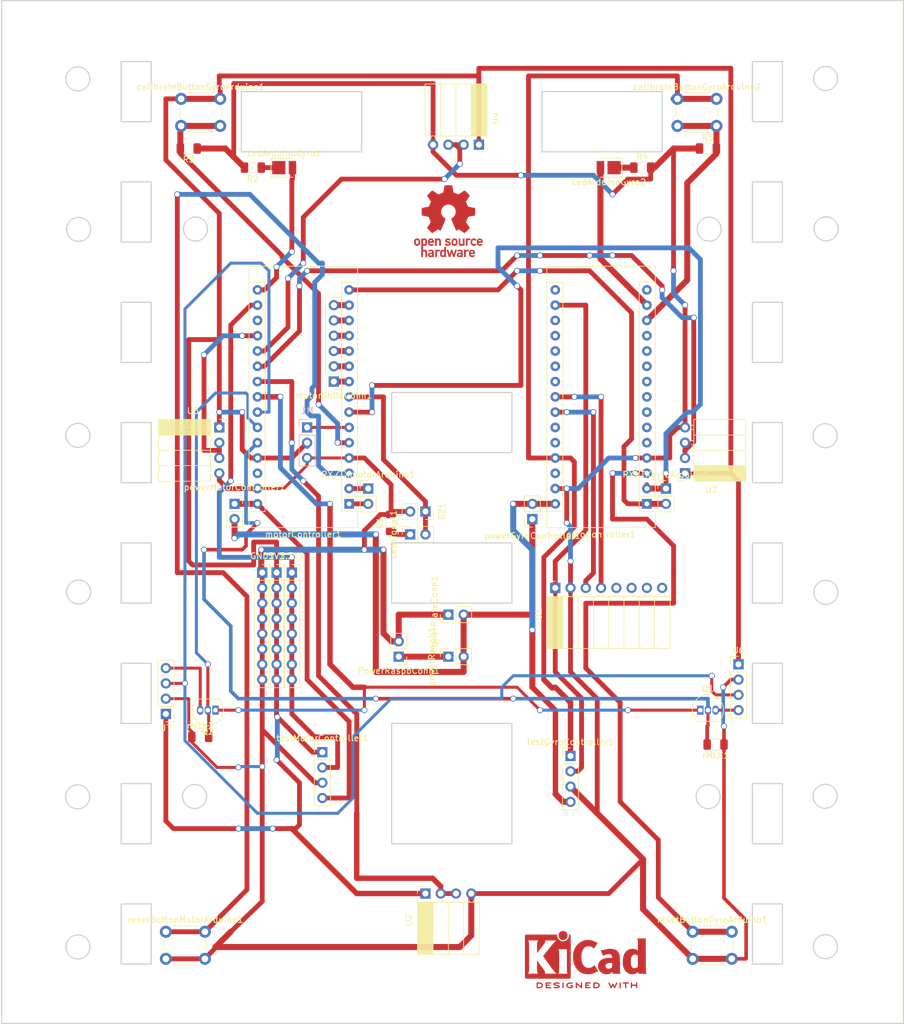
<source format=kicad_pcb>
(kicad_pcb (version 20171130) (host pcbnew 5.1.5-52549c5~84~ubuntu18.04.1)
  (layers (0 F.Cu signal) (31 B.Cu signal) (34 B.Paste user) (35 F.Paste user) (36 B.SilkS user) (37 F.SilkS user) (38 B.Mask user) (39 F.Mask user) (44 Edge.Cuts user))
  (net 0 "")
  (net 1 "Net-(Q2-Pad3)")
  (net 2 "Net-(Q1-Pad3)")
  (net 3 "Net-(3.3V1-Pad1)")
  (net 4 "Net-(5V1-Pad1)")
  (net 5 "Net-(BZ1-Pad2)")
  (net 6 "Net-(BZ1-Pad1)")
  (net 7 "Net-(R3-Pad2)")
  (net 8 "Net-(calibrateButtonGyroArduino2-Pad1)")
  (net 9 "Net-(R5-Pad2)")
  (net 10 "Net-(gyroController1-Pad16)")
  (net 11 "Net-(gyroController1-Pad15)")
  (net 12 "Net-(gyroController1-Pad30)")
  (net 13 "Net-(LedArduinoGyro2-Pad2)")
  (net 14 "Net-(gyroController1-Pad28)")
  (net 15 "Net-(gyroController1-Pad12)")
  (net 16 "Net-(gyroController1-Pad11)")
  (net 17 "Net-(gyroController1-Pad26)")
  (net 18 "Net-(gyroController1-Pad10)")
  (net 19 "Net-(gyroController1-Pad25)")
  (net 20 "Net-(gyroController1-Pad9)")
  (net 21 "Net-(U1-Pad3)")
  (net 22 "Net-(gyroController1-Pad8)")
  (net 23 "Net-(U1-Pad4)")
  (net 24 "Net-(gyroController1-Pad7)")
  (net 25 "Net-(gyroController1-Pad22)")
  (net 26 "Net-(gyroController1-Pad6)")
  (net 27 "Net-(gyroController1-Pad21)")
  (net 28 "Net-(gyroController1-Pad5)")
  (net 29 "Net-(gyroController1-Pad20)")
  (net 30 "Net-(gyroController1-Pad19)")
  (net 31 "Net-(gyroController1-Pad3)")
  (net 32 "Net-(gyroController1-Pad18)")
  (net 33 "Net-(RX/TXgyroArduino1-Pad1)")
  (net 34 "Net-(U1-Pad1)")
  (net 35 "Net-(RX/TXgyroArduino1-Pad2)")
  (net 36 "Net-(LedArduinoGyro1-Pad2)")
  (net 37 "Net-(LedArduinoGyro1-Pad1)")
  (net 38 "Net-(LedArduinoGyro2-Pad1)")
  (net 39 "Net-(Ledsignal1-Pad1)")
  (net 40 "Net-(M1-Pad1)")
  (net 41 "Net-(motorController1-Pad30)")
  (net 42 "Net-(motorController1-Pad14)")
  (net 43 "Net-(motorController1-Pad13)")
  (net 44 "Net-(motorController1-Pad28)")
  (net 45 "Net-(motorController1-Pad12)")
  (net 46 "Net-(motorController1-Pad11)")
  (net 47 "Net-(motorController1-Pad10)")
  (net 48 "Net-(motorController1-Pad9)")
  (net 49 "Net-(motorController1-Pad3)")
  (net 50 "Net-(motorController1-Pad18)")
  (net 51 "Net-(PowerPlateConn1-Pad2)")
  (net 52 "Net-(PowerRaspbConn1-Pad1)")
  (net 53 "Net-(Q1-Pad1)")
  (net 54 "Net-(Q1-Pad2)")
  (net 55 "Net-(Q2-Pad2)")
  (net 56 "Net-(U5-Pad2)")
  (net 57 "Net-(U4-Pad2)")
  (net 58 "Net-(U3-Pad2)")
  (net 59 "Net-(U2-Pad2)")
  (net 60 "Net-(U6-Pad3)")
  (net 61 "Net-(U1-Pad8)")
  (net 62 "Net-(U1-Pad7)")
  (net 63 "Net-(U1-Pad6)")
  (net 64 "Net-(RX/TXmotorArduino1-Pad1)")
  (net 65 "Net-(RX/TXmotorArduino1-Pad2)")
  (module Symbol:OSHW-Logo_11.4x12mm_Copper (layer F.Cu) (at 87.63 49.53)
    (fp_text reference REF** hide)
    (fp_text value OSHW-Logo_11.4x12mm_Copper hide)
    (fp_poly (pts (xy 0.746535 -5.366828) (xy 0.859117 -4.769637) (xy 1.274531 -4.59839) (xy 1.689944 -4.427143) (xy 2.188302 -4.766022) (xy 2.327868 -4.860378) (xy 2.454028 -4.944625) (xy 2.560895 -5.014917) (xy 2.642582 -5.067408) (xy 2.693201 -5.098251) (xy 2.706986 -5.104902) (xy 2.73182 -5.087797) (xy 2.784888 -5.040511) (xy 2.86024 -4.969083) (xy 2.951929 -4.879555) (xy 3.054007 -4.777966) (xy 3.160526 -4.670357) (xy 3.265536 -4.562768) (xy 3.363091 -4.46124) (xy 3.447242 -4.371814) (xy 3.51204 -4.300529) (xy 3.551538 -4.253427) (xy 3.56098 -4.237663) (xy 3.547391 -4.208602) (xy 3.509293 -4.144934) (xy 3.450694 -4.052888) (xy 3.375597 -3.938691) (xy 3.288009 -3.808571) (xy 3.237254 -3.734354) (xy 3.144745 -3.598833) (xy 3.06254 -3.476539) (xy 2.99463 -3.37356) (xy 2.945 -3.295982) (xy 2.91764 -3.249894) (xy 2.913529 -3.240208) (xy 2.922849 -3.212681) (xy 2.948254 -3.148527) (xy 2.985911 -3.056765) (xy 3.031986 -2.946416) (xy 3.082646 -2.8265) (xy 3.134059 -2.706036) (xy 3.182389 -2.594046) (xy 3.223806 -2.499548) (xy 3.254474 -2.431563) (xy 3.270562 -2.399112) (xy 3.271511 -2.397835) (xy 3.296772 -2.391638) (xy 3.364046 -2.377815) (xy 3.46636 -2.357723) (xy 3.596741 -2.332721) (xy 3.748216 -2.304169) (xy 3.836594 -2.287704) (xy 3.998452 -2.256886) (xy 4.144649 -2.227561) (xy 4.267787 -2.201334) (xy 4.360469 -2.179809) (xy 4.415301 -2.16459) (xy 4.426323 -2.159762) (xy 4.437119 -2.127081) (xy 4.445829 -2.05327) (xy 4.45246 -1.946963) (xy 4.457018 -1.816788) (xy 4.459509 -1.671379) (xy 4.459938 -1.519365) (xy 4.458311 -1.369378) (xy 4.454635 -1.230049) (xy 4.448915 -1.11001) (xy 4.441158 -1.01789) (xy 4.431368 -0.962323) (xy 4.425496 -0.950755) (xy 4.390399 -0.93689) (xy 4.316028 -0.917067) (xy 4.212223 -0.893616) (xy 4.088819 -0.868864) (xy 4.045741 -0.860857) (xy 3.838047 -0.822814) (xy 3.673984 -0.792176) (xy 3.54813 -0.767726) (xy 3.455065 -0.748246) (xy 3.389367 -0.732519) (xy 3.345617 -0.719327) (xy 3.318392 -0.707451) (xy 3.302272 -0.695675) (xy 3.300017 -0.693347) (xy 3.277503 -0.655855) (xy 3.243158 -0.58289) (xy 3.200411 -0.483388) (xy 3.152692 -0.366282) (xy 3.10343 -0.240507) (xy 3.056055 -0.114998) (xy 3.013995 0.00131) (xy 2.98068 0.099484) (xy 2.959541 0.170588) (xy 2.954005 0.205687) (xy 2.954466 0.206917) (xy 2.973223 0.235606) (xy 3.015776 0.29873) (xy 3.077653 0.389718) (xy 3.154382 0.502) (xy 3.241491 0.629005) (xy 3.266299 0.665098) (xy 3.354753 0.795948) (xy 3.432588 0.915336) (xy 3.495566 1.016407) (xy 3.539445 1.092304) (xy 3.559985 1.136172) (xy 3.56098 1.141562) (xy 3.543722 1.169889) (xy 3.496036 1.226006) (xy 3.42405 1.303882) (xy 3.333897 1.397485) (xy 3.231705 1.500786) (xy 3.123606 1.607751) (xy 3.015728 1.712351) (xy 2.914204 1.808554) (xy 2.825162 1.890329) (xy 2.754733 1.951645) (xy 2.709047 1.986471) (xy 2.696409 1.992157) (xy 2.666991 1.978765) (xy 2.606761 1.942644) (xy 2.52553 1.889881) (xy 2.46303 1.847412) (xy 2.349785 1.769485) (xy 2.215674 1.677729) (xy 2.081155 1.58612) (xy 2.008833 1.537091) (xy 1.764038 1.371515) (xy 1.558551 1.48262) (xy 1.464936 1.531293) (xy 1.38533 1.569126) (xy 1.331467 1.590703) (xy 1.317757 1.593706) (xy 1.30127 1.571538) (xy 1.268745 1.508894) (xy 1.222609 1.411554) (xy 1.16529 1.285294) (xy 1.099216 1.135895) (xy 1.026815 0.969133) (xy 0.950516 0.790787) (xy 0.872746 0.606636) (xy 0.795934 0.422457) (xy 0.722506 0.24403) (xy 0.654892 0.077132) (xy 0.59552 -0.072458) (xy 0.546816 -0.198962) (xy 0.51121 -0.296601) (xy 0.49113 -0.359598) (xy 0.4879 -0.381234) (xy 0.513496 -0.408831) (xy 0.569539 -0.45363) (xy 0.644311 -0.506321) (xy 0.650587 -0.51049) (xy 0.843845 -0.665186) (xy 0.999674 -0.845664) (xy 1.116724 -1.046153) (xy 1.193645 -1.260881) (xy 1.229086 -1.484078) (xy 1.221697 -1.709974) (xy 1.170127 -1.932796) (xy 1.073026 -2.146776) (xy 1.044458 -2.193591) (xy 0.895868 -2.382637) (xy 0.720327 -2.534443) (xy 0.52391 -2.648221) (xy 0.312693 -2.72318) (xy 0.092753 -2.758533) (xy -0.129837 -2.753488) (xy -0.348999 -2.707256) (xy -0.558658 -2.619049) (xy -0.752739 -2.488076) (xy -0.812774 -2.434918) (xy -0.965565 -2.268516) (xy -1.076903 -2.093343) (xy -1.153277 -1.896989) (xy -1.195813 -1.702538) (xy -1.206314 -1.483913) (xy -1.171299 -1.264203) (xy -1.094327 -1.050835) (xy -0.978953 -0.851233) (xy -0.828734 -0.672826) (xy -0.647227 -0.523038) (xy -0.623373 -0.507249) (xy -0.547799 -0.455543) (xy -0.490349 -0.410743) (xy -0.462883 -0.382138) (xy -0.462483 -0.381234) (xy -0.46838 -0.350291) (xy -0.491755 -0.280064) (xy -0.530179 -0.17633) (xy -0.581223 -0.044865) (xy -0.642458 0.108552) (xy -0.711456 0.278146) (xy -0.785786 0.458138) (xy -0.863022 0.642753) (xy -0.940732 0.826213) (xy -1.016489 1.002741) (xy -1.087863 1.166559) (xy -1.152426 1.311892) (xy -1.207748 1.432962) (xy -1.2514 1.523992) (xy -1.280954 1.579205) (xy -1.292856 1.593706) (xy -1.329223 1.582414) (xy -1.39727 1.55213) (xy -1.485263 1.508265) (xy -1.533649 1.48262) (xy -1.739137 1.371515) (xy -1.983932 1.537091) (xy -2.108894 1.621915) (xy -2.245705 1.715261) (xy -2.373911 1.803153) (xy -2.438129 1.847412) (xy -2.528449 1.908063) (xy -2.604929 1.956126) (xy -2.657593 1.985515) (xy -2.674698 1.991727) (xy -2.699595 1.974968) (xy -2.754695 1.928181) (xy -2.834657 1.856225) (xy -2.934139 1.763957) (xy -3.0478 1.656235) (xy -3.119685 1.587071) (xy -3.245449 1.463502) (xy -3.354137 1.352979) (xy -3.441355 1.26023) (xy -3.502711 1.189982) (xy -3.533809 1.146965) (xy -3.536792 1.138235) (xy -3.522947 1.105029) (xy -3.484688 1.037887) (xy -3.426258 0.943608) (xy -3.351903 0.82899) (xy -3.265865 0.700828) (xy -3.241397 0.665098) (xy -3.152245 0.535234) (xy -3.072262 0.418314) (xy -3.00592 0.320907) (xy -2.957689 0.249584) (xy -2.932043 0.210915) (xy -2.929565 0.206917) (xy -2.933271 0.1761) (xy -2.952939 0.108344) (xy -2.98514 0.012584) (xy -3.026445 -0.102246) (xy -3.073425 -0.227211) (xy -3.122651 -0.353376) (xy -3.170692 -0.471807) (xy -3.214119 -0.57357) (xy -3.249504 -0.649729) (xy -3.273416 -0.691351) (xy -3.275116 -0.693347) (xy -3.289738 -0.705242) (xy -3.314435 -0.717005) (xy -3.354628 -0.729854) (xy -3.415737 -0.745006) (xy -3.503183 -0.763679) (xy -3.622388 -0.78709) (xy -3.778773 -0.816458) (xy -3.977757 -0.853) (xy -4.02084 -0.860857) (xy -4.148529 -0.885528) (xy -4.259847 -0.909662) (xy -4.344955 -0.930931) (xy -4.394017 -0.947007) (xy -4.400595 -0.950755) (xy -4.411436 -0.983982) (xy -4.420247 -1.058234) (xy -4.427024 -1.164879) (xy -4.43176 -1.295288) (xy -4.43445 -1.440828) (xy -4.435087 -1.592869) (xy -4.433666 -1.742779) (xy -4.43018 -1.881927) (xy -4.424624 -2.001683) (xy -4.416992 -2.093414) (xy -4.407278 -2.148489) (xy -4.401422 -2.159762) (xy -4.36882 -2.171132) (xy -4.294582 -2.189631) (xy -4.186104 -2.213653) (xy -4.050783 -2.241593) (xy -3.896015 -2.271847) (xy -3.811692 -2.287704) (xy -3.651704 -2.317611) (xy -3.509033 -2.344705) (xy -3.390652 -2.367624) (xy -3.303535 -2.385012) (xy -3.254655 -2.395508) (xy -3.24661 -2.397835) (xy -3.233013 -2.424069) (xy -3.204271 -2.48726) (xy -3.164215 -2.578378) (xy -3.116676 -2.688398) (xy -3.065485 -2.80829) (xy -3.014474 -2.929028) (xy -2.967474 -3.041584) (xy -2.928316 -3.136929) (xy -2.900831 -3.206038) (xy -2.888851 -3.239881) (xy -2.888628 -3.24136) (xy -2.902209 -3.268058) (xy -2.940285 -3.329495) (xy -2.998853 -3.419566) (xy -3.073912 -3.532165) (xy -3.16146 -3.661185) (xy -3.212353 -3.735294) (xy -3.305091 -3.871178) (xy -3.387459 -3.994546) (xy -3.455439 -4.099158) (xy -3.505012 -4.178772) (xy -3.532158 -4.227148) (xy -3.536079 -4.237993) (xy -3.519225 -4.263235) (xy -3.472632 -4.317131) (xy -3.402251 -4.393642) (xy -3.314035 -4.486732) (xy -3.213935 -4.59036) (xy -3.107902 -4.698491) (xy -3.001889 -4.805085) (xy -2.901848 -4.904105) (xy -2.81373 -4.989513) (xy -2.743487 -5.05527) (xy -2.697072 -5.095339) (xy -2.681544 -5.104902) (xy -2.656261 -5.091455) (xy -2.595789 -5.05368) (xy -2.506008 -4.99542) (xy -2.392797 -4.920521) (xy -2.262036 -4.83283) (xy -2.1634 -4.766022) (xy -1.665043 -4.427143) (xy -1.249629 -4.59839) (xy -0.834216 -4.769637) (xy -0.721634 -5.366828) (xy -0.609051 -5.96402) (xy 0.633952 -5.96402) (xy 0.746535 -5.366828)) (layer F.Cu) (width 0.01))
    (fp_poly (pts (xy 3.563637 2.887472) (xy 3.64929 2.913641) (xy 3.704437 2.946707) (xy 3.722401 2.972855) (xy 3.717457 3.003852) (xy 3.685372 3.052547) (xy 3.658243 3.087035) (xy 3.602317 3.149383) (xy 3.560299 3.175615) (xy 3.52448 3.173903) (xy 3.418224 3.146863) (xy 3.340189 3.148091) (xy 3.27682 3.178735) (xy 3.255546 3.19667) (xy 3.187451 3.259779) (xy 3.187451 4.083922) (xy 2.913529 4.083922) (xy 2.913529 2.888628) (xy 3.05049 2.888628) (xy 3.132719 2.891879) (xy 3.175144 2.903426) (xy 3.187445 2.925952) (xy 3.187451 2.92662) (xy 3.19326 2.950215) (xy 3.219531 2.947138) (xy 3.255931 2.930115) (xy 3.331111 2.898439) (xy 3.392158 2.879381) (xy 3.470708 2.874496) (xy 3.563637 2.887472)) (layer F.Cu) (width 0.01))
    (fp_poly (pts (xy -1.49324 2.909199) (xy -1.431264 2.938802) (xy -1.371241 2.981561) (xy -1.325514 3.030775) (xy -1.292207 3.093544) (xy -1.269445 3.176971) (xy -1.255353 3.288159) (xy -1.248058 3.434209) (xy -1.245682 3.622223) (xy -1.245645 3.641912) (xy -1.245098 4.083922) (xy -1.51902 4.083922) (xy -1.51902 3.676435) (xy -1.519215 3.525471) (xy -1.520564 3.416056) (xy -1.524212 3.339933) (xy -1.531304 3.288848) (xy -1.542987 3.254545) (xy -1.560406 3.228768) (xy -1.584671 3.203298) (xy -1.669565 3.148571) (xy -1.762239 3.138416) (xy -1.850527 3.173017) (xy -1.88123 3.19877) (xy -1.903771 3.222982) (xy -1.919954 3.248912) (xy -1.930832 3.284708) (xy -1.937458 3.338519) (xy -1.940885 3.418493) (xy -1.942166 3.532779) (xy -1.942353 3.671907) (xy -1.942353 4.083922) (xy -2.216275 4.083922) (xy -2.216275 2.888628) (xy -2.079314 2.888628) (xy -1.997084 2.891879) (xy -1.95466 2.903426) (xy -1.942359 2.925952) (xy -1.942353 2.92662) (xy -1.936646 2.948681) (xy -1.911473 2.946177) (xy -1.861422 2.921937) (xy -1.747906 2.886271) (xy -1.618055 2.882305) (xy -1.49324 2.909199)) (layer F.Cu) (width 0.01))
    (fp_poly (pts (xy 5.303287 2.884355) (xy 5.367051 2.899845) (xy 5.4893 2.956569) (xy 5.593834 3.043202) (xy 5.66618 3.147074) (xy 5.676119 3.170396) (xy 5.689754 3.231484) (xy 5.699298 3.321853) (xy 5.702549 3.41319) (xy 5.702549 3.585882) (xy 5.34147 3.585882) (xy 5.192546 3.586445) (xy 5.087632 3.589864) (xy 5.020937 3.598731) (xy 4.986666 3.615641) (xy 4.979028 3.643189) (xy 4.992229 3.683968) (xy 5.015877 3.731683) (xy 5.081843 3.811314) (xy 5.173512 3.850987) (xy 5.285555 3.849695) (xy 5.412472 3.806514) (xy 5.522158 3.753224) (xy 5.613173 3.825191) (xy 5.704188 3.897157) (xy 5.618563 3.976269) (xy 5.50425 4.051017) (xy 5.363666 4.096084) (xy 5.212449 4.108696) (xy 5.066236 4.086079) (xy 5.042647 4.078405) (xy 4.914141 4.011296) (xy 4.818551 3.911247) (xy 4.753861 3.775271) (xy 4.718057 3.60038) (xy 4.71764 3.596632) (xy 4.714434 3.406032) (xy 4.727393 3.338035) (xy 4.980392 3.338035) (xy 5.003627 3.348491) (xy 5.06671 3.3565) (xy 5.159706 3.361073) (xy 5.218638 3.361765) (xy 5.328537 3.361332) (xy 5.397252 3.358578) (xy 5.433405 3.351321) (xy 5.445615 3.337376) (xy 5.442504 3.314562) (xy 5.439894 3.305735) (xy 5.395344 3.2228) (xy 5.325279 3.15596) (xy 5.263446 3.126589) (xy 5.181301 3.128362) (xy 5.098062 3.16499) (xy 5.028238 3.225634) (xy 4.986337 3.299456) (xy 4.980392 3.338035) (xy 4.727393 3.338035) (xy 4.746385 3.238395) (xy 4.809773 3.097711) (xy 4.900878 2.987974) (xy 5.015978 2.913174) (xy 5.151355 2.877304) (xy 5.303287 2.884355)) (layer F.Cu) (width 0.01))
    (fp_poly (pts (xy 4.390976 2.899056) (xy 4.535256 2.960348) (xy 4.580699 2.990185) (xy 4.638779 3.036036) (xy 4.675238 3.072089) (xy 4.681568 3.083832) (xy 4.663693 3.109889) (xy 4.61795 3.154105) (xy 4.581328 3.184965) (xy 4.481088 3.26552) (xy 4.401935 3.198918) (xy 4.340769 3.155921) (xy 4.281129 3.141079) (xy 4.212872 3.144704) (xy 4.104482 3.171652) (xy 4.029872 3.227587) (xy 3.98453 3.318014) (xy 3.963947 3.448435) (xy 3.963942 3.448517) (xy 3.965722 3.59429) (xy 3.993387 3.701245) (xy 4.048571 3.774064) (xy 4.086192 3.798723) (xy 4.186105 3.829431) (xy 4.292822 3.829449) (xy 4.385669 3.799655) (xy 4.407647 3.785098) (xy 4.462765 3.747914) (xy 4.505859 3.74182) (xy 4.552335 3.769496) (xy 4.603716 3.819205) (xy 4.685046 3.903116) (xy 4.594749 3.977546) (xy 4.455236 4.061549) (xy 4.297912 4.102947) (xy 4.133503 4.09995) (xy 4.025531 4.0725) (xy 3.899331 4.00462) (xy 3.798401 3.897831) (xy 3.752548 3.822451) (xy 3.71541 3.714297) (xy 3.696827 3.577318) (xy 3.696684 3.428864) (xy 3.714865 3.286281) (xy 3.751255 3.166918) (xy 3.756987 3.15468) (xy 3.841865 3.034655) (xy 3.956782 2.947267) (xy 4.092659 2.894329) (xy 4.240417 2.877654) (xy 4.390976 2.899056)) (layer F.Cu) (width 0.01))
    (fp_poly (pts (xy 1.967254 3.276245) (xy 1.969608 3.458879) (xy 1.978207 3.5976) (xy 1.99536 3.698147) (xy 2.023374 3.766254) (xy 2.064557 3.807659) (xy 2.121217 3.828097) (xy 2.191372 3.833318) (xy 2.264848 3.827468) (xy 2.320657 3.806093) (xy 2.361109 3.763458) (xy 2.388509 3.693825) (xy 2.405167 3.59146) (xy 2.413389 3.450624) (xy 2.41549 3.276245) (xy 2.41549 2.888628) (xy 2.689411 2.888628) (xy 2.689411 4.083922) (xy 2.552451 4.083922) (xy 2.469884 4.080576) (xy 2.427368 4.068826) (xy 2.41549 4.04652) (xy 2.408336 4.026654) (xy 2.379865 4.030857) (xy 2.322476 4.058971) (xy 2.190945 4.102342) (xy 2.051438 4.09927) (xy 1.917765 4.052174) (xy 1.854108 4.014971) (xy 1.805553 3.974691) (xy 1.770081 3.924291) (xy 1.745674 3.856729) (xy 1.730313 3.764965) (xy 1.721982 3.641955) (xy 1.718662 3.480659) (xy 1.718235 3.355928) (xy 1.718235 2.888628) (xy 1.967254 2.888628) (xy 1.967254 3.276245)) (layer F.Cu) (width 0.01))
    (fp_poly (pts (xy 1.209547 2.903364) (xy 1.335502 2.971959) (xy 1.434047 3.080245) (xy 1.480478 3.168315) (xy 1.500412 3.246101) (xy 1.513328 3.356993) (xy 1.518863 3.484738) (xy 1.516654 3.613084) (xy 1.506337 3.725779) (xy 1.494286 3.785969) (xy 1.453634 3.868311) (xy 1.38323 3.95577) (xy 1.298382 4.032251) (xy 1.214397 4.081655) (xy 1.212349 4.082439) (xy 1.108134 4.104027) (xy 0.984627 4.104562) (xy 0.867261 4.084908) (xy 0.821942 4.069155) (xy 0.70522 4.002966) (xy 0.621624 3.916246) (xy 0.566701 3.801438) (xy 0.535995 3.650982) (xy 0.529047 3.572173) (xy 0.529933 3.473145) (xy 0.796862 3.473145) (xy 0.805854 3.617645) (xy 0.831736 3.72776) (xy 0.872868 3.798116) (xy 0.902172 3.818235) (xy 0.977251 3.832265) (xy 1.066494 3.828111) (xy 1.14365 3.807922) (xy 1.163883 3.796815) (xy 1.217265 3.732123) (xy 1.2525 3.633119) (xy 1.267498 3.512632) (xy 1.260172 3.383494) (xy 1.243799 3.305775) (xy 1.19679 3.215771) (xy 1.122582 3.159509) (xy 1.033209 3.140057) (xy 0.940707 3.160481) (xy 0.869653 3.210437) (xy 0.832312 3.251655) (xy 0.810518 3.292281) (xy 0.80013 3.347264) (xy 0.797006 3.431549) (xy 0.796862 3.473145) (xy 0.529933 3.473145) (xy 0.53093 3.361874) (xy 0.56518 3.189423) (xy 0.631802 3.054814) (xy 0.730799 2.95804) (xy 0.862175 2.899094) (xy 0.890385 2.892259) (xy 1.059926 2.876213) (xy 1.209547 2.903364)) (layer F.Cu) (width 0.01))
    (fp_poly (pts (xy 0.027759 2.884345) (xy 0.122059 2.902229) (xy 0.21989 2.939633) (xy 0.230343 2.944402) (xy 0.304531 2.983412) (xy 0.35591 3.019664) (xy 0.372517 3.042887) (xy 0.356702 3.080761) (xy 0.318288 3.136644) (xy 0.301237 3.157505) (xy 0.230969 3.239618) (xy 0.140379 3.186168) (xy 0.054164 3.150561) (xy -0.045451 3.131529) (xy -0.140981 3.130326) (xy -0.214939 3.14821) (xy -0.232688 3.159373) (xy -0.266488 3.210553) (xy -0.270596 3.269509) (xy -0.245304 3.315567) (xy -0.230344 3.324499) (xy -0.185514 3.335592) (xy -0.106714 3.34863) (xy -0.009574 3.361088) (xy 0.008346 3.363042) (xy 0.164365 3.39003) (xy 0.277523 3.435873) (xy 0.352569 3.504803) (xy 0.394253 3.601054) (xy 0.407238 3.718617) (xy 0.389299 3.852254) (xy 0.33105 3.957195) (xy 0.232255 4.03363) (xy 0.092682 4.081748) (xy -0.062255 4.100732) (xy -0.188602 4.100504) (xy -0.291087 4.083262) (xy -0.361079 4.059457) (xy -0.449517 4.017978) (xy -0.531246 3.969842) (xy -0.560295 3.948655) (xy -0.635 3.887676) (xy -0.544902 3.796508) (xy -0.454804 3.705339) (xy -0.352368 3.773128) (xy -0.249626 3.824042) (xy -0.139913 3.850673) (xy -0.034449 3.853483) (xy 0.055546 3.832935) (xy 0.118854 3.789493) (xy 0.139296 3.752838) (xy 0.136229 3.694053) (xy 0.085434 3.649099) (xy -0.012952 3.618057) (xy -0.120744 3.60371) (xy -0.286635 3.576337) (xy -0.409876 3.524693) (xy -0.492114 3.447266) (xy -0.534999 3.342544) (xy -0.54094 3.218387) (xy -0.511594 3.088702) (xy -0.444691 2.990677) (xy -0.339629 2.923866) (xy -0.19581 2.88782) (xy -0.089262 2.880754) (xy 0.027759 2.884345)) (layer F.Cu) (width 0.01))
    (fp_poly (pts (xy -2.686796 2.916354) (xy -2.661981 2.928037) (xy -2.576094 2.990951) (xy -2.494879 3.082769) (xy -2.434236 3.183868) (xy -2.416988 3.230349) (xy -2.401251 3.313376) (xy -2.391867 3.413713) (xy -2.390728 3.455147) (xy -2.390589 3.585882) (xy -3.143047 3.585882) (xy -3.127007 3.654363) (xy -3.087637 3.735355) (xy -3.018806 3.805351) (xy -2.936919 3.850441) (xy -2.884737 3.859804) (xy -2.813971 3.848441) (xy -2.72954 3.819943) (xy -2.700858 3.806831) (xy -2.594791 3.753858) (xy -2.504272 3.822901) (xy -2.452039 3.869597) (xy -2.424247 3.90814) (xy -2.42284 3.919452) (xy -2.447668 3.946868) (xy -2.502083 3.988532) (xy -2.551472 4.021037) (xy -2.684748 4.079468) (xy -2.834161 4.105915) (xy -2.982249 4.099039) (xy -3.100295 4.063096) (xy -3.221982 3.986101) (xy -3.30846 3.884728) (xy -3.362559 3.75357) (xy -3.387109 3.587224) (xy -3.389286 3.511108) (xy -3.380573 3.336685) (xy -3.379503 3.331611) (xy -3.130173 3.331611) (xy -3.123306 3.347968) (xy -3.095083 3.356988) (xy -3.036873 3.360854) (xy -2.940042 3.361749) (xy -2.902757 3.361765) (xy -2.789317 3.360413) (xy -2.717378 3.355505) (xy -2.678687 3.34576) (xy -2.664995 3.329899) (xy -2.66451 3.324805) (xy -2.680137 3.284326) (xy -2.719247 3.227621) (xy -2.736061 3.207766) (xy -2.798481 3.151611) (xy -2.863547 3.129532) (xy -2.898603 3.127686) (xy -2.993442 3.150766) (xy -3.072973 3.212759) (xy -3.123423 3.302802) (xy -3.124317 3.305735) (xy -3.130173 3.331611) (xy -3.379503 3.331611) (xy -3.351601 3.199343) (xy -3.29941 3.089461) (xy -3.235579 3.011461) (xy -3.117567 2.926882) (xy -2.978842 2.881686) (xy -2.83129 2.8776) (xy -2.686796 2.916354)) (layer F.Cu) (width 0.01))
    (fp_poly (pts (xy -5.026753 2.901568) (xy -4.896478 2.959163) (xy -4.797581 3.055334) (xy -4.729918 3.190229) (xy -4.693345 3.363996) (xy -4.690724 3.391126) (xy -4.68867 3.582408) (xy -4.715301 3.750073) (xy -4.768999 3.885967) (xy -4.797753 3.929681) (xy -4.897909 4.022198) (xy -5.025463 4.082119) (xy -5.168163 4.106985) (xy -5.31376 4.094339) (xy -5.424438 4.055391) (xy -5.519616 3.989755) (xy -5.597406 3.903699) (xy -5.598751 3.901685) (xy -5.630343 3.84857) (xy -5.650873 3.79516) (xy -5.663305 3.727754) (xy -5.670603 3.632653) (xy -5.673818 3.554666) (xy -5.675156 3.483944) (xy -5.426186 3.483944) (xy -5.423753 3.554348) (xy -5.41492 3.648068) (xy -5.399336 3.708214) (xy -5.371234 3.751006) (xy -5.344914 3.776002) (xy -5.251608 3.828338) (xy -5.15398 3.835333) (xy -5.063058 3.797676) (xy -5.017598 3.755479) (xy -4.984838 3.712956) (xy -4.965677 3.672267) (xy -4.957267 3.619314) (xy -4.956763 3.539997) (xy -4.959355 3.46695) (xy -4.964929 3.362601) (xy -4.973766 3.29492) (xy -4.989693 3.250774) (xy -5.016538 3.217031) (xy -5.037811 3.197746) (xy -5.126794 3.147086) (xy -5.222789 3.14456) (xy -5.303281 3.174567) (xy -5.371947 3.237231) (xy -5.412856 3.340168) (xy -5.426186 3.483944) (xy -5.675156 3.483944) (xy -5.676754 3.399582) (xy -5.67174 3.2836) (xy -5.656717 3.196367) (xy -5.629624 3.12753) (xy -5.5884 3.066737) (xy -5.573115 3.048686) (xy -5.477546 2.958746) (xy -5.375039 2.906211) (xy -5.249679 2.884201) (xy -5.18855 2.882402) (xy -5.026753 2.901568)) (layer F.Cu) (width 0.01))
    (fp_poly (pts (xy 4.025307 4.762784) (xy 4.144337 4.793731) (xy 4.244021 4.8576) (xy 4.292288 4.905313) (xy 4.371408 5.018106) (xy 4.416752 5.14895) (xy 4.43233 5.309792) (xy 4.43241 5.322794) (xy 4.432549 5.45353) (xy 3.680091 5.45353) (xy 3.69613 5.52201) (xy 3.725091 5.584031) (xy 3.775778 5.648654) (xy 3.786379 5.658971) (xy 3.877494 5.714805) (xy 3.9814 5.724275) (xy 4.101 5.68754) (xy 4.121274 5.677647) (xy 4.183456 5.647574) (xy 4.225106 5.63044) (xy 4.232373 5.628855) (xy 4.25774 5.644242) (xy 4.30612 5.681887) (xy 4.330679 5.702459) (xy 4.38157 5.749714) (xy 4.398281 5.780917) (xy 4.386683 5.80962) (xy 4.380483 5.817468) (xy 4.338493 5.851819) (xy 4.269206 5.893565) (xy 4.220882 5.917935) (xy 4.083711 5.960873) (xy 3.931847 5.974786) (xy 3.788024 5.9583) (xy 3.747745 5.946496) (xy 3.623078 5.879689) (xy 3.530671 5.776892) (xy 3.46999 5.637105) (xy 3.440498 5.45933) (xy 3.43726 5.366373) (xy 3.446714 5.231033) (xy 3.68549 5.231033) (xy 3.708584 5.241038) (xy 3.770662 5.248888) (xy 3.860914 5.253521) (xy 3.922058 5.254314) (xy 4.03204 5.253549) (xy 4.101457 5.24997) (xy 4.139538 5.241649) (xy 4.155515 5.226657) (xy 4.158627 5.204903) (xy 4.137278 5.137892) (xy 4.083529 5.071664) (xy 4.012822 5.020832) (xy 3.942089 5.000038) (xy 3.846016 5.018484) (xy 3.762849 5.071811) (xy 3.705186 5.148677) (xy 3.68549 5.231033) (xy 3.446714 5.231033) (xy 3.451028 5.169291) (xy 3.49352 5.012271) (xy 3.565635 4.894069) (xy 3.668273 4.81344) (xy 3.802332 4.769139) (xy 3.874957 4.760607) (xy 4.025307 4.762784)) (layer F.Cu) (width 0.01))
    (fp_poly (pts (xy 3.238446 4.755883) (xy 3.334177 4.774755) (xy 3.388677 4.802699) (xy 3.446008 4.849123) (xy 3.364441 4.952111) (xy 3.31415 5.014479) (xy 3.280001 5.044907) (xy 3.246063 5.049555) (xy 3.196406 5.034586) (xy 3.173096 5.026117) (xy 3.078063 5.013622) (xy 2.991032 5.040406) (xy 2.927138 5.100915) (xy 2.916759 5.120208) (xy 2.905456 5.171314) (xy 2.896732 5.2655) (xy 2.890997 5.396089) (xy 2.88866 5.556405) (xy 2.888627 5.579211) (xy 2.888627 5.976471) (xy 2.614705 5.976471) (xy 2.614705 4.756275) (xy 2.751666 4.756275) (xy 2.830638 4.758337) (xy 2.871779 4.767513) (xy 2.886992 4.78829) (xy 2.888627 4.807886) (xy 2.888627 4.859497) (xy 2.95424 4.807886) (xy 3.029475 4.772675) (xy 3.130544 4.755265) (xy 3.238446 4.755883)) (layer F.Cu) (width 0.01))
    (fp_poly (pts (xy 2.056459 4.763669) (xy 2.16142 4.789163) (xy 2.191761 4.802669) (xy 2.250573 4.838046) (xy 2.295709 4.87789) (xy 2.329106 4.92912) (xy 2.352701 4.998654) (xy 2.368433 5.093409) (xy 2.378239 5.220305) (xy 2.384057 5.386258) (xy 2.386266 5.497108) (xy 2.394396 5.976471) (xy 2.255531 5.976471) (xy 2.171287 5.972938) (xy 2.127884 5.960866) (xy 2.116666 5.940594) (xy 2.110744 5.918674) (xy 2.084266 5.922865) (xy 2.048186 5.940441) (xy 1.957862 5.967382) (xy 1.841777 5.974642) (xy 1.71968 5.962767) (xy 1.611321 5.932305) (xy 1.601602 5.928077) (xy 1.502568 5.858505) (xy 1.437281 5.761789) (xy 1.40724 5.648738) (xy 1.409535 5.608122) (xy 1.654633 5.608122) (xy 1.676229 5.662782) (xy 1.740259 5.701952) (xy 1.843565 5.722974) (xy 1.898774 5.725766) (xy 1.990782 5.71862) (xy 2.051941 5.690848) (xy 2.066862 5.677647) (xy 2.107287 5.605829) (xy 2.116666 5.540686) (xy 2.116666 5.45353) (xy 1.995269 5.45353) (xy 1.854153 5.460722) (xy 1.755173 5.483345) (xy 1.692633 5.522964) (xy 1.678631 5.540628) (xy 1.654633 5.608122) (xy 1.409535 5.608122) (xy 1.413941 5.530157) (xy 1.45888 5.416855) (xy 1.520196 5.340285) (xy 1.557332 5.307181) (xy 1.593687 5.285425) (xy 1.64099 5.272161) (xy 1.710973 5.264528) (xy 1.815364 5.25967) (xy 1.85677 5.258273) (xy 2.116666 5.24978) (xy 2.116285 5.171116) (xy 2.106219 5.088428) (xy 2.069829 5.038431) (xy 1.996311 5.006489) (xy 1.994339 5.00592) (xy 1.890105 4.993361) (xy 1.788108 5.009766) (xy 1.712305 5.049657) (xy 1.68189 5.069354) (xy 1.649132 5.066629) (xy 1.598721 5.038091) (xy 1.569119 5.01795) (xy 1.511218 4.974919) (xy 1.475352 4.942662) (xy 1.469597 4.933427) (xy 1.493295 4.885636) (xy 1.563313 4.828562) (xy 1.593725 4.809305) (xy 1.681155 4.77614) (xy 1.798983 4.75735) (xy 1.929866 4.753129) (xy 2.056459 4.763669)) (layer F.Cu) (width 0.01))
    (fp_poly (pts (xy 0.557528 4.761332) (xy 0.656014 4.768726) (xy 0.784776 5.154706) (xy 0.913537 5.540686) (xy 0.953911 5.403726) (xy 0.978207 5.319083) (xy 1.010167 5.204697) (xy 1.044679 5.078963) (xy 1.062928 5.01152) (xy 1.131571 4.756275) (xy 1.414773 4.756275) (xy 1.330122 5.023971) (xy 1.288435 5.155638) (xy 1.238074 5.314458) (xy 1.185481 5.480128) (xy 1.13853 5.627843) (xy 1.031589 5.96402) (xy 0.800661 5.979044) (xy 0.73805 5.772316) (xy 0.699438 5.643896) (xy 0.6573 5.502322) (xy 0.620472 5.377285) (xy 0.619018 5.372309) (xy 0.591511 5.287586) (xy 0.567242 5.229778) (xy 0.550243 5.207918) (xy 0.54675 5.210446) (xy 0.53449 5.244336) (xy 0.511195 5.31693) (xy 0.4797 5.419101) (xy 0.442842 5.54172) (xy 0.422899 5.609167) (xy 0.314895 5.976471) (xy 0.085679 5.976471) (xy -0.097561 5.3975) (xy -0.149037 5.235091) (xy -0.19593 5.087602) (xy -0.236023 4.96196) (xy -0.267103 4.865095) (xy -0.286955 4.803934) (xy -0.292989 4.786065) (xy -0.288212 4.767768) (xy -0.250703 4.759755) (xy -0.172645 4.760557) (xy -0.160426 4.761163) (xy -0.015674 4.768726) (xy 0.07913 5.117353) (xy 0.113977 5.244497) (xy 0.145117 5.356265) (xy 0.169809 5.442953) (xy 0.185312 5.494856) (xy 0.188176 5.503318) (xy 0.200046 5.493587) (xy 0.223983 5.443172) (xy 0.257239 5.358935) (xy 0.297064 5.247741) (xy 0.33073 5.147297) (xy 0.459041 4.753939) (xy 0.557528 4.761332)) (layer F.Cu) (width 0.01))
    (fp_poly (pts (xy -0.398432 5.976471) (xy -0.535393 5.976471) (xy -0.614889 5.97414) (xy -0.656292 5.964488) (xy -0.671199 5.943525) (xy -0.672353 5.929351) (xy -0.674867 5.900927) (xy -0.69072 5.895475) (xy -0.732379 5.912998) (xy -0.764776 5.929351) (xy -0.889151 5.968103) (xy -1.024354 5.970346) (xy -1.134274 5.941444) (xy -1.236634 5.871619) (xy -1.31466 5.768555) (xy -1.357386 5.646989) (xy -1.358474 5.640192) (xy -1.364822 5.566032) (xy -1.367979 5.45957) (xy -1.367725 5.379052) (xy -1.095711 5.379052) (xy -1.08941 5.48607) (xy -1.075075 5.574278) (xy -1.055669 5.62409) (xy -0.982254 5.692162) (xy -0.895086 5.716564) (xy -0.805196 5.696831) (xy -0.728383 5.637968) (xy -0.699292 5.598379) (xy -0.682283 5.551138) (xy -0.674316 5.482181) (xy -0.672353 5.378607) (xy -0.675866 5.276039) (xy -0.685143 5.185921) (xy -0.698294 5.125613) (xy -0.700486 5.120208) (xy -0.753522 5.05594) (xy -0.830933 5.020656) (xy -0.917546 5.014959) (xy -0.998193 5.039453) (xy -1.057703 5.094742) (xy -1.063876 5.105743) (xy -1.083199 5.172827) (xy -1.093726 5.269284) (xy -1.095711 5.379052) (xy -1.367725 5.379052) (xy -1.367596 5.338225) (xy -1.365806 5.272918) (xy -1.353627 5.111355) (xy -1.328315 4.990053) (xy -1.286207 4.900379) (xy -1.223641 4.833699) (xy -1.1629 4.794557) (xy -1.078036 4.76704) (xy -0.972485 4.757603) (xy -0.864402 4.76529) (xy -0.771942 4.789146) (xy -0.72309 4.817685) (xy -0.672353 4.863601) (xy -0.672353 4.283137) (xy -0.398432 4.283137) (xy -0.398432 5.976471)) (layer F.Cu) (width 0.01))
    (fp_poly (pts (xy -1.967236 4.758921) (xy -1.92997 4.770091) (xy -1.917957 4.794633) (xy -1.917451 4.805712) (xy -1.915296 4.836572) (xy -1.900449 4.841417) (xy -1.860343 4.82026) (xy -1.83652 4.805806) (xy -1.761362 4.77485) (xy -1.671594 4.759544) (xy -1.577471 4.758367) (xy -1.489246 4.769799) (xy -1.417174 4.79232) (xy -1.371508 4.824409) (xy -1.362502 4.864545) (xy -1.367047 4.875415) (xy -1.400179 4.920534) (xy -1.451555 4.976026) (xy -1.460848 4.984996) (xy -1.509818 5.026245) (xy -1.552069 5.039572) (xy -1.611159 5.030271) (xy -1.634831 5.02409) (xy -1.708496 5.009246) (xy -1.76029 5.015921) (xy -1.804031 5.039465) (xy -1.844098 5.071061) (xy -1.873608 5.110798) (xy -1.894116 5.166252) (xy -1.907176 5.245003) (xy -1.914344 5.354629) (xy -1.917176 5.502706) (xy -1.917451 5.592111) (xy -1.917451 5.976471) (xy -2.166471 5.976471) (xy -2.166471 4.756275) (xy -2.041961 4.756275) (xy -1.967236 4.758921)) (layer F.Cu) (width 0.01))
    (fp_poly (pts (xy -2.74128 4.765922) (xy -2.62413 4.79718) (xy -2.534949 4.853837) (xy -2.472016 4.928045) (xy -2.452452 4.959716) (xy -2.438008 4.992891) (xy -2.427911 5.035329) (xy -2.421385 5.094788) (xy -2.417658 5.179029) (xy -2.415954 5.29581) (xy -2.4155 5.45289) (xy -2.415491 5.494565) (xy -2.415491 5.976471) (xy -2.53502 5.976471) (xy -2.611261 5.971131) (xy -2.667634 5.957604) (xy -2.681758 5.949262) (xy -2.72037 5.934864) (xy -2.759808 5.949262) (xy -2.824738 5.967237) (xy -2.919055 5.974472) (xy -3.023593 5.971333) (xy -3.119189 5.958186) (xy -3.175 5.941318) (xy -3.283002 5.871986) (xy -3.350497 5.775772) (xy -3.380841 5.647844) (xy -3.381123 5.644559) (xy -3.37846 5.587808) (xy -3.137647 5.587808) (xy -3.116595 5.652358) (xy -3.082303 5.688686) (xy -3.013468 5.716162) (xy -2.92261 5.727129) (xy -2.829958 5.721731) (xy -2.755744 5.70011) (xy -2.734951 5.686239) (xy -2.698619 5.622143) (xy -2.689412 5.549278) (xy -2.689412 5.45353) (xy -2.827173 5.45353) (xy -2.958047 5.463605) (xy -3.057259 5.492148) (xy -3.118977 5.536639) (xy -3.137647 5.587808) (xy -3.37846 5.587808) (xy -3.374564 5.50479) (xy -3.328466 5.394282) (xy -3.2418 5.310712) (xy -3.229821 5.30311) (xy -3.178345 5.278357) (xy -3.114632 5.263368) (xy -3.025565 5.256082) (xy -2.919755 5.254407) (xy -2.689412 5.254314) (xy -2.689412 5.157755) (xy -2.699183 5.082836) (xy -2.724116 5.032644) (xy -2.727035 5.029972) (xy -2.782519 5.008015) (xy -2.866273 4.999505) (xy -2.958833 5.003687) (xy -3.04073 5.019809) (xy -3.089327 5.04399) (xy -3.115659 5.063359) (xy -3.143465 5.067057) (xy -3.181839 5.051188) (xy -3.239875 5.011855) (xy -3.326669 4.945164) (xy -3.334635 4.938916) (xy -3.330553 4.9158) (xy -3.296499 4.877352) (xy -3.24474 4.834627) (xy -3.187545 4.798679) (xy -3.169575 4.790191) (xy -3.104028 4.773252) (xy -3.00798 4.76117) (xy -2.900671 4.756323) (xy -2.895653 4.756313) (xy -2.74128 4.765922)) (layer F.Cu) (width 0.01))
    (fp_poly (pts (xy -3.780091 2.90956) (xy -3.727588 2.935499) (xy -3.662842 2.9807) (xy -3.615653 3.029991) (xy -3.583335 3.091885) (xy -3.563203 3.174896) (xy -3.55257 3.287538) (xy -3.548753 3.438324) (xy -3.54853 3.503149) (xy -3.549182 3.645221) (xy -3.551888 3.746757) (xy -3.557776 3.817015) (xy -3.567973 3.865256) (xy -3.583606 3.900738) (xy -3.599872 3.924943) (xy -3.703705 4.027929) (xy -3.825979 4.089874) (xy -3.957886 4.108506) (xy -4.090616 4.081549) (xy -4.132667 4.062486) (xy -4.233334 4.010015) (xy -4.233334 4.832259) (xy -4.159865 4.794267) (xy -4.063059 4.764872) (xy -3.944072 4.757342) (xy -3.825255 4.771245) (xy -3.735527 4.802476) (xy -3.661101 4.861954) (xy -3.59751 4.947066) (xy -3.592729 4.955805) (xy -3.572563 4.996966) (xy -3.557835 5.038454) (xy -3.547697 5.088713) (xy -3.541301 5.156184) (xy -3.537799 5.249309) (xy -3.536342 5.376531) (xy -3.536079 5.519701) (xy -3.536079 5.976471) (xy -3.81 5.976471) (xy -3.81 5.134231) (xy -3.886617 5.069763) (xy -3.966207 5.018194) (xy -4.041578 5.008818) (xy -4.117367 5.032947) (xy -4.157759 5.056574) (xy -4.187821 5.090227) (xy -4.209203 5.141087) (xy -4.22355 5.216334) (xy -4.23251 5.323146) (xy -4.23773 5.468704) (xy -4.239569 5.565588) (xy -4.245785 5.96402) (xy -4.37652 5.971547) (xy -4.507255 5.979073) (xy -4.507255 3.506582) (xy -4.233334 3.506582) (xy -4.22635 3.644423) (xy -4.202818 3.740107) (xy -4.158865 3.799641) (xy -4.090618 3.829029) (xy -4.021667 3.834902) (xy -3.943614 3.828154) (xy -3.891811 3.801594) (xy -3.859417 3.766499) (xy -3.833916 3.728752) (xy -3.818735 3.6867) (xy -3.811981 3.627779) (xy -3.811759 3.539428) (xy -3.814032 3.465448) (xy -3.819251 3.354) (xy -3.827021 3.280833) (xy -3.840105 3.234422) (xy -3.861268 3.203244) (xy -3.88124 3.185223) (xy -3.964686 3.145925) (xy -4.063449 3.139579) (xy -4.120159 3.153116) (xy -4.176308 3.201233) (xy -4.213501 3.294833) (xy -4.231528 3.433254) (xy -4.233334 3.506582) (xy -4.507255 3.506582) (xy -4.507255 2.888628) (xy -4.370295 2.888628) (xy -4.288065 2.891879) (xy -4.24564 2.903426) (xy -4.233339 2.925952) (xy -4.233334 2.92662) (xy -4.227626 2.948681) (xy -4.202453 2.946176) (xy -4.152402 2.921935) (xy -4.035781 2.884851) (xy -3.904571 2.880953) (xy -3.780091 2.90956)) (layer F.Cu) (width 0.01))
  )
  (module Symbol:KiCad-Logo2_8mm_Copper (layer F.Cu) (at 110.49 171.45)
    (fp_text reference REF** hide)
    (fp_text value KiCad-Logo2_8mm_Copper hide)
    (fp_poly (pts (xy -7.974708 4.606409) (xy -7.922143 4.606944) (xy -7.768119 4.61066) (xy -7.639125 4.621699) (xy -7.530763 4.641246) (xy -7.438638 4.670483) (xy -7.358353 4.710597) (xy -7.285512 4.762769) (xy -7.259495 4.785433) (xy -7.216337 4.838462) (xy -7.177421 4.910421) (xy -7.147427 4.990184) (xy -7.131035 5.066625) (xy -7.129332 5.094872) (xy -7.140005 5.173174) (xy -7.168607 5.258705) (xy -7.210011 5.339663) (xy -7.259095 5.404246) (xy -7.267067 5.412038) (xy -7.3346 5.466808) (xy -7.408552 5.509563) (xy -7.493188 5.541423) (xy -7.592771 5.563508) (xy -7.711566 5.576938) (xy -7.853834 5.582834) (xy -7.919 5.583334) (xy -8.001855 5.582935) (xy -8.060123 5.581266) (xy -8.09927 5.577622) (xy -8.124763 5.571293) (xy -8.142068 5.561574) (xy -8.151344 5.553274) (xy -8.160106 5.543192) (xy -8.166979 5.530185) (xy -8.172192 5.510769) (xy -8.175973 5.48146) (xy -8.178551 5.438773) (xy -8.180154 5.379225) (xy -8.181011 5.29933) (xy -8.181351 5.195605) (xy -8.181403 5.094872) (xy -8.181734 4.960519) (xy -8.181662 4.853192) (xy -8.180384 4.801795) (xy -7.986019 4.801795) (xy -7.986019 5.387949) (xy -7.862025 5.387835) (xy -7.787415 5.385696) (xy -7.709272 5.380183) (xy -7.644074 5.372472) (xy -7.64209 5.372155) (xy -7.536717 5.346678) (xy -7.454986 5.307) (xy -7.392816 5.250538) (xy -7.353314 5.189406) (xy -7.328974 5.121593) (xy -7.330861 5.057919) (xy -7.359109 4.989665) (xy -7.414362 4.919056) (xy -7.490927 4.866735) (xy -7.590449 4.831763) (xy -7.656961 4.819386) (xy -7.732461 4.810694) (xy -7.812479 4.804404) (xy -7.880538 4.801788) (xy -7.884569 4.801776) (xy -7.986019 4.801795) (xy -8.180384 4.801795) (xy -8.17959 4.769881) (xy -8.173915 4.707579) (xy -8.163041 4.663275) (xy -8.145368 4.63396) (xy -8.119297 4.616625) (xy -8.083229 4.608261) (xy -8.035566 4.605859) (xy -7.974708 4.606409)) (layer F.Cu) (width 0.01))
    (fp_poly (pts (xy -6.099384 4.606516) (xy -6.006976 4.607012) (xy -5.937227 4.608165) (xy -5.886437 4.610244) (xy -5.850905 4.613515) (xy -5.826932 4.618247) (xy -5.810818 4.624707) (xy -5.798863 4.633163) (xy -5.794533 4.637055) (xy -5.768205 4.678404) (xy -5.763465 4.725916) (xy -5.780784 4.768095) (xy -5.788793 4.77662) (xy -5.801746 4.784885) (xy -5.822602 4.791261) (xy -5.85523 4.796059) (xy -5.903496 4.799588) (xy -5.971268 4.802158) (xy -6.062414 4.804081) (xy -6.145745 4.805251) (xy -6.475546 4.80931) (xy -6.48456 4.98215) (xy -6.260696 4.98215) (xy -6.163508 4.982989) (xy -6.092357 4.986496) (xy -6.043245 4.994159) (xy -6.012171 5.007467) (xy -5.995138 5.027905) (xy -5.988146 5.056963) (xy -5.987084 5.083931) (xy -5.990384 5.117021) (xy -6.002837 5.141404) (xy -6.028274 5.158353) (xy -6.070525 5.169143) (xy -6.13342 5.175048) (xy -6.220789 5.177341) (xy -6.268475 5.177535) (xy -6.48306 5.177535) (xy -6.48306 5.387949) (xy -6.152409 5.387949) (xy -6.044024 5.3881) (xy -5.961651 5.388778) (xy -5.901243 5.39032) (xy -5.858753 5.393063) (xy -5.830135 5.397345) (xy -5.811342 5.403503) (xy -5.798328 5.411873) (xy -5.791699 5.418008) (xy -5.768961 5.453813) (xy -5.76164 5.485641) (xy -5.772093 5.524518) (xy -5.791699 5.553274) (xy -5.802159 5.562327) (xy -5.815662 5.569357) (xy -5.83584 5.574618) (xy -5.866325 5.578365) (xy -5.910749 5.580854) (xy -5.972745 5.582339) (xy -6.055945 5.583075) (xy -6.163981 5.583318) (xy -6.220043 5.583334) (xy -6.340098 5.583227) (xy -6.433728 5.582739) (xy -6.504563 5.581613) (xy -6.556235 5.579595) (xy -6.592377 5.57643) (xy -6.616622 5.571863) (xy -6.632601 5.56564) (xy -6.643947 5.557504) (xy -6.648386 5.553274) (xy -6.657171 5.54316) (xy -6.664058 5.530112) (xy -6.669275 5.510634) (xy -6.673053 5.481228) (xy -6.675624 5.438398) (xy -6.677218 5.378648) (xy -6.678065 5.298481) (xy -6.678396 5.194401) (xy -6.678445 5.097492) (xy -6.6784 4.973387) (xy -6.678088 4.87583) (xy -6.677242 4.80131) (xy -6.675596 4.746315) (xy -6.672883 4.707334) (xy -6.668837 4.680857) (xy -6.663191 4.66337) (xy -6.65568 4.651364) (xy -6.646036 4.641327) (xy -6.64366 4.63909) (xy -6.632129 4.629183) (xy -6.618732 4.621512) (xy -6.59975 4.61579) (xy -6.571469 4.611732) (xy -6.530172 4.609052) (xy -6.472142 4.607466) (xy -6.393663 4.606688) (xy -6.29102 4.606432) (xy -6.21815 4.60641) (xy -6.099384 4.606516)) (layer F.Cu) (width 0.01))
    (fp_poly (pts (xy -4.739942 4.608121) (xy -4.640337 4.615084) (xy -4.547698 4.625959) (xy -4.467412 4.640338) (xy -4.404862 4.65781) (xy -4.365435 4.677966) (xy -4.359383 4.683899) (xy -4.338338 4.729939) (xy -4.34472 4.777204) (xy -4.377361 4.817642) (xy -4.378918 4.818801) (xy -4.398117 4.831261) (xy -4.418159 4.837813) (xy -4.446114 4.838608) (xy -4.489053 4.8338) (xy -4.554045 4.823539) (xy -4.559273 4.822675) (xy -4.656115 4.810778) (xy -4.760598 4.804909) (xy -4.865389 4.804852) (xy -4.963156 4.810391) (xy -5.046566 4.821309) (xy -5.108287 4.837389) (xy -5.112342 4.839005) (xy -5.157118 4.864093) (xy -5.17285 4.889482) (xy -5.160534 4.914451) (xy -5.121169 4.93828) (xy -5.055752 4.960246) (xy -4.96528 4.97963) (xy -4.904954 4.988962) (xy -4.779554 5.006913) (xy -4.679819 5.023323) (xy -4.6015 5.039612) (xy -4.540347 5.057202) (xy -4.492113 5.077513) (xy -4.452549 5.101967) (xy -4.417406 5.131984) (xy -4.389165 5.16146) (xy -4.355662 5.202531) (xy -4.339173 5.237846) (xy -4.334017 5.281357) (xy -4.33383 5.297292) (xy -4.337702 5.350169) (xy -4.353181 5.389507) (xy -4.379969 5.424424) (xy -4.434413 5.477798) (xy -4.495124 5.518502) (xy -4.566612 5.547864) (xy -4.65339 5.567211) (xy -4.759968 5.57787) (xy -4.890857 5.581169) (xy -4.912469 5.581113) (xy -4.999752 5.579304) (xy -5.086313 5.575193) (xy -5.162716 5.56937) (xy -5.219524 5.562425) (xy -5.224118 5.561628) (xy -5.280599 5.548248) (xy -5.328506 5.531346) (xy -5.355627 5.515895) (xy -5.380865 5.47513) (xy -5.382623 5.427662) (xy -5.360866 5.385359) (xy -5.355998 5.380576) (xy -5.335876 5.366363) (xy -5.310712 5.36024) (xy -5.271767 5.361282) (xy -5.224489 5.366698) (xy -5.171659 5.371537) (xy -5.097602 5.375619) (xy -5.011145 5.378582) (xy -4.921117 5.380061) (xy -4.897439 5.380158) (xy -4.807076 5.379794) (xy -4.740943 5.37804) (xy -4.693221 5.374287) (xy -4.658092 5.367927) (xy -4.629736 5.358351) (xy -4.612695 5.350375) (xy -4.57525 5.328229) (xy -4.551375 5.308172) (xy -4.547886 5.302487) (xy -4.555247 5.279009) (xy -4.590241 5.256281) (xy -4.650442 5.235334) (xy -4.733425 5.2172) (xy -4.757874 5.213161) (xy -4.885576 5.193103) (xy -4.987494 5.176338) (xy -5.06756 5.161647) (xy -5.129708 5.147812) (xy -5.177872 5.133615) (xy -5.215986 5.117837) (xy -5.247984 5.09926) (xy -5.277798 5.076666) (xy -5.309364 5.048837) (xy -5.319986 5.03908) (xy -5.357227 5.002666) (xy -5.376941 4.973816) (xy -5.384653 4.940802) (xy -5.385901 4.899199) (xy -5.372169 4.817615) (xy -5.331132 4.748298) (xy -5.263024 4.691472) (xy -5.168081 4.647361) (xy -5.100338 4.627576) (xy -5.026713 4.614797) (xy -4.938515 4.607568) (xy -4.84113 4.605479) (xy -4.739942 4.608121)) (layer F.Cu) (width 0.01))
    (fp_poly (pts (xy -3.717617 4.63647) (xy -3.708855 4.646552) (xy -3.701982 4.659559) (xy -3.696769 4.678975) (xy -3.692988 4.708284) (xy -3.69041 4.750971) (xy -3.688807 4.810519) (xy -3.687949 4.890414) (xy -3.68761 4.99414) (xy -3.687557 5.094872) (xy -3.68765 5.219816) (xy -3.688081 5.318185) (xy -3.689077 5.393465) (xy -3.690869 5.449138) (xy -3.693683 5.48869) (xy -3.69775 5.515605) (xy -3.703296 5.533367) (xy -3.710551 5.545461) (xy -3.717617 5.553274) (xy -3.761556 5.579476) (xy -3.808374 5.577125) (xy -3.850263 5.548548) (xy -3.859888 5.537391) (xy -3.867409 5.524447) (xy -3.873088 5.506136) (xy -3.877181 5.478882) (xy -3.879949 5.439104) (xy -3.88165 5.383226) (xy -3.882543 5.307668) (xy -3.882887 5.208852) (xy -3.882942 5.096978) (xy -3.882942 4.680192) (xy -3.846051 4.643301) (xy -3.800579 4.612264) (xy -3.75647 4.611145) (xy -3.717617 4.63647)) (layer F.Cu) (width 0.01))
    (fp_poly (pts (xy -2.421216 4.613776) (xy -2.329995 4.629082) (xy -2.259936 4.652875) (xy -2.214358 4.684204) (xy -2.201938 4.702078) (xy -2.189308 4.743649) (xy -2.197807 4.781256) (xy -2.224639 4.816919) (xy -2.26633 4.833603) (xy -2.326824 4.832248) (xy -2.373613 4.823209) (xy -2.477582 4.805987) (xy -2.583834 4.804351) (xy -2.702763 4.818329) (xy -2.735614 4.824252) (xy -2.846199 4.855431) (xy -2.932713 4.90181) (xy -2.994207 4.962599) (xy -3.029732 5.037008) (xy -3.037079 5.075478) (xy -3.03227 5.153527) (xy -3.00122 5.222581) (xy -2.94676 5.281293) (xy -2.871718 5.328317) (xy -2.778924 5.362307) (xy -2.671206 5.381918) (xy -2.551395 5.385805) (xy -2.422319 5.37262) (xy -2.415031 5.371376) (xy -2.363692 5.361814) (xy -2.335226 5.352578) (xy -2.322888 5.338873) (xy -2.319932 5.315906) (xy -2.319865 5.303743) (xy -2.319865 5.252683) (xy -2.411031 5.252683) (xy -2.491536 5.247168) (xy -2.546475 5.229594) (xy -2.57844 5.198417) (xy -2.590026 5.152094) (xy -2.590167 5.146048) (xy -2.583389 5.106453) (xy -2.560145 5.078181) (xy -2.516884 5.059471) (xy -2.450055 5.048564) (xy -2.385324 5.044554) (xy -2.291241 5.042253) (xy -2.222998 5.045764) (xy -2.176455 5.058719) (xy -2.147472 5.08475) (xy -2.131909 5.127491) (xy -2.125625 5.190574) (xy -2.12448 5.273428) (xy -2.126356 5.36591) (xy -2.132 5.428818) (xy -2.141436 5.462403) (xy -2.143267 5.465033) (xy -2.195079 5.506998) (xy -2.271044 5.540232) (xy -2.366346 5.564023) (xy -2.47617 5.577663) (xy -2.5957 5.580442) (xy -2.72012 5.571649) (xy -2.793297 5.560849) (xy -2.908074 5.528362) (xy -3.01475 5.47525) (xy -3.104065 5.406319) (xy -3.11764 5.392542) (xy -3.161746 5.334622) (xy -3.201543 5.26284) (xy -3.232381 5.187583) (xy -3.249611 5.119241) (xy -3.251688 5.092993) (xy -3.242847 5.038241) (xy -3.219349 4.970119) (xy -3.185703 4.898414) (xy -3.146418 4.832913) (xy -3.111709 4.789162) (xy -3.030557 4.724083) (xy -2.925652 4.672285) (xy -2.800754 4.634938) (xy -2.659621 4.613217) (xy -2.530279 4.607909) (xy -2.421216 4.613776)) (layer F.Cu) (width 0.01))
    (fp_poly (pts (xy -1.555874 4.612244) (xy -1.524499 4.630649) (xy -1.483476 4.660749) (xy -1.430678 4.70396) (xy -1.363979 4.761702) (xy -1.281253 4.835392) (xy -1.180374 4.926448) (xy -1.064895 5.031138) (xy -0.824421 5.249207) (xy -0.816906 4.956508) (xy -0.814193 4.855754) (xy -0.811576 4.780722) (xy -0.808474 4.727084) (xy -0.80431 4.69051) (xy -0.798505 4.666671) (xy -0.790478 4.651238) (xy -0.779651 4.639882) (xy -0.77391 4.63511) (xy -0.727937 4.609877) (xy -0.684191 4.613566) (xy -0.649489 4.635123) (xy -0.614007 4.663835) (xy -0.609594 5.08315) (xy -0.608373 5.206471) (xy -0.607751 5.303348) (xy -0.607944 5.377394) (xy -0.609168 5.432221) (xy -0.611638 5.471443) (xy -0.615568 5.498673) (xy -0.621174 5.517523) (xy -0.628672 5.531605) (xy -0.636987 5.542899) (xy -0.654976 5.563846) (xy -0.672875 5.577731) (xy -0.693166 5.58306) (xy -0.718332 5.57834) (xy -0.750854 5.562077) (xy -0.793217 5.532777) (xy -0.847902 5.488946) (xy -0.917391 5.429091) (xy -1.004169 5.351718) (xy -1.102469 5.262814) (xy -1.455664 4.942435) (xy -1.463179 5.234177) (xy -1.465897 5.334747) (xy -1.468521 5.409604) (xy -1.471633 5.463084) (xy -1.475816 5.499526) (xy -1.481651 5.523268) (xy -1.48972 5.538646) (xy -1.500605 5.55) (xy -1.506175 5.554626) (xy -1.55541 5.580042) (xy -1.601931 5.576209) (xy -1.642443 5.543733) (xy -1.65171 5.530667) (xy -1.658933 5.515409) (xy -1.664366 5.494296) (xy -1.668262 5.463669) (xy -1.670875 5.419866) (xy -1.672461 5.359227) (xy -1.673272 5.278091) (xy -1.673562 5.172797) (xy -1.673593 5.094872) (xy -1.673495 4.972988) (xy -1.673033 4.877503) (xy -1.671951 4.804755) (xy -1.669997 4.751083) (xy -1.666916 4.712827) (xy -1.662454 4.686327) (xy -1.656357 4.66792) (xy -1.648371 4.653948) (xy -1.642443 4.646011) (xy -1.627416 4.627212) (xy -1.613372 4.613017) (xy -1.598184 4.604846) (xy -1.579727 4.604116) (xy -1.555874 4.612244)) (layer F.Cu) (width 0.01))
    (fp_poly (pts (xy 0.481716 4.606667) (xy 0.583377 4.607884) (xy 0.661282 4.61073) (xy 0.718581 4.615874) (xy 0.758427 4.623984) (xy 0.783968 4.635731) (xy 0.798357 4.651782) (xy 0.804745 4.672808) (xy 0.806281 4.699476) (xy 0.806289 4.702626) (xy 0.804955 4.73279) (xy 0.798651 4.756103) (xy 0.783922 4.773506) (xy 0.757315 4.78594) (xy 0.715374 4.794345) (xy 0.654646 4.799665) (xy 0.571676 4.802839) (xy 0.463011 4.804809) (xy 0.429705 4.805245) (xy 0.107413 4.80931) (xy 0.102906 4.89573) (xy 0.098398 4.98215) (xy 0.322263 4.98215) (xy 0.409721 4.982473) (xy 0.472169 4.983837) (xy 0.514654 4.986839) (xy 0.542223 4.992073) (xy 0.559922 5.000135) (xy 0.572797 5.01162) (xy 0.57288 5.011711) (xy 0.59623 5.056471) (xy 0.595386 5.104847) (xy 0.570879 5.146086) (xy 0.566029 5.150325) (xy 0.548815 5.161249) (xy 0.525226 5.168849) (xy 0.490007 5.173697) (xy 0.4379 5.176366) (xy 0.36365 5.177428) (xy 0.316162 5.177535) (xy 0.099898 5.177535) (xy 0.099898 5.387949) (xy 0.42822 5.387949) (xy 0.536618 5.388139) (xy 0.618935 5.388914) (xy 0.679149 5.390584) (xy 0.721235 5.393458) (xy 0.749171 5.397847) (xy 0.766934 5.404059) (xy 0.7785 5.412404) (xy 0.781415 5.415434) (xy 0.802936 5.457434) (xy 0.80451 5.505214) (xy 0.786855 5.546642) (xy 0.772885 5.559937) (xy 0.758354 5.567256) (xy 0.735838 5.572919) (xy 0.701776 5.577123) (xy 0.652607 5.580068) (xy 0.584768 5.581951) (xy 0.494698 5.58297) (xy 0.378837 5.583325) (xy 0.352643 5.583334) (xy 0.234839 5.583256) (xy 0.143396 5.582831) (xy 0.074614 5.581766) (xy 0.024796 5.579769) (xy -0.00976 5.57655) (xy -0.03275 5.571816) (xy -0.047874 5.565277) (xy -0.058831 5.556641) (xy -0.064842 5.55044) (xy -0.07389 5.539457) (xy -0.080958 5.525852) (xy -0.086291 5.506056) (xy -0.090132 5.476502) (xy -0.092725 5.433621) (xy -0.094313 5.373845) (xy -0.095139 5.293607) (xy -0.095448 5.189339) (xy -0.095486 5.10158) (xy -0.095392 4.978608) (xy -0.094943 4.882069) (xy -0.093892 4.808339) (xy -0.09199 4.75379) (xy -0.088991 4.714799) (xy -0.084645 4.687739) (xy -0.078706 4.668984) (xy -0.070925 4.65491) (xy -0.064336 4.646011) (xy -0.033186 4.60641) (xy 0.353148 4.60641) (xy 0.481716 4.606667)) (layer F.Cu) (width 0.01))
    (fp_poly (pts (xy 1.530783 4.606687) (xy 1.702501 4.612493) (xy 1.848555 4.630101) (xy 1.971353 4.660563) (xy 2.073303 4.704935) (xy 2.156814 4.764271) (xy 2.224293 4.839624) (xy 2.278149 4.93205) (xy 2.279208 4.934304) (xy 2.311349 5.017024) (xy 2.322801 5.090284) (xy 2.31352 5.164012) (xy 2.283461 5.248135) (xy 2.277761 5.260937) (xy 2.238885 5.335862) (xy 2.195195 5.393757) (xy 2.138806 5.442972) (xy 2.061838 5.491857) (xy 2.057366 5.494409) (xy 1.990363 5.526595) (xy 1.914631 5.550632) (xy 1.825304 5.567351) (xy 1.717515 5.577579) (xy 1.586398 5.582146) (xy 1.540072 5.582543) (xy 1.319476 5.583334) (xy 1.288326 5.543733) (xy 1.279086 5.530711) (xy 1.271878 5.515504) (xy 1.26645 5.494466) (xy 1.262551 5.46395) (xy 1.259929 5.420311) (xy 1.259074 5.387949) (xy 1.467591 5.387949) (xy 1.592582 5.387949) (xy 1.665723 5.38581) (xy 1.740807 5.380181) (xy 1.80243 5.372243) (xy 1.806149 5.371575) (xy 1.915599 5.342212) (xy 2.000494 5.298097) (xy 2.063518 5.237183) (xy 2.10736 5.157424) (xy 2.114983 5.136284) (xy 2.122456 5.103362) (xy 2.119221 5.070836) (xy 2.103479 5.027564) (xy 2.09399 5.006307) (xy 2.062917 4.94982) (xy 2.025479 4.910191) (xy 1.984287 4.882594) (xy 1.901776 4.846682) (xy 1.796179 4.820668) (xy 1.673164 4.805688) (xy 1.58407 4.802392) (xy 1.467591 4.801795) (xy 1.467591 5.387949) (xy 1.259074 5.387949) (xy 1.258332 5.3599) (xy 1.25751 5.279072) (xy 1.25721 5.174181) (xy 1.257176 5.092162) (xy 1.257176 4.680192) (xy 1.294067 4.643301) (xy 1.31044 4.628348) (xy 1.328143 4.618108) (xy 1.352865 4.611701) (xy 1.390294 4.608247) (xy 1.446119 4.606867) (xy 1.526028 4.606681) (xy 1.530783 4.606687)) (layer F.Cu) (width 0.01))
    (fp_poly (pts (xy 5.160547 4.60903) (xy 5.186628 4.61835) (xy 5.187634 4.618806) (xy 5.223052 4.645834) (xy 5.242566 4.673636) (xy 5.246384 4.686672) (xy 5.246195 4.703992) (xy 5.240822 4.728667) (xy 5.229088 4.763764) (xy 5.209813 4.812353) (xy 5.181822 4.877502) (xy 5.143936 4.962281) (xy 5.094978 5.069759) (xy 5.068031 5.128503) (xy 5.01937 5.233373) (xy 4.97369 5.329814) (xy 4.932734 5.414298) (xy 4.898246 5.4833) (xy 4.871969 5.533294) (xy 4.855646 5.560754) (xy 4.852416 5.564547) (xy 4.811089 5.58128) (xy 4.764409 5.579039) (xy 4.72697 5.558687) (xy 4.725444 5.557032) (xy 4.710551 5.534486) (xy 4.685569 5.490571) (xy 4.653579 5.43094) (xy 4.61766 5.361246) (xy 4.604752 5.335563) (xy 4.507314 5.140397) (xy 4.401106 5.352407) (xy 4.363197 5.425661) (xy 4.328027 5.48919) (xy 4.298468 5.538131) (xy 4.277394 5.567622) (xy 4.270252 5.573876) (xy 4.214738 5.582345) (xy 4.168929 5.564547) (xy 4.155454 5.545525) (xy 4.132136 5.503249) (xy 4.100877 5.44188) (xy 4.06358 5.365576) (xy 4.022146 5.278499) (xy 3.978478 5.184807) (xy 3.934478 5.088661) (xy 3.892048 4.994221) (xy 3.85309 4.905645) (xy 3.819507 4.827096) (xy 3.793201 4.762731) (xy 3.776074 4.716711) (xy 3.770029 4.693197) (xy 3.770091 4.692345) (xy 3.7848 4.662756) (xy 3.814202 4.63262) (xy 3.815933 4.631308) (xy 3.85207 4.610882) (xy 3.885494 4.61108) (xy 3.898022 4.614931) (xy 3.913287 4.623253) (xy 3.929498 4.639625) (xy 3.948599 4.667442) (xy 3.972535 4.7101) (xy 4.003251 4.770995) (xy 4.042691 4.853525) (xy 4.078258 4.929707) (xy 4.119177 5.018014) (xy 4.155844 5.097426) (xy 4.186354 5.163796) (xy 4.208802 5.212975) (xy 4.221283 5.240813) (xy 4.223103 5.245168) (xy 4.23129 5.238049) (xy 4.250105 5.208241) (xy 4.277046 5.160096) (xy 4.309608 5.097963) (xy 4.322566 5.072328) (xy 4.36646 4.985765) (xy 4.400311 4.922725) (xy 4.426897 4.879542) (xy 4.448995 4.852552) (xy 4.469384 4.838088) (xy 4.49084 4.832487) (xy 4.504823 4.831854) (xy 4.529488 4.83404) (xy 4.551102 4.843079) (xy 4.572578 4.862697) (xy 4.59683 4.896617) (xy 4.62677 4.948562) (xy 4.665313 5.022258) (xy 4.686578 5.06418) (xy 4.721072 5.130994) (xy 4.751156 5.186401) (xy 4.774177 5.225727) (xy 4.78748 5.244296) (xy 4.789289 5.245069) (xy 4.79788 5.230455) (xy 4.817114 5.192507) (xy 4.845065 5.135196) (xy 4.879807 5.062496) (xy 4.919413 4.978376) (xy 4.938896 4.936594) (xy 4.98958 4.828763) (xy 5.030393 4.74579) (xy 5.063454 4.684966) (xy 5.090881 4.643585) (xy 5.114792 4.61894) (xy 5.137308 4.608324) (xy 5.160547 4.60903)) (layer F.Cu) (width 0.01))
    (fp_poly (pts (xy 5.751604 4.615477) (xy 5.783174 4.635142) (xy 5.818656 4.663873) (xy 5.818656 5.091966) (xy 5.818543 5.21719) (xy 5.818059 5.315847) (xy 5.816986 5.39143) (xy 5.815108 5.447433) (xy 5.812206 5.487347) (xy 5.808063 5.514666) (xy 5.802462 5.532881) (xy 5.795185 5.545486) (xy 5.790024 5.551696) (xy 5.748168 5.57898) (xy 5.700505 5.577867) (xy 5.658753 5.554602) (xy 5.623271 5.525871) (xy 5.623271 4.663873) (xy 5.658753 4.635142) (xy 5.692998 4.614242) (xy 5.720963 4.60641) (xy 5.751604 4.615477)) (layer F.Cu) (width 0.01))
    (fp_poly (pts (xy 6.782677 4.606539) (xy 6.887465 4.607043) (xy 6.968799 4.608096) (xy 7.02998 4.609876) (xy 7.074311 4.612557) (xy 7.105094 4.616314) (xy 7.125631 4.621325) (xy 7.139225 4.627763) (xy 7.145803 4.632712) (xy 7.179944 4.676029) (xy 7.184074 4.721003) (xy 7.162976 4.76186) (xy 7.149179 4.778186) (xy 7.134332 4.789318) (xy 7.112815 4.79625) (xy 7.079008 4.799977) (xy 7.027292 4.801494) (xy 6.952047 4.801794) (xy 6.937269 4.801795) (xy 6.742975 4.801795) (xy 6.742975 5.162505) (xy 6.742847 5.276201) (xy 6.742266 5.363685) (xy 6.740936 5.428802) (xy 6.73856 5.475398) (xy 6.734844 5.507319) (xy 6.729492 5.528412) (xy 6.722207 5.542523) (xy 6.712916 5.553274) (xy 6.669071 5.579696) (xy 6.6233 5.577614) (xy 6.58179 5.547469) (xy 6.578741 5.543733) (xy 6.568812 5.52961) (xy 6.561248 5.513086) (xy 6.555729 5.490146) (xy 6.551933 5.456773) (xy 6.549542 5.408955) (xy 6.548234 5.342674) (xy 6.547691 5.253918) (xy 6.547591 5.152963) (xy 6.547591 4.801795) (xy 6.36205 4.801795) (xy 6.282427 4.801256) (xy 6.227304 4.799157) (xy 6.191132 4.794771) (xy 6.168362 4.787376) (xy 6.153447 4.776245) (xy 6.151636 4.77431) (xy 6.129858 4.730057) (xy 6.131784 4.680029) (xy 6.156821 4.63647) (xy 6.166504 4.62802) (xy 6.178988 4.621321) (xy 6.197603 4.616169) (xy 6.225677 4.612361) (xy 6.266541 4.609697) (xy 6.323522 4.607972) (xy 6.399952 4.606984) (xy 6.499157 4.606532) (xy 6.624469 4.606412) (xy 6.651133 4.60641) (xy 6.782677 4.606539)) (layer F.Cu) (width 0.01))
    (fp_poly (pts (xy 8.467859 4.613688) (xy 8.509635 4.643301) (xy 8.546525 4.680192) (xy 8.546525 5.092162) (xy 8.546429 5.214486) (xy 8.545972 5.310398) (xy 8.544903 5.383544) (xy 8.542971 5.43757) (xy 8.539923 5.476123) (xy 8.535509 5.502848) (xy 8.529476 5.521394) (xy 8.521574 5.535405) (xy 8.515375 5.543733) (xy 8.474461 5.576449) (xy 8.427482 5.58) (xy 8.384544 5.559937) (xy 8.370356 5.548092) (xy 8.360872 5.532358) (xy 8.355151 5.507022) (xy 8.352253 5.46637) (xy 8.351238 5.404688) (xy 8.351141 5.357038) (xy 8.351141 5.177535) (xy 7.689839 5.177535) (xy 7.689839 5.340833) (xy 7.689155 5.415505) (xy 7.686419 5.466824) (xy 7.680604 5.501477) (xy 7.670684 5.526155) (xy 7.658689 5.543733) (xy 7.617546 5.576357) (xy 7.571017 5.58022) (xy 7.526473 5.557032) (xy 7.514312 5.544876) (xy 7.505723 5.528761) (xy 7.500058 5.50366) (xy 7.496669 5.464544) (xy 7.494908 5.406386) (xy 7.494128 5.324158) (xy 7.494036 5.305286) (xy 7.493392 5.150357) (xy 7.49306 5.022674) (xy 7.493168 4.919427) (xy 7.493845 4.837803) (xy 7.495218 4.774992) (xy 7.497416 4.728181) (xy 7.500566 4.694559) (xy 7.504798 4.671315) (xy 7.510238 4.655636) (xy 7.517015 4.644711) (xy 7.524514 4.63647) (xy 7.566933 4.610107) (xy 7.611172 4.613688) (xy 7.652948 4.643301) (xy 7.669853 4.662407) (xy 7.680629 4.683511) (xy 7.686641 4.713568) (xy 7.689256 4.759533) (xy 7.689839 4.82836) (xy 7.689839 4.98215) (xy 8.351141 4.98215) (xy 8.351141 4.824339) (xy 8.351816 4.751636) (xy 8.354526 4.702545) (xy 8.360301 4.670636) (xy 8.370169 4.649478) (xy 8.3812 4.63647) (xy 8.423619 4.610107) (xy 8.467859 4.613688)) (layer F.Cu) (width 0.01))
    (fp_poly (pts (xy -3.602318 -3.916067) (xy -3.466071 -3.868828) (xy -3.339221 -3.794473) (xy -3.225933 -3.693013) (xy -3.130372 -3.564457) (xy -3.087446 -3.483428) (xy -3.050295 -3.370092) (xy -3.032288 -3.239249) (xy -3.034283 -3.104735) (xy -3.056423 -2.982842) (xy -3.116936 -2.833893) (xy -3.204686 -2.704691) (xy -3.315212 -2.597777) (xy -3.444054 -2.515694) (xy -3.586753 -2.460984) (xy -3.738849 -2.43619) (xy -3.895881 -2.443853) (xy -3.973286 -2.460228) (xy -4.124141 -2.518911) (xy -4.258125 -2.608457) (xy -4.372006 -2.726107) (xy -4.462552 -2.869098) (xy -4.470212 -2.884714) (xy -4.496694 -2.943314) (xy -4.513322 -2.992666) (xy -4.52235 -3.04473) (xy -4.526032 -3.111461) (xy -4.526643 -3.184071) (xy -4.525633 -3.271309) (xy -4.521072 -3.334376) (xy -4.510666 -3.385364) (xy -4.492121 -3.436367) (xy -4.46923 -3.486687) (xy -4.383846 -3.62953) (xy -4.278699 -3.74519) (xy -4.157955 -3.833675) (xy -4.025779 -3.894995) (xy -3.886337 -3.929161) (xy -3.743795 -3.936182) (xy -3.602318 -3.916067)) (layer F.Cu) (width 0.01))
    (fp_poly (pts (xy 9.041571 -2.699911) (xy 9.195876 -2.699277) (xy 9.248321 -2.698958) (xy 9.9695 -2.694214) (xy 9.978571 0.072572) (xy 9.979769 0.447756) (xy 9.980832 0.788417) (xy 9.981827 1.096318) (xy 9.982823 1.373221) (xy 9.983888 1.620888) (xy 9.985091 1.841081) (xy 9.986499 2.035562) (xy 9.988182 2.206094) (xy 9.990206 2.35444) (xy 9.992641 2.482361) (xy 9.995554 2.59162) (xy 9.999015 2.683979) (xy 10.00309 2.7612) (xy 10.007849 2.825046) (xy 10.01336 2.877278) (xy 10.019691 2.91966) (xy 10.02691 2.953953) (xy 10.035085 2.98192) (xy 10.044285 3.005324) (xy 10.054577 3.025925) (xy 10.066031 3.045487) (xy 10.078715 3.065772) (xy 10.092695 3.088543) (xy 10.095561 3.093393) (xy 10.14364 3.175433) (xy 8.753928 3.165929) (xy 8.744857 3.013295) (xy 8.739918 2.940045) (xy 8.734771 2.897696) (xy 8.727786 2.880892) (xy 8.717337 2.884277) (xy 8.708571 2.89396) (xy 8.670388 2.929229) (xy 8.608155 2.974563) (xy 8.530641 3.024546) (xy 8.446613 3.073761) (xy 8.364839 3.116791) (xy 8.302052 3.145101) (xy 8.154954 3.191624) (xy 7.98618 3.224579) (xy 7.808191 3.242707) (xy 7.633447 3.24475) (xy 7.474407 3.229447) (xy 7.471788 3.229009) (xy 7.254168 3.174402) (xy 7.050455 3.087401) (xy 6.862613 2.969876) (xy 6.692607 2.823697) (xy 6.542402 2.650734) (xy 6.413964 2.452857) (xy 6.309257 2.231936) (xy 6.252246 2.068286) (xy 6.214651 1.931375) (xy 6.186771 1.798798) (xy 6.167753 1.662502) (xy 6.156745 1.514433) (xy 6.152895 1.346537) (xy 6.1546 1.20944) (xy 7.493359 1.20944) (xy 7.499694 1.439329) (xy 7.519679 1.637111) (xy 7.553927 1.804539) (xy 7.603055 1.943369) (xy 7.667676 2.055358) (xy 7.748405 2.142259) (xy 7.841591 2.203692) (xy 7.89008 2.226626) (xy 7.932134 2.240375) (xy 7.97902 2.246666) (xy 8.042004 2.247222) (xy 8.109857 2.244773) (xy 8.243295 2.233004) (xy 8.348832 2.209955) (xy 8.382 2.19841) (xy 8.457735 2.164311) (xy 8.537614 2.121491) (xy 8.5725 2.100057) (xy 8.663214 2.040556) (xy 8.663214 0.154584) (xy 8.563428 0.094771) (xy 8.424267 0.027185) (xy 8.282087 -0.012786) (xy 8.14209 -0.025378) (xy 8.009474 -0.010827) (xy 7.88944 0.030632) (xy 7.787188 0.098763) (xy 7.754195 0.131466) (xy 7.674667 0.238619) (xy 7.610299 0.368327) (xy 7.560553 0.522814) (xy 7.524891 0.704302) (xy 7.502775 0.915015) (xy 7.493667 1.157175) (xy 7.493359 1.20944) (xy 6.1546 1.20944) (xy 6.15531 1.152374) (xy 6.170605 0.853713) (xy 6.201358 0.584325) (xy 6.248381 0.340285) (xy 6.312482 0.11767) (xy 6.394472 -0.087444) (xy 6.42373 -0.148254) (xy 6.541581 -0.34656) (xy 6.683996 -0.522788) (xy 6.847629 -0.674092) (xy 7.029131 -0.797629) (xy 7.225153 -0.890553) (xy 7.342655 -0.928885) (xy 7.458054 -0.951641) (xy 7.596907 -0.96518) (xy 7.747574 -0.969508) (xy 7.898413 -0.964632) (xy 8.037785 -0.950556) (xy 8.149691 -0.928475) (xy 8.282884 -0.885172) (xy 8.411979 -0.829489) (xy 8.524928 -0.767064) (xy 8.585043 -0.724697) (xy 8.62651 -0.693193) (xy 8.655545 -0.67401) (xy 8.66215 -0.671286) (xy 8.664198 -0.688837) (xy 8.666107 -0.739125) (xy 8.667836 -0.8186) (xy 8.669341 -0.923714) (xy 8.670581 -1.050917) (xy 8.671513 -1.196661) (xy 8.672095 -1.357397) (xy 8.672286 -1.521116) (xy 8.672179 -1.730812) (xy 8.671658 -1.907604) (xy 8.670416 -2.054874) (xy 8.668148 -2.176003) (xy 8.66455 -2.274373) (xy 8.659317 -2.353366) (xy 8.652144 -2.416362) (xy 8.642726 -2.466745) (xy 8.630758 -2.507895) (xy 8.615935 -2.543194) (xy 8.597952 -2.576023) (xy 8.576505 -2.609765) (xy 8.573745 -2.613943) (xy 8.546083 -2.657644) (xy 8.529382 -2.687695) (xy 8.527143 -2.694033) (xy 8.544643 -2.696033) (xy 8.594574 -2.69766) (xy 8.673085 -2.698888) (xy 8.776323 -2.699689) (xy 8.900436 -2.700039) (xy 9.041571 -2.699911)) (layer F.Cu) (width 0.01))
    (fp_poly (pts (xy 4.185632 -0.97227) (xy 4.275523 -0.965465) (xy 4.532715 -0.931247) (xy 4.760485 -0.876669) (xy 4.959943 -0.80098) (xy 5.132197 -0.70343) (xy 5.278359 -0.583268) (xy 5.399536 -0.439742) (xy 5.496839 -0.272102) (xy 5.567891 -0.090714) (xy 5.585927 -0.032854) (xy 5.601632 0.021329) (xy 5.615192 0.074752) (xy 5.626792 0.130333) (xy 5.636617 0.190988) (xy 5.644853 0.259635) (xy 5.651684 0.33919) (xy 5.657295 0.432572) (xy 5.661872 0.542696) (xy 5.6656 0.672481) (xy 5.668665 0.824842) (xy 5.67125 1.002698) (xy 5.673542 1.208965) (xy 5.675725 1.446561) (xy 5.677286 1.632857) (xy 5.687785 2.911929) (xy 5.755821 3.035018) (xy 5.788038 3.094317) (xy 5.812012 3.140377) (xy 5.82345 3.164893) (xy 5.823857 3.166553) (xy 5.806375 3.168454) (xy 5.756574 3.170205) (xy 5.678421 3.171758) (xy 5.575882 3.173062) (xy 5.452922 3.17407) (xy 5.31351 3.174731) (xy 5.161611 3.174997) (xy 5.1435 3.175) (xy 4.463143 3.175) (xy 4.463143 3.020786) (xy 4.461982 2.951094) (xy 4.458887 2.897794) (xy 4.454432 2.869217) (xy 4.452463 2.866572) (xy 4.434455 2.877653) (xy 4.397393 2.906736) (xy 4.349222 2.947579) (xy 4.348141 2.948524) (xy 4.260235 3.013971) (xy 4.149217 3.079688) (xy 4.027631 3.139219) (xy 3.908021 3.186109) (xy 3.855357 3.202133) (xy 3.750551 3.222485) (xy 3.62195 3.235472) (xy 3.481325 3.240909) (xy 3.340448 3.238611) (xy 3.211093 3.228392) (xy 3.120571 3.213689) (xy 2.89858 3.148499) (xy 2.698729 3.055594) (xy 2.522319 2.936126) (xy 2.37065 2.791247) (xy 2.245024 2.62211) (xy 2.146741 2.429867) (xy 2.104341 2.313214) (xy 2.077768 2.199833) (xy 2.060158 2.063722) (xy 2.05201 1.917437) (xy 2.052278 1.896151) (xy 3.279321 1.896151) (xy 3.289496 2.00485) (xy 3.323378 2.095185) (xy 3.386 2.178995) (xy 3.410052 2.203571) (xy 3.495551 2.270011) (xy 3.594373 2.312574) (xy 3.712768 2.333177) (xy 3.837445 2.334694) (xy 3.955698 2.324677) (xy 4.046239 2.305085) (xy 4.08556 2.29037) (xy 4.156432 2.250265) (xy 4.231525 2.193863) (xy 4.300038 2.130561) (xy 4.351172 2.069755) (xy 4.36475 2.047449) (xy 4.375305 2.016212) (xy 4.38281 1.966507) (xy 4.387613 1.893587) (xy 4.390065 1.792703) (xy 4.390571 1.696689) (xy 4.390228 1.58475) (xy 4.388843 1.503809) (xy 4.385881 1.448585) (xy 4.380808 1.413794) (xy 4.37309 1.394154) (xy 4.362192 1.38438) (xy 4.358821 1.382824) (xy 4.329529 1.378029) (xy 4.271756 1.374108) (xy 4.193304 1.371414) (xy 4.101974 1.370299) (xy 4.082143 1.370298) (xy 3.960063 1.372246) (xy 3.865749 1.378041) (xy 3.790807 1.388475) (xy 3.728903 1.403714) (xy 3.575349 1.461784) (xy 3.454932 1.533179) (xy 3.36661 1.619039) (xy 3.309339 1.720507) (xy 3.282078 1.838725) (xy 3.279321 1.896151) (xy 2.052278 1.896151) (xy 2.053823 1.773533) (xy 2.066096 1.644565) (xy 2.07567 1.59246) (xy 2.136801 1.398997) (xy 2.229757 1.220993) (xy 2.352783 1.060155) (xy 2.504124 0.91819) (xy 2.682025 0.796806) (xy 2.884732 0.697709) (xy 3.057071 0.637533) (xy 3.172253 0.605919) (xy 3.282423 0.581354) (xy 3.394719 0.563039) (xy 3.516275 0.550178) (xy 3.654229 0.541972) (xy 3.815715 0.537624) (xy 3.961715 0.5364) (xy 4.394645 0.535215) (xy 4.386351 0.40508) (xy 4.362801 0.263883) (xy 4.312703 0.142518) (xy 4.238191 0.044017) (xy 4.141399 -0.028591) (xy 4.056171 -0.064021) (xy 3.934056 -0.08635) (xy 3.788683 -0.089557) (xy 3.626867 -0.074823) (xy 3.455422 -0.04333) (xy 3.281163 0.00374) (xy 3.110904 0.065203) (xy 2.987176 0.121417) (xy 2.927647 0.150283) (xy 2.882242 0.170443) (xy 2.85915 0.17831) (xy 2.857897 0.178058) (xy 2.849929 0.160437) (xy 2.830031 0.113733) (xy 2.800077 0.042418) (xy 2.761939 -0.049031) (xy 2.717488 -0.156141) (xy 2.672305 -0.265451) (xy 2.491667 -0.70326) (xy 2.620155 -0.724364) (xy 2.675846 -0.734953) (xy 2.759564 -0.752737) (xy 2.864139 -0.776102) (xy 2.982399 -0.803435) (xy 3.107172 -0.833119) (xy 3.156857 -0.845182) (xy 3.371807 -0.895038) (xy 3.559995 -0.932416) (xy 3.728446 -0.958073) (xy 3.884186 -0.972765) (xy 4.03424 -0.977245) (xy 4.185632 -0.97227)) (layer F.Cu) (width 0.01))
    (fp_poly (pts (xy 0.581378 -2.430769) (xy 0.777019 -2.409351) (xy 0.966562 -2.371015) (xy 1.157717 -2.313762) (xy 1.358196 -2.235591) (xy 1.575708 -2.134504) (xy 1.61488 -2.114924) (xy 1.704772 -2.070638) (xy 1.789553 -2.030761) (xy 1.860855 -1.999102) (xy 1.91031 -1.979468) (xy 1.917908 -1.976996) (xy 1.990714 -1.955183) (xy 1.664803 -1.481056) (xy 1.585123 -1.365177) (xy 1.512272 -1.259306) (xy 1.44873 -1.167038) (xy 1.396972 -1.091967) (xy 1.359477 -1.037687) (xy 1.338723 -1.007793) (xy 1.335351 -1.003059) (xy 1.321655 -1.012958) (xy 1.287943 -1.042715) (xy 1.240244 -1.086927) (xy 1.21392 -1.111916) (xy 1.064772 -1.230544) (xy 0.897268 -1.320687) (xy 0.752928 -1.370064) (xy 0.666283 -1.385571) (xy 0.557796 -1.395021) (xy 0.440227 -1.398239) (xy 0.326334 -1.395049) (xy 0.228879 -1.385276) (xy 0.18999 -1.377791) (xy 0.014712 -1.317488) (xy -0.143235 -1.22541) (xy -0.283732 -1.101727) (xy -0.406665 -0.946607) (xy -0.511915 -0.760219) (xy -0.599365 -0.54273) (xy -0.6689 -0.294308) (xy -0.710225 -0.081643) (xy -0.721006 0.012241) (xy -0.728352 0.133524) (xy -0.732333 0.273493) (xy -0.733021 0.423431) (xy -0.730486 0.574622) (xy -0.7248 0.718351) (xy -0.716033 0.845903) (xy -0.704256 0.948562) (xy -0.701707 0.964401) (xy -0.645519 1.219536) (xy -0.568964 1.445342) (xy -0.471574 1.642831) (xy -0.352886 1.813014) (xy -0.268637 1.905022) (xy -0.11723 2.029943) (xy 0.048817 2.12254) (xy 0.226701 2.182309) (xy 0.413622 2.208746) (xy 0.606778 2.201348) (xy 0.803369 2.159611) (xy 0.919597 2.118771) (xy 1.080438 2.03699) (xy 1.246213 1.919678) (xy 1.339073 1.840345) (xy 1.391214 1.794429) (xy 1.43218 1.760742) (xy 1.455498 1.74451) (xy 1.458393 1.744015) (xy 1.4688 1.760601) (xy 1.495767 1.804432) (xy 1.536996 1.871748) (xy 1.590189 1.958794) (xy 1.65305 2.06181) (xy 1.723281 2.177041) (xy 1.762372 2.241231) (xy 2.060964 2.731677) (xy 1.688161 2.915915) (xy 1.553369 2.982093) (xy 1.444175 3.034278) (xy 1.353907 3.07506) (xy 1.275888 3.107033) (xy 1.203444 3.132787) (xy 1.129901 3.154914) (xy 1.048584 3.176007) (xy 0.970643 3.19453) (xy 0.901366 3.208863) (xy 0.828917 3.219694) (xy 0.746042 3.227626) (xy 0.645488 3.233258) (xy 0.520003 3.237192) (xy 0.435428 3.238891) (xy 0.314754 3.24005) (xy 0.199042 3.239465) (xy 0.095951 3.237304) (xy 0.013138 3.233732) (xy -0.04174 3.228917) (xy -0.044992 3.228437) (xy -0.329957 3.166786) (xy -0.597558 3.073285) (xy -0.847703 2.947993) (xy -1.080296 2.790974) (xy -1.295243 2.602289) (xy -1.49245 2.382) (xy -1.635273 2.186214) (xy -1.78732 1.929949) (xy -1.910227 1.659317) (xy -2.00459 1.372149) (xy -2.071001 1.066276) (xy -2.110056 0.739528) (xy -2.12236 0.407739) (xy -2.112241 0.086779) (xy -2.080439 -0.209354) (xy -2.025946 -0.485655) (xy -1.94775 -0.747119) (xy -1.844841 -0.998742) (xy -1.832553 -1.02481) (xy -1.69718 -1.268493) (xy -1.530911 -1.500382) (xy -1.338459 -1.715677) (xy -1.124534 -1.909578) (xy -0.893845 -2.077285) (xy -0.678891 -2.200304) (xy -0.461742 -2.296655) (xy -0.244132 -2.366449) (xy -0.017638 -2.411587) (xy 0.226166 -2.433969) (xy 0.371928 -2.437269) (xy 0.581378 -2.430769)) (layer F.Cu) (width 0.01))
    (fp_poly (pts (xy -7.870089 -3.33834) (xy -7.52054 -3.338293) (xy -7.35783 -3.338286) (xy -4.753429 -3.338285) (xy -4.753429 -3.184762) (xy -4.737043 -2.997937) (xy -4.687588 -2.825633) (xy -4.60462 -2.666825) (xy -4.487695 -2.52049) (xy -4.448136 -2.480968) (xy -4.30583 -2.368862) (xy -4.148922 -2.287101) (xy -3.982072 -2.235647) (xy -3.809939 -2.214463) (xy -3.637185 -2.223513) (xy -3.46847 -2.262758) (xy -3.308454 -2.332162) (xy -3.161798 -2.431689) (xy -3.095932 -2.491735) (xy -2.973192 -2.638957) (xy -2.883188 -2.800853) (xy -2.826706 -2.975573) (xy -2.804529 -3.161265) (xy -2.804234 -3.179533) (xy -2.803072 -3.33828) (xy -2.7333 -3.338283) (xy -2.671405 -3.329882) (xy -2.614865 -3.309444) (xy -2.611128 -3.307333) (xy -2.598358 -3.300707) (xy -2.586632 -3.295546) (xy -2.575906 -3.290349) (xy -2.566139 -3.28361) (xy -2.557288 -3.273829) (xy -2.549311 -3.2595) (xy -2.542165 -3.239122) (xy -2.535808 -3.211192) (xy -2.530198 -3.174205) (xy -2.525293 -3.12666) (xy -2.521049 -3.067053) (xy -2.517424 -2.993881) (xy -2.514377 -2.905641) (xy -2.511864 -2.80083) (xy -2.509844 -2.677945) (xy -2.508274 -2.535483) (xy -2.507112 -2.37194) (xy -2.506314 -2.185814) (xy -2.50584 -1.975602) (xy -2.505646 -1.7398) (xy -2.50569 -1.476906) (xy -2.50593 -1.185416) (xy -2.506323 -0.863828) (xy -2.506827 -0.510638) (xy -2.5074 -0.124343) (xy -2.507999 0.29656) (xy -2.508068 0.34784) (xy -2.508605 0.771426) (xy -2.509061 1.16023) (xy -2.509484 1.515753) (xy -2.509921 1.839498) (xy -2.510422 2.132966) (xy -2.511035 2.397661) (xy -2.511808 2.635085) (xy -2.512789 2.84674) (xy -2.514026 3.034129) (xy -2.515568 3.198754) (xy -2.517463 3.342117) (xy -2.519759 3.46572) (xy -2.522504 3.571067) (xy -2.525747 3.659659) (xy -2.529536 3.733) (xy -2.533919 3.79259) (xy -2.538945 3.839933) (xy -2.544661 3.876531) (xy -2.551116 3.903886) (xy -2.558359 3.923502) (xy -2.566437 3.936879) (xy -2.575398 3.945521) (xy -2.585292 3.95093) (xy -2.596165 3.954608) (xy -2.608067 3.958058) (xy -2.621046 3.962782) (xy -2.624217 3.96422) (xy -2.634181 3.967451) (xy -2.650859 3.97042) (xy -2.675707 3.973137) (xy -2.71018 3.975613) (xy -2.755736 3.977858) (xy -2.81383 3.979883) (xy -2.885919 3.981698) (xy -2.973458 3.983315) (xy -3.077905 3.984743) (xy -3.200715 3.985993) (xy -3.343345 3.987076) (xy -3.507251 3.988002) (xy -3.69389 3.988782) (xy -3.904716 3.989426) (xy -4.141188 3.989946) (xy -4.404761 3.990351) (xy -4.69689 3.990652) (xy -5.019034 3.99086) (xy -5.372647 3.990985) (xy -5.759186 3.991038) (xy -6.180108 3.991029) (xy -6.316456 3.991016) (xy -6.746716 3.990947) (xy -7.142164 3.990834) (xy -7.504273 3.990665) (xy -7.834517 3.99043) (xy -8.134371 3.990116) (xy -8.405308 3.989713) (xy -8.6488 3.989207) (xy -8.866323 3.988589) (xy -9.05935 3.987846) (xy -9.229354 3.986968) (xy -9.37781 3.985941) (xy -9.50619 3.984756) (xy -9.615969 3.9834) (xy -9.70862 3.981862) (xy -9.785617 3.98013) (xy -9.848434 3.978194) (xy -9.898544 3.97604) (xy -9.937421 3.973659) (xy -9.966538 3.971037) (xy -9.987371 3.968165) (xy -10.001391 3.96503) (xy -10.009034 3.962159) (xy -10.022618 3.95643) (xy -10.03509 3.952206) (xy -10.046498 3.947985) (xy -10.056889 3.942268) (xy -10.066309 3.933555) (xy -10.074808 3.920345) (xy -10.08243 3.901137) (xy -10.089225 3.874433) (xy -10.095238 3.83873) (xy -10.100517 3.79253) (xy -10.10511 3.734332) (xy -10.109064 3.662635) (xy -10.112425 3.57594) (xy -10.115241 3.472746) (xy -10.11756 3.351553) (xy -10.119428 3.21086) (xy -10.119916 3.156857) (xy -9.635704 3.156857) (xy -7.924256 3.156857) (xy -7.957187 3.106964) (xy -7.989947 3.055693) (xy -8.017689 3.006869) (xy -8.040807 2.957076) (xy -8.059697 2.902898) (xy -8.074751 2.840916) (xy -8.086367 2.767715) (xy -8.094936 2.679878) (xy -8.100856 2.573988) (xy -8.104519 2.446628) (xy -8.106321 2.294381) (xy -8.106656 2.113832) (xy -8.105919 1.901562) (xy -8.105501 1.822755) (xy -8.100786 0.977911) (xy -7.565572 1.706557) (xy -7.413946 1.913265) (xy -7.282581 2.09326) (xy -7.170057 2.248925) (xy -7.074957 2.382647) (xy -6.995862 2.496809) (xy -6.931353 2.593797) (xy -6.880012 2.675994) (xy -6.84042 2.745786) (xy -6.81116 2.805558) (xy -6.790812 2.857693) (xy -6.777958 2.904576) (xy -6.771181 2.948593) (xy -6.76906 2.992127) (xy -6.770179 3.037564) (xy -6.770464 3.043275) (xy -6.776357 3.156933) (xy -4.900771 3.156857) (xy -5.040278 3.016189) (xy -5.078135 2.977715) (xy -5.114047 2.940279) (xy -5.149593 2.901814) (xy -5.186347 2.860258) (xy -5.225886 2.813545) (xy -5.269786 2.75961) (xy -5.319623 2.69639) (xy -5.376972 2.621818) (xy -5.443411 2.533832) (xy -5.520515 2.430365) (xy -5.609861 2.309354) (xy -5.713024 2.168734) (xy -5.83158 2.00644) (xy -5.967105 1.820407) (xy -6.121177 1.608571) (xy -6.247462 1.434804) (xy -6.405954 1.216501) (xy -6.544216 1.025629) (xy -6.663499 0.860374) (xy -6.765057 0.718926) (xy -6.850141 0.599471) (xy -6.920005 0.500198) (xy -6.9759 0.419295) (xy -7.01908 0.354949) (xy -7.050797 0.305347) (xy -7.072302 0.268679) (xy -7.08485 0.243132) (xy -7.089692 0.226893) (xy -7.088237 0.218355) (xy -7.070599 0.195635) (xy -7.032466 0.147543) (xy -6.976138 0.076938) (xy -6.903916 -0.013322) (xy -6.818101 -0.120379) (xy -6.720994 -0.241373) (xy -6.614896 -0.373446) (xy -6.502109 -0.51374) (xy -6.384932 -0.659397) (xy -6.265667 -0.807556) (xy -6.200067 -0.889) (xy -4.571314 -0.889) (xy -4.503621 -0.766535) (xy -4.435929 -0.644071) (xy -4.435929 2.911929) (xy -4.503621 3.034393) (xy -4.571314 3.156857) (xy -3.770559 3.156857) (xy -3.579398 3.156802) (xy -3.421501 3.156551) (xy -3.293848 3.155979) (xy -3.193419 3.154959) (xy -3.117193 3.153365) (xy -3.062148 3.15107) (xy -3.025264 3.14795) (xy -3.003521 3.143877) (xy -2.993898 3.138725) (xy -2.993373 3.132367) (xy -2.998926 3.124679) (xy -2.998984 3.124615) (xy -3.02186 3.091524) (xy -3.052151 3.037719) (xy -3.078903 2.984008) (xy -3.129643 2.875643) (xy -3.134818 0.993322) (xy -3.139993 -0.889) (xy -4.571314 -0.889) (xy -6.200067 -0.889) (xy -6.146615 -0.955361) (xy -6.030077 -1.099953) (xy -5.918354 -1.238472) (xy -5.813746 -1.368061) (xy -5.718556 -1.48586) (xy -5.635083 -1.589012) (xy -5.565629 -1.674657) (xy -5.512494 -1.739938) (xy -5.481285 -1.778) (xy -5.360097 -1.92033) (xy -5.243507 -2.04877) (xy -5.135603 -2.159114) (xy -5.04047 -2.247159) (xy -4.972957 -2.301138) (xy -4.893127 -2.358571) (xy -6.729108 -2.358571) (xy -6.728592 -2.250835) (xy -6.733724 -2.171628) (xy -6.753015 -2.098195) (xy -6.782877 -2.028585) (xy -6.802288 -1.989259) (xy -6.823159 -1.950293) (xy -6.847396 -1.909099) (xy -6.876906 -1.863092) (xy -6.913594 -1.809683) (xy -6.959368 -1.746286) (xy -7.016135 -1.670315) (xy -7.0858 -1.579183) (xy -7.17027 -1.470302) (xy -7.271453 -1.341086) (xy -7.391253 -1.188948) (xy -7.531579 -1.011302) (xy -7.547429 -0.991258) (xy -8.100786 -0.291492) (xy -8.106143 -1.066496) (xy -8.107221 -1.298632) (xy -8.106992 -1.495154) (xy -8.105443 -1.656708) (xy -8.102563 -1.783944) (xy -8.098341 -1.877508) (xy -8.092766 -1.938048) (xy -8.090893 -1.949532) (xy -8.061495 -2.070501) (xy -8.022978 -2.179554) (xy -7.979026 -2.267237) (xy -7.952621 -2.304426) (xy -7.90706 -2.358571) (xy -8.77153 -2.358571) (xy -8.977745 -2.358395) (xy -9.150188 -2.357821) (xy -9.291373 -2.356783) (xy -9.403812 -2.355213) (xy -9.490017 -2.353046) (xy -9.552502 -2.350212) (xy -9.593779 -2.346647) (xy -9.61636 -2.342282) (xy -9.622759 -2.337051) (xy -9.622317 -2.335893) (xy -9.603991 -2.308231) (xy -9.573396 -2.264385) (xy -9.557567 -2.242209) (xy -9.541202 -2.22008) (xy -9.526492 -2.200291) (xy -9.513344 -2.180894) (xy -9.501667 -2.159942) (xy -9.491368 -2.135488) (xy -9.482354 -2.105584) (xy -9.474532 -2.068283) (xy -9.467809 -2.021637) (xy -9.462094 -1.963699) (xy -9.457293 -1.892521) (xy -9.453315 -1.806156) (xy -9.450065 -1.702656) (xy -9.447452 -1.580075) (xy -9.445383 -1.436463) (xy -9.443766 -1.269875) (xy -9.442507 -1.078363) (xy -9.441515 -0.859978) (xy -9.440696 -0.612774) (xy -9.439958 -0.334804) (xy -9.439209 -0.024119) (xy -9.438508 0.2613) (xy -9.437847 0.579492) (xy -9.437503 0.883077) (xy -9.437468 1.170115) (xy -9.437732 1.438669) (xy -9.438285 1.686798) (xy -9.43912 1.912563) (xy -9.440227 2.114026) (xy -9.441596 2.289246) (xy -9.443219 2.436286) (xy -9.445087 2.553206) (xy -9.447189 2.638067) (xy -9.449518 2.688929) (xy -9.449959 2.694304) (xy -9.466008 2.817613) (xy -9.491064 2.916644) (xy -9.529221 3.00307) (xy -9.584572 3.088565) (xy -9.591496 3.097893) (xy -9.635704 3.156857) (xy -10.119916 3.156857) (xy -10.120892 3.049168) (xy -10.122001 2.864976) (xy -10.122801 2.656784) (xy -10.123339 2.423091) (xy -10.123662 2.162398) (xy -10.123817 1.873204) (xy -10.123854 1.554009) (xy -10.123817 1.203313) (xy -10.123755 0.819614) (xy -10.123715 0.401414) (xy -10.123714 0.318393) (xy -10.123691 -0.104211) (xy -10.123612 -0.492019) (xy -10.123467 -0.84652) (xy -10.123244 -1.169203) (xy -10.122931 -1.461558) (xy -10.122517 -1.725073) (xy -10.121991 -1.961238) (xy -10.12134 -2.171542) (xy -10.120553 -2.357474) (xy -10.119619 -2.520525) (xy -10.118526 -2.662182) (xy -10.117263 -2.783936) (xy -10.115817 -2.887275) (xy -10.114179 -2.973689) (xy -10.112334 -3.044667) (xy -10.110274 -3.101699) (xy -10.107985 -3.146273) (xy -10.105456 -3.179879) (xy -10.102676 -3.204007) (xy -10.099633 -3.220144) (xy -10.096316 -3.229782) (xy -10.096193 -3.230022) (xy -10.08936 -3.244745) (xy -10.08367 -3.258074) (xy -10.077374 -3.270078) (xy -10.068728 -3.280827) (xy -10.055986 -3.290389) (xy -10.0374 -3.298833) (xy -10.011226 -3.306229) (xy -9.975716 -3.312646) (xy -9.929125 -3.318152) (xy -9.869707 -3.322817) (xy -9.795715 -3.326709) (xy -9.705403 -3.329898) (xy -9.597025 -3.332453) (xy -9.468835 -3.334442) (xy -9.319087 -3.335935) (xy -9.146034 -3.337002) (xy -8.947931 -3.337709) (xy -8.723031 -3.338128) (xy -8.469588 -3.338327) (xy -8.185856 -3.338374) (xy -7.870089 -3.33834)) (layer F.Cu) (width 0.01))
  )
  (module Connector_PinHeader_2.54mm:PinHeader_1x04_P2.54mm_Vertical (layer F.Cu) (at 40.64 131.445 180)
    (fp_text reference U7 (at 0 -2.33) (layer F.SilkS))
    (fp_text value mlx)
    (pad 4 thru_hole oval (at 0 7.62 180) (size 1.7 1.7) (drill 1) (layers *.Cu *.Mask) (net 1 "Net-(Q2-Pad3)"))
    (pad 3 thru_hole oval (at 0 5.08 180) (size 1.7 1.7) (drill 1) (layers *.Cu *.Mask) (net 60 "Net-(U6-Pad3)"))
    (pad 2 thru_hole oval (at 0 2.54 180) (size 1.7 1.7) (drill 1) (layers *.Cu *.Mask) (net 5 "Net-(BZ1-Pad2)"))
    (pad 1 thru_hole rect (at 0 0 180) (size 1.7 1.7) (drill 1) (layers *.Cu *.Mask) (net 4 "Net-(5V1-Pad1)"))
  )
  (module Connector_PinHeader_2.54mm:PinHeader_1x04_P2.54mm_Vertical (layer F.Cu) (at 135.89 123.19)
    (fp_text reference U6 (at 0 -2.33) (layer F.SilkS))
    (fp_text value mlx)
    (pad 4 thru_hole oval (at 0 7.62) (size 1.7 1.7) (drill 1) (layers *.Cu *.Mask) (net 2 "Net-(Q1-Pad3)"))
    (pad 3 thru_hole oval (at 0 5.08) (size 1.7 1.7) (drill 1) (layers *.Cu *.Mask) (net 60 "Net-(U6-Pad3)"))
    (pad 2 thru_hole oval (at 0 2.54) (size 1.7 1.7) (drill 1) (layers *.Cu *.Mask) (net 5 "Net-(BZ1-Pad2)"))
    (pad 1 thru_hole rect (at 0 0) (size 1.7 1.7) (drill 1) (layers *.Cu *.Mask) (net 4 "Net-(5V1-Pad1)"))
  )
  (module Connector_PinSocket_2.54mm:PinSocket_1x04_P2.54mm_Horizontal (layer F.Cu) (at 49.53 83.82)
    (fp_text reference U5 (at -4.38 -2.77) (layer F.SilkS))
    (fp_text value HC-SR04)
    (pad 4 thru_hole oval (at 0 7.62) (size 1.7 1.7) (drill 1) (layers *.Cu *.Mask) (net 5 "Net-(BZ1-Pad2)"))
    (pad 3 thru_hole oval (at 0 5.08) (size 1.7 1.7) (drill 1) (layers *.Cu *.Mask) (net 56 "Net-(U5-Pad2)"))
    (pad 2 thru_hole oval (at 0 2.54) (size 1.7 1.7) (drill 1) (layers *.Cu *.Mask) (net 56 "Net-(U5-Pad2)"))
    (pad 1 thru_hole rect (at 0 0) (size 1.7 1.7) (drill 1) (layers *.Cu *.Mask) (net 4 "Net-(5V1-Pad1)"))
  )
  (module Connector_PinSocket_2.54mm:PinSocket_1x04_P2.54mm_Horizontal (layer F.Cu) (at 92.71 36.83 270)
    (fp_text reference U4 (at -4.38 -2.77 90) (layer F.SilkS))
    (fp_text value HC-SR04)
    (pad 4 thru_hole oval (at 0 7.62 270) (size 1.7 1.7) (drill 1) (layers *.Cu *.Mask) (net 5 "Net-(BZ1-Pad2)"))
    (pad 3 thru_hole oval (at 0 5.08 270) (size 1.7 1.7) (drill 1) (layers *.Cu *.Mask) (net 57 "Net-(U4-Pad2)"))
    (pad 2 thru_hole oval (at 0 2.54 270) (size 1.7 1.7) (drill 1) (layers *.Cu *.Mask) (net 57 "Net-(U4-Pad2)"))
    (pad 1 thru_hole rect (at 0 0 270) (size 1.7 1.7) (drill 1) (layers *.Cu *.Mask) (net 4 "Net-(5V1-Pad1)"))
  )
  (module Connector_PinSocket_2.54mm:PinSocket_1x04_P2.54mm_Horizontal (layer F.Cu) (at 127 91.44 180)
    (fp_text reference U3 (at -4.38 -2.77) (layer F.SilkS))
    (fp_text value HC-SR04)
    (pad 4 thru_hole oval (at 0 7.62 180) (size 1.7 1.7) (drill 1) (layers *.Cu *.Mask) (net 5 "Net-(BZ1-Pad2)"))
    (pad 3 thru_hole oval (at 0 5.08 180) (size 1.7 1.7) (drill 1) (layers *.Cu *.Mask) (net 58 "Net-(U3-Pad2)"))
    (pad 2 thru_hole oval (at 0 2.54 180) (size 1.7 1.7) (drill 1) (layers *.Cu *.Mask) (net 58 "Net-(U3-Pad2)"))
    (pad 1 thru_hole rect (at 0 0 180) (size 1.7 1.7) (drill 1) (layers *.Cu *.Mask) (net 4 "Net-(5V1-Pad1)"))
  )
  (module Connector_PinSocket_2.54mm:PinSocket_1x04_P2.54mm_Horizontal (layer F.Cu) (at 83.82 161.29 90)
    (fp_text reference U2 (at -4.38 -2.77 90) (layer F.SilkS))
    (fp_text value HC-SR04)
    (pad 4 thru_hole oval (at 0 7.62 90) (size 1.7 1.7) (drill 1) (layers *.Cu *.Mask) (net 5 "Net-(BZ1-Pad2)"))
    (pad 3 thru_hole oval (at 0 5.08 90) (size 1.7 1.7) (drill 1) (layers *.Cu *.Mask) (net 59 "Net-(U2-Pad2)"))
    (pad 2 thru_hole oval (at 0 2.54 90) (size 1.7 1.7) (drill 1) (layers *.Cu *.Mask) (net 59 "Net-(U2-Pad2)"))
    (pad 1 thru_hole rect (at 0 0 90) (size 1.7 1.7) (drill 1) (layers *.Cu *.Mask) (net 4 "Net-(5V1-Pad1)"))
  )
  (module Connector_PinSocket_2.54mm:PinSocket_1x08_P2.54mm_Horizontal (layer F.Cu) (at 105.41 110.49 90)
    (fp_text reference U1 (at -4.38 -2.77 90) (layer F.SilkS))
    (fp_text value MPU-6050A)
    (pad 8 thru_hole oval (at 0 17.78 90) (size 1.7 1.7) (drill 1) (layers *.Cu *.Mask) (net 61 "Net-(U1-Pad8)"))
    (pad 7 thru_hole oval (at 0 15.24 90) (size 1.7 1.7) (drill 1) (layers *.Cu *.Mask) (net 62 "Net-(U1-Pad7)"))
    (pad 6 thru_hole oval (at 0 12.7 90) (size 1.7 1.7) (drill 1) (layers *.Cu *.Mask) (net 63 "Net-(U1-Pad6)"))
    (pad 5 thru_hole oval (at 0 10.16 90) (size 1.7 1.7) (drill 1) (layers *.Cu *.Mask))
    (pad 4 thru_hole oval (at 0 7.62 90) (size 1.7 1.7) (drill 1) (layers *.Cu *.Mask) (net 23 "Net-(U1-Pad4)"))
    (pad 3 thru_hole oval (at 0 5.08 90) (size 1.7 1.7) (drill 1) (layers *.Cu *.Mask) (net 21 "Net-(U1-Pad3)"))
    (pad 2 thru_hole oval (at 0 2.54 90) (size 1.7 1.7) (drill 1) (layers *.Cu *.Mask) (net 5 "Net-(BZ1-Pad2)"))
    (pad 1 thru_hole rect (at 0 0 90) (size 1.7 1.7) (drill 1) (layers *.Cu *.Mask) (net 34 "Net-(U1-Pad1)"))
  )
  (module Connector_PinHeader_2.54mm:PinHeader_1x04_P2.54mm_Vertical (layer F.Cu) (at 66.675 137.795)
    (fp_text reference testMotorController1 (at 0 -2.33) (layer F.SilkS))
    (fp_text value testMotorController)
    (pad 4 thru_hole oval (at 0 7.62) (size 1.7 1.7) (drill 1) (layers *.Cu *.Mask) (net 41 "Net-(motorController1-Pad30)"))
    (pad 3 thru_hole oval (at 0 5.08) (size 1.7 1.7) (drill 1) (layers *.Cu *.Mask) (net 5 "Net-(BZ1-Pad2)"))
    (pad 2 thru_hole oval (at 0 2.54) (size 1.7 1.7) (drill 1) (layers *.Cu *.Mask) (net 3 "Net-(3.3V1-Pad1)"))
    (pad 1 thru_hole rect (at 0 0) (size 1.7 1.7) (drill 1) (layers *.Cu *.Mask) (net 4 "Net-(5V1-Pad1)"))
  )
  (module Connector_PinHeader_2.54mm:PinHeader_1x04_P2.54mm_Vertical (layer F.Cu) (at 107.95 138.43)
    (fp_text reference testGyroController1 (at 0 -2.33) (layer F.SilkS))
    (fp_text value testGyroController)
    (pad 4 thru_hole oval (at 0 7.62) (size 1.7 1.7) (drill 1) (layers *.Cu *.Mask) (net 12 "Net-(gyroController1-Pad30)"))
    (pad 3 thru_hole oval (at 0 5.08) (size 1.7 1.7) (drill 1) (layers *.Cu *.Mask) (net 5 "Net-(BZ1-Pad2)"))
    (pad 2 thru_hole oval (at 0 2.54) (size 1.7 1.7) (drill 1) (layers *.Cu *.Mask) (net 34 "Net-(U1-Pad1)"))
    (pad 1 thru_hole rect (at 0 0) (size 1.7 1.7) (drill 1) (layers *.Cu *.Mask) (net 8 "Net-(calibrateButtonGyroArduino2-Pad1)"))
  )
  (module Connector_PinHeader_2.54mm:PinHeader_1x02_P2.54mm_Vertical (layer F.Cu) (at 74.295 93.98)
    (fp_text reference RX/TXmotorArduino1 (at 0 -2.33) (layer F.SilkS))
    (fp_text value RX/TXmotorArduino)
    (pad 2 thru_hole oval (at 0 2.54) (size 1.7 1.7) (drill 1) (layers *.Cu *.Mask) (net 65 "Net-(RX/TXmotorArduino1-Pad2)"))
    (pad 1 thru_hole rect (at 0 0) (size 1.7 1.7) (drill 1) (layers *.Cu *.Mask) (net 64 "Net-(RX/TXmotorArduino1-Pad1)"))
  )
  (module Connector_PinHeader_2.54mm:PinHeader_1x02_P2.54mm_Vertical (layer F.Cu) (at 123.825 93.98)
    (fp_text reference RX/TXgyroArduino1 (at 0 -2.33) (layer F.SilkS))
    (fp_text value RX/TXgyroArduino)
    (pad 2 thru_hole oval (at 0 2.54) (size 1.7 1.7) (drill 1) (layers *.Cu *.Mask) (net 35 "Net-(RX/TXgyroArduino1-Pad2)"))
    (pad 1 thru_hole rect (at 0 0) (size 1.7 1.7) (drill 1) (layers *.Cu *.Mask) (net 33 "Net-(RX/TXgyroArduino1-Pad1)"))
  )
  (module Resistor_SMD:R_1206_3216Metric (layer F.Cu) (at 46.355 135.255)
    (fp_text reference rMLX2 (at 0 -1.82) (layer F.SilkS))
    (fp_text value 10000)
    (pad 2 smd roundrect (at 1.4 0) (size 1.25 1.75) (layers F.Cu F.Paste F.Mask) (roundrect_rratio 0.2) (net 55 "Net-(Q2-Pad2)"))
    (pad 1 smd roundrect (at -1.4 0) (size 1.25 1.75) (layers F.Cu F.Paste F.Mask) (roundrect_rratio 0.2) (net 5 "Net-(BZ1-Pad2)"))
  )
  (module Resistor_SMD:R_1206_3216Metric (layer F.Cu) (at 132.08 136.525 180)
    (fp_text reference rMLX1 (at 0 -1.82) (layer F.SilkS))
    (fp_text value 10000)
    (pad 2 smd roundrect (at 1.4 0 180) (size 1.25 1.75) (layers F.Cu F.Paste F.Mask) (roundrect_rratio 0.2) (net 54 "Net-(Q1-Pad2)"))
    (pad 1 smd roundrect (at -1.4 0 180) (size 1.25 1.75) (layers F.Cu F.Paste F.Mask) (roundrect_rratio 0.2) (net 5 "Net-(BZ1-Pad2)"))
  )
  (module Button_Switch_THT:SW_PUSH_6mm (layer F.Cu) (at 40.64 167.64)
    (fp_text reference resetButtonMotorArduino1 (at 3.25 -2) (layer F.SilkS))
    (fp_text value resetButtonMotorArduino)
    (pad 1 thru_hole circle (at 6.5 0 90) (size 2 2) (drill 1.1) (layers *.Cu *.Mask) (net 49 "Net-(motorController1-Pad3)"))
    (pad 2 thru_hole circle (at 6.5 4.5 90) (size 2 2) (drill 1.1) (layers *.Cu *.Mask) (net 5 "Net-(BZ1-Pad2)"))
    (pad 1 thru_hole circle (at 0 0 90) (size 2 2) (drill 1.1) (layers *.Cu *.Mask) (net 49 "Net-(motorController1-Pad3)"))
    (pad 2 thru_hole circle (at 0 4.5 90) (size 2 2) (drill 1.1) (layers *.Cu *.Mask) (net 5 "Net-(BZ1-Pad2)"))
  )
  (module Button_Switch_THT:SW_PUSH_6mm (layer F.Cu) (at 128.27 167.64)
    (fp_text reference resetButtonGyroArduino1 (at 3.25 -2) (layer F.SilkS))
    (fp_text value resetButtonGyroArduino)
    (pad 1 thru_hole circle (at 6.5 0 90) (size 2 2) (drill 1.1) (layers *.Cu *.Mask) (net 31 "Net-(gyroController1-Pad3)"))
    (pad 2 thru_hole circle (at 6.5 4.5 90) (size 2 2) (drill 1.1) (layers *.Cu *.Mask) (net 5 "Net-(BZ1-Pad2)"))
    (pad 1 thru_hole circle (at 0 0 90) (size 2 2) (drill 1.1) (layers *.Cu *.Mask) (net 31 "Net-(gyroController1-Pad3)"))
    (pad 2 thru_hole circle (at 0 4.5 90) (size 2 2) (drill 1.1) (layers *.Cu *.Mask) (net 5 "Net-(BZ1-Pad2)"))
  )
  (module Resistor_SMD:R_1206_3216Metric (layer F.Cu) (at 130.81 37.465)
    (fp_text reference R5 (at 0 -1.82) (layer F.SilkS))
    (fp_text value 10000)
    (pad 2 smd roundrect (at 1.4 0) (size 1.25 1.75) (layers F.Cu F.Paste F.Mask) (roundrect_rratio 0.2) (net 9 "Net-(R5-Pad2)"))
    (pad 1 smd roundrect (at -1.4 0) (size 1.25 1.75) (layers F.Cu F.Paste F.Mask) (roundrect_rratio 0.2) (net 5 "Net-(BZ1-Pad2)"))
  )
  (module Resistor_SMD:R_1206_3216Metric (layer F.Cu) (at 119.885 40.64)
    (fp_text reference R4 (at 0 -1.82) (layer F.SilkS))
    (fp_text value 220)
    (pad 2 smd roundrect (at 1.4 0) (size 1.25 1.75) (layers F.Cu F.Paste F.Mask) (roundrect_rratio 0.2) (net 5 "Net-(BZ1-Pad2)"))
    (pad 1 smd roundrect (at -1.4 0) (size 1.25 1.75) (layers F.Cu F.Paste F.Mask) (roundrect_rratio 0.2) (net 38 "Net-(LedArduinoGyro2-Pad1)"))
  )
  (module Resistor_SMD:R_1206_3216Metric (layer F.Cu) (at 44.45 37.465 180)
    (fp_text reference R3 (at 0 -1.82) (layer F.SilkS))
    (fp_text value 10000)
    (pad 2 smd roundrect (at 1.4 0 180) (size 1.25 1.75) (layers F.Cu F.Paste F.Mask) (roundrect_rratio 0.2) (net 7 "Net-(R3-Pad2)"))
    (pad 1 smd roundrect (at -1.4 0 180) (size 1.25 1.75) (layers F.Cu F.Paste F.Mask) (roundrect_rratio 0.2) (net 5 "Net-(BZ1-Pad2)"))
  )
  (module Resistor_SMD:R_1206_3216Metric (layer F.Cu) (at 55.115 40.64 180)
    (fp_text reference R2 (at 0 -1.82) (layer F.SilkS))
    (fp_text value 220)
    (pad 2 smd roundrect (at 1.4 0 180) (size 1.25 1.75) (layers F.Cu F.Paste F.Mask) (roundrect_rratio 0.2) (net 5 "Net-(BZ1-Pad2)"))
    (pad 1 smd roundrect (at -1.4 0 180) (size 1.25 1.75) (layers F.Cu F.Paste F.Mask) (roundrect_rratio 0.2) (net 37 "Net-(LedArduinoGyro1-Pad1)"))
  )
  (module Resistor_SMD:R_1206_3216Metric (layer F.Cu) (at 78.105 99.695 90)
    (fp_text reference R1 (at 0 -1.82 90) (layer F.SilkS))
    (fp_text value 220)
    (pad 2 smd roundrect (at 1.4 0 90) (size 1.25 1.75) (layers F.Cu F.Paste F.Mask) (roundrect_rratio 0.2) (net 5 "Net-(BZ1-Pad2)"))
    (pad 1 smd roundrect (at -1.4 0 90) (size 1.25 1.75) (layers F.Cu F.Paste F.Mask) (roundrect_rratio 0.2) (net 39 "Net-(Ledsignal1-Pad1)"))
  )
  (module Package_TO_SOT_THT:TO-92_Inline (layer F.Cu) (at 48.895 130.81 180)
    (fp_text reference Q2 (at 1.27 -3.56) (layer F.SilkS))
    (fp_text value 2N3904)
    (pad 1 thru_hole rect (at 0 0 180) (size 1.05 1.5) (drill 0.75) (layers *.Cu *.Mask) (net 53 "Net-(Q1-Pad1)"))
    (pad 3 thru_hole oval (at 2.54 0 180) (size 1.05 1.5) (drill 0.75) (layers *.Cu *.Mask) (net 1 "Net-(Q2-Pad3)"))
    (pad 2 thru_hole oval (at 1.27 0 180) (size 1.05 1.5) (drill 0.75) (layers *.Cu *.Mask) (net 55 "Net-(Q2-Pad2)"))
  )
  (module Package_TO_SOT_THT:TO-92_Inline (layer F.Cu) (at 129.54 130.81)
    (fp_text reference Q1 (at 1.27 -3.56) (layer F.SilkS))
    (fp_text value 2N3904)
    (pad 1 thru_hole rect (at 0 0) (size 1.05 1.5) (drill 0.75) (layers *.Cu *.Mask) (net 53 "Net-(Q1-Pad1)"))
    (pad 3 thru_hole oval (at 2.54 0) (size 1.05 1.5) (drill 0.75) (layers *.Cu *.Mask) (net 2 "Net-(Q1-Pad3)"))
    (pad 2 thru_hole oval (at 1.27 0) (size 1.05 1.5) (drill 0.75) (layers *.Cu *.Mask) (net 54 "Net-(Q1-Pad2)"))
  )
  (module Connector_PinHeader_2.54mm:PinHeader_1x02_P2.54mm_Vertical (layer F.Cu) (at 79.375 121.92 180)
    (fp_text reference PowerRaspbConn1 (at 0 -2.33) (layer F.SilkS))
    (fp_text value PowerRaspbConn)
    (pad 2 thru_hole oval (at 0 2.54 180) (size 1.7 1.7) (drill 1) (layers *.Cu *.Mask) (net 5 "Net-(BZ1-Pad2)"))
    (pad 1 thru_hole rect (at 0 0 180) (size 1.7 1.7) (drill 1) (layers *.Cu *.Mask) (net 52 "Net-(PowerRaspbConn1-Pad1)"))
  )
  (module Connector_PinSocket_2.54mm:PinSocket_1x02_P2.54mm_Vertical (layer F.Cu) (at 87.63 121.92 90)
    (fp_text reference powerRaspb1 (at 0 -2.77 90) (layer F.SilkS))
    (fp_text value powerGyroController)
    (pad 2 thru_hole oval (at 0 2.54 90) (size 1.7 1.7) (drill 1) (layers *.Cu *.Mask) (net 51 "Net-(PowerPlateConn1-Pad2)"))
    (pad 1 thru_hole rect (at 0 0 90) (size 1.7 1.7) (drill 1) (layers *.Cu *.Mask) (net 52 "Net-(PowerRaspbConn1-Pad1)"))
  )
  (module Connector_PinHeader_2.54mm:PinHeader_1x02_P2.54mm_Vertical (layer F.Cu) (at 87.63 114.935 90)
    (fp_text reference PowerPlateConn1 (at 0 -2.33 90) (layer F.SilkS))
    (fp_text value PowerPlateConn)
    (pad 2 thru_hole oval (at 0 2.54 90) (size 1.7 1.7) (drill 1) (layers *.Cu *.Mask) (net 51 "Net-(PowerPlateConn1-Pad2)"))
    (pad 1 thru_hole rect (at 0 0 90) (size 1.7 1.7) (drill 1) (layers *.Cu *.Mask) (net 5 "Net-(BZ1-Pad2)"))
  )
  (module Connector_PinSocket_2.54mm:PinSocket_1x02_P2.54mm_Vertical (layer F.Cu) (at 52.07 96.52)
    (fp_text reference powerMotorController1 (at 0 -2.77) (layer F.SilkS))
    (fp_text value powerGyroController)
    (pad 2 thru_hole oval (at 0 2.54) (size 1.7 1.7) (drill 1) (layers *.Cu *.Mask) (net 51 "Net-(PowerPlateConn1-Pad2)"))
    (pad 1 thru_hole rect (at 0 0) (size 1.7 1.7) (drill 1) (layers *.Cu *.Mask) (net 41 "Net-(motorController1-Pad30)"))
  )
  (module Connector_PinSocket_2.54mm:PinSocket_1x02_P2.54mm_Vertical (layer F.Cu) (at 101.6 99.06 180)
    (fp_text reference powerGyroController1 (at 0 -2.77) (layer F.SilkS))
    (fp_text value powerGyroController)
    (pad 2 thru_hole oval (at 0 2.54 180) (size 1.7 1.7) (drill 1) (layers *.Cu *.Mask) (net 12 "Net-(gyroController1-Pad30)"))
    (pad 1 thru_hole rect (at 0 0 180) (size 1.7 1.7) (drill 1) (layers *.Cu *.Mask) (net 51 "Net-(PowerPlateConn1-Pad2)"))
  )
  (module Connector_PinHeader_2.54mm:PinHeader_1x06_P2.54mm_Vertical (layer F.Cu) (at 68.58 76.2 180)
    (fp_text reference motorShildConn1 (at 0 -2.33) (layer F.SilkS))
    (fp_text value motorShildConn)
    (pad 6 thru_hole oval (at 0 12.7 180) (size 1.7 1.7) (drill 1) (layers *.Cu *.Mask) (net 42 "Net-(motorController1-Pad14)"))
    (pad 5 thru_hole oval (at 0 10.16 180) (size 1.7 1.7) (drill 1) (layers *.Cu *.Mask) (net 43 "Net-(motorController1-Pad13)"))
    (pad 4 thru_hole oval (at 0 7.62 180) (size 1.7 1.7) (drill 1) (layers *.Cu *.Mask) (net 45 "Net-(motorController1-Pad12)"))
    (pad 3 thru_hole oval (at 0 5.08 180) (size 1.7 1.7) (drill 1) (layers *.Cu *.Mask) (net 46 "Net-(motorController1-Pad11)"))
    (pad 2 thru_hole oval (at 0 2.54 180) (size 1.7 1.7) (drill 1) (layers *.Cu *.Mask) (net 47 "Net-(motorController1-Pad10)"))
    (pad 1 thru_hole rect (at 0 0 180) (size 1.7 1.7) (drill 1) (layers *.Cu *.Mask) (net 48 "Net-(motorController1-Pad9)"))
  )
  (module Module:Arduino_Nano (layer F.Cu) (at 71.12 96.52 180)
    (fp_text reference motorController1 (at 7.62 -5.08) (layer F.SilkS))
    (fp_text value motorController)
    (pad 16 thru_hole oval (at 15.24 35.56 180) (size 1.6 1.6) (drill 0.8) (layers *.Cu *.Mask) (net 36 "Net-(LedArduinoGyro1-Pad2)"))
    (pad 15 thru_hole oval (at 0 35.56 180) (size 1.6 1.6) (drill 0.8) (layers *.Cu *.Mask) (net 35 "Net-(RX/TXgyroArduino1-Pad2)"))
    (pad 30 thru_hole oval (at 15.24 0 180) (size 1.6 1.6) (drill 0.8) (layers *.Cu *.Mask) (net 41 "Net-(motorController1-Pad30)"))
    (pad 14 thru_hole oval (at 0 33.02 180) (size 1.6 1.6) (drill 0.8) (layers *.Cu *.Mask) (net 42 "Net-(motorController1-Pad14)"))
    (pad 29 thru_hole oval (at 15.24 2.54 180) (size 1.6 1.6) (drill 0.8) (layers *.Cu *.Mask) (net 5 "Net-(BZ1-Pad2)"))
    (pad 13 thru_hole oval (at 0 30.48 180) (size 1.6 1.6) (drill 0.8) (layers *.Cu *.Mask) (net 43 "Net-(motorController1-Pad13)"))
    (pad 28 thru_hole oval (at 15.24 5.08 180) (size 1.6 1.6) (drill 0.8) (layers *.Cu *.Mask) (net 44 "Net-(motorController1-Pad28)"))
    (pad 12 thru_hole oval (at 0 27.94 180) (size 1.6 1.6) (drill 0.8) (layers *.Cu *.Mask) (net 45 "Net-(motorController1-Pad12)"))
    (pad 27 thru_hole oval (at 15.24 7.62 180) (size 1.6 1.6) (drill 0.8) (layers *.Cu *.Mask) (net 4 "Net-(5V1-Pad1)"))
    (pad 11 thru_hole oval (at 0 25.4 180) (size 1.6 1.6) (drill 0.8) (layers *.Cu *.Mask) (net 46 "Net-(motorController1-Pad11)"))
    (pad 26 thru_hole oval (at 15.24 10.16 180) (size 1.6 1.6) (drill 0.8) (layers *.Cu *.Mask) (net 54 "Net-(Q1-Pad2)"))
    (pad 10 thru_hole oval (at 0 22.86 180) (size 1.6 1.6) (drill 0.8) (layers *.Cu *.Mask) (net 47 "Net-(motorController1-Pad10)"))
    (pad 25 thru_hole oval (at 15.24 12.7 180) (size 1.6 1.6) (drill 0.8) (layers *.Cu *.Mask) (net 55 "Net-(Q2-Pad2)"))
    (pad 9 thru_hole oval (at 0 20.32 180) (size 1.6 1.6) (drill 0.8) (layers *.Cu *.Mask) (net 48 "Net-(motorController1-Pad9)"))
    (pad 24 thru_hole oval (at 15.24 15.24 180) (size 1.6 1.6) (drill 0.8) (layers *.Cu *.Mask) (net 60 "Net-(U6-Pad3)"))
    (pad 8 thru_hole oval (at 0 17.78 180) (size 1.6 1.6) (drill 0.8) (layers *.Cu *.Mask) (net 6 "Net-(BZ1-Pad1)"))
    (pad 23 thru_hole oval (at 15.24 17.78 180) (size 1.6 1.6) (drill 0.8) (layers *.Cu *.Mask) (net 53 "Net-(Q1-Pad1)"))
    (pad 7 thru_hole oval (at 0 15.24 180) (size 1.6 1.6) (drill 0.8) (layers *.Cu *.Mask) (net 33 "Net-(RX/TXgyroArduino1-Pad1)"))
    (pad 22 thru_hole oval (at 15.24 20.32 180) (size 1.6 1.6) (drill 0.8) (layers *.Cu *.Mask) (net 59 "Net-(U2-Pad2)"))
    (pad 6 thru_hole oval (at 0 12.7 180) (size 1.6 1.6) (drill 0.8) (layers *.Cu *.Mask) (net 40 "Net-(M1-Pad1)"))
    (pad 21 thru_hole oval (at 15.24 22.86 180) (size 1.6 1.6) (drill 0.8) (layers *.Cu *.Mask) (net 58 "Net-(U3-Pad2)"))
    (pad 5 thru_hole oval (at 0 10.16 180) (size 1.6 1.6) (drill 0.8) (layers *.Cu *.Mask) (net 7 "Net-(R3-Pad2)"))
    (pad 20 thru_hole oval (at 15.24 25.4 180) (size 1.6 1.6) (drill 0.8) (layers *.Cu *.Mask) (net 57 "Net-(U4-Pad2)"))
    (pad 4 thru_hole oval (at 0 7.62 180) (size 1.6 1.6) (drill 0.8) (layers *.Cu *.Mask) (net 5 "Net-(BZ1-Pad2)"))
    (pad 19 thru_hole oval (at 15.24 27.94 180) (size 1.6 1.6) (drill 0.8) (layers *.Cu *.Mask) (net 56 "Net-(U5-Pad2)"))
    (pad 3 thru_hole oval (at 0 5.08 180) (size 1.6 1.6) (drill 0.8) (layers *.Cu *.Mask) (net 49 "Net-(motorController1-Pad3)"))
    (pad 18 thru_hole oval (at 15.24 30.48 180) (size 1.6 1.6) (drill 0.8) (layers *.Cu *.Mask) (net 50 "Net-(motorController1-Pad18)"))
    (pad 2 thru_hole oval (at 0 2.54 180) (size 1.6 1.6) (drill 0.8) (layers *.Cu *.Mask) (net 64 "Net-(RX/TXmotorArduino1-Pad1)"))
    (pad 17 thru_hole oval (at 15.24 33.02 180) (size 1.6 1.6) (drill 0.8) (layers *.Cu *.Mask) (net 3 "Net-(3.3V1-Pad1)"))
    (pad 1 thru_hole rect (at 0 0 180) (size 1.6 1.6) (drill 0.8) (layers *.Cu *.Mask) (net 65 "Net-(RX/TXmotorArduino1-Pad2)"))
  )
  (module Connector_PinSocket_2.54mm:PinSocket_1x03_P2.54mm_Vertical (layer B.Cu) (at 64.135 83.82 180)
    (fp_text reference M1 (at 0 2.77) (layer B.SilkS) (effects (justify mirror)))
    (fp_text value Motor_Servo)
    (pad 3 thru_hole oval (at 0 -5.08 180) (size 1.7 1.7) (drill 1) (layers *.Cu *.Mask) (net 5 "Net-(BZ1-Pad2)"))
    (pad 2 thru_hole oval (at 0 -2.54 180) (size 1.7 1.7) (drill 1) (layers *.Cu *.Mask) (net 4 "Net-(5V1-Pad1)"))
    (pad 1 thru_hole rect (at 0 0 180) (size 1.7 1.7) (drill 1) (layers *.Cu *.Mask) (net 40 "Net-(M1-Pad1)"))
  )
  (module Connector_PinSocket_2.54mm:PinSocket_1x02_P2.54mm_Vertical (layer F.Cu) (at 81.28 101.6 90)
    (fp_text reference Ledsignal1 (at 0 -2.77 90) (layer F.SilkS))
    (fp_text value Ledsignal)
    (pad 2 thru_hole oval (at 0 2.54 90) (size 1.7 1.7) (drill 1) (layers *.Cu *.Mask) (net 6 "Net-(BZ1-Pad1)"))
    (pad 1 thru_hole rect (at 0 0 90) (size 1.7 1.7) (drill 1) (layers *.Cu *.Mask) (net 39 "Net-(Ledsignal1-Pad1)"))
  )
  (module LED_SMD:LED_PLCC_2835 (layer F.Cu) (at 114.3 40.64 180)
    (fp_text reference LedArduinoGyro2 (at 0 -2.4) (layer F.SilkS))
    (fp_text value LedArduinoGyro)
    (pad 2 smd rect (at 1.375 0 180) (size 1.25 2.2) (layers F.Cu F.Paste F.Mask) (net 13 "Net-(LedArduinoGyro2-Pad2)"))
    (pad 1 smd rect (at -0.9 0 180) (size 2.2 2.2) (layers F.Cu F.Paste F.Mask) (net 38 "Net-(LedArduinoGyro2-Pad1)"))
  )
  (module LED_SMD:LED_PLCC_2835 (layer F.Cu) (at 60.325 40.64)
    (fp_text reference LedArduinoGyro1 (at 0 -2.4) (layer F.SilkS))
    (fp_text value LedArduinoGyro)
    (pad 2 smd rect (at 1.375 0) (size 1.25 2.2) (layers F.Cu F.Paste F.Mask) (net 36 "Net-(LedArduinoGyro1-Pad2)"))
    (pad 1 smd rect (at -0.9 0) (size 2.2 2.2) (layers F.Cu F.Paste F.Mask) (net 37 "Net-(LedArduinoGyro1-Pad1)"))
  )
  (module Module:Arduino_Nano (layer F.Cu) (at 120.65 96.52 180)
    (fp_text reference gyroController1 (at 7.62 -5.08) (layer F.SilkS))
    (fp_text value gyroController)
    (pad 16 thru_hole oval (at 15.24 35.56 180) (size 1.6 1.6) (drill 0.8) (layers *.Cu *.Mask) (net 10 "Net-(gyroController1-Pad16)"))
    (pad 15 thru_hole oval (at 0 35.56 180) (size 1.6 1.6) (drill 0.8) (layers *.Cu *.Mask) (net 11 "Net-(gyroController1-Pad15)"))
    (pad 30 thru_hole oval (at 15.24 0 180) (size 1.6 1.6) (drill 0.8) (layers *.Cu *.Mask) (net 12 "Net-(gyroController1-Pad30)"))
    (pad 14 thru_hole oval (at 0 33.02 180) (size 1.6 1.6) (drill 0.8) (layers *.Cu *.Mask) (net 13 "Net-(LedArduinoGyro2-Pad2)"))
    (pad 29 thru_hole oval (at 15.24 2.54 180) (size 1.6 1.6) (drill 0.8) (layers *.Cu *.Mask) (net 5 "Net-(BZ1-Pad2)"))
    (pad 13 thru_hole oval (at 0 30.48 180) (size 1.6 1.6) (drill 0.8) (layers *.Cu *.Mask) (net 9 "Net-(R5-Pad2)"))
    (pad 28 thru_hole oval (at 15.24 5.08 180) (size 1.6 1.6) (drill 0.8) (layers *.Cu *.Mask) (net 14 "Net-(gyroController1-Pad28)"))
    (pad 12 thru_hole oval (at 0 27.94 180) (size 1.6 1.6) (drill 0.8) (layers *.Cu *.Mask) (net 15 "Net-(gyroController1-Pad12)"))
    (pad 27 thru_hole oval (at 15.24 7.62 180) (size 1.6 1.6) (drill 0.8) (layers *.Cu *.Mask) (net 8 "Net-(calibrateButtonGyroArduino2-Pad1)"))
    (pad 11 thru_hole oval (at 0 25.4 180) (size 1.6 1.6) (drill 0.8) (layers *.Cu *.Mask) (net 16 "Net-(gyroController1-Pad11)"))
    (pad 26 thru_hole oval (at 15.24 10.16 180) (size 1.6 1.6) (drill 0.8) (layers *.Cu *.Mask) (net 17 "Net-(gyroController1-Pad26)"))
    (pad 10 thru_hole oval (at 0 22.86 180) (size 1.6 1.6) (drill 0.8) (layers *.Cu *.Mask) (net 18 "Net-(gyroController1-Pad10)"))
    (pad 25 thru_hole oval (at 15.24 12.7 180) (size 1.6 1.6) (drill 0.8) (layers *.Cu *.Mask) (net 19 "Net-(gyroController1-Pad25)"))
    (pad 9 thru_hole oval (at 0 20.32 180) (size 1.6 1.6) (drill 0.8) (layers *.Cu *.Mask) (net 20 "Net-(gyroController1-Pad9)"))
    (pad 24 thru_hole oval (at 15.24 15.24 180) (size 1.6 1.6) (drill 0.8) (layers *.Cu *.Mask) (net 21 "Net-(U1-Pad3)"))
    (pad 8 thru_hole oval (at 0 17.78 180) (size 1.6 1.6) (drill 0.8) (layers *.Cu *.Mask) (net 22 "Net-(gyroController1-Pad8)"))
    (pad 23 thru_hole oval (at 15.24 17.78 180) (size 1.6 1.6) (drill 0.8) (layers *.Cu *.Mask) (net 23 "Net-(U1-Pad4)"))
    (pad 7 thru_hole oval (at 0 15.24 180) (size 1.6 1.6) (drill 0.8) (layers *.Cu *.Mask) (net 24 "Net-(gyroController1-Pad7)"))
    (pad 22 thru_hole oval (at 15.24 20.32 180) (size 1.6 1.6) (drill 0.8) (layers *.Cu *.Mask) (net 25 "Net-(gyroController1-Pad22)"))
    (pad 6 thru_hole oval (at 0 12.7 180) (size 1.6 1.6) (drill 0.8) (layers *.Cu *.Mask) (net 26 "Net-(gyroController1-Pad6)"))
    (pad 21 thru_hole oval (at 15.24 22.86 180) (size 1.6 1.6) (drill 0.8) (layers *.Cu *.Mask) (net 27 "Net-(gyroController1-Pad21)"))
    (pad 5 thru_hole oval (at 0 10.16 180) (size 1.6 1.6) (drill 0.8) (layers *.Cu *.Mask) (net 28 "Net-(gyroController1-Pad5)"))
    (pad 20 thru_hole oval (at 15.24 25.4 180) (size 1.6 1.6) (drill 0.8) (layers *.Cu *.Mask) (net 29 "Net-(gyroController1-Pad20)"))
    (pad 4 thru_hole oval (at 0 7.62 180) (size 1.6 1.6) (drill 0.8) (layers *.Cu *.Mask) (net 5 "Net-(BZ1-Pad2)"))
    (pad 19 thru_hole oval (at 15.24 27.94 180) (size 1.6 1.6) (drill 0.8) (layers *.Cu *.Mask) (net 30 "Net-(gyroController1-Pad19)"))
    (pad 3 thru_hole oval (at 0 5.08 180) (size 1.6 1.6) (drill 0.8) (layers *.Cu *.Mask) (net 31 "Net-(gyroController1-Pad3)"))
    (pad 18 thru_hole oval (at 15.24 30.48 180) (size 1.6 1.6) (drill 0.8) (layers *.Cu *.Mask) (net 32 "Net-(gyroController1-Pad18)"))
    (pad 2 thru_hole oval (at 0 2.54 180) (size 1.6 1.6) (drill 0.8) (layers *.Cu *.Mask) (net 33 "Net-(RX/TXgyroArduino1-Pad1)"))
    (pad 17 thru_hole oval (at 15.24 33.02 180) (size 1.6 1.6) (drill 0.8) (layers *.Cu *.Mask) (net 34 "Net-(U1-Pad1)"))
    (pad 1 thru_hole rect (at 0 0 180) (size 1.6 1.6) (drill 0.8) (layers *.Cu *.Mask) (net 35 "Net-(RX/TXgyroArduino1-Pad2)"))
  )
  (module Connector_PinSocket_2.54mm:PinSocket_1x08_P2.54mm_Vertical (layer F.Cu) (at 56.67 107.95)
    (fp_text reference GND1 (at 0 -2.77) (layer F.SilkS))
    (fp_text value GND)
    (pad 8 thru_hole oval (at 0 17.78) (size 1.7 1.7) (drill 1) (layers *.Cu *.Mask) (net 5 "Net-(BZ1-Pad2)"))
    (pad 7 thru_hole oval (at 0 15.24) (size 1.7 1.7) (drill 1) (layers *.Cu *.Mask) (net 5 "Net-(BZ1-Pad2)"))
    (pad 6 thru_hole oval (at 0 12.7) (size 1.7 1.7) (drill 1) (layers *.Cu *.Mask) (net 5 "Net-(BZ1-Pad2)"))
    (pad 5 thru_hole oval (at 0 10.16) (size 1.7 1.7) (drill 1) (layers *.Cu *.Mask) (net 5 "Net-(BZ1-Pad2)"))
    (pad 4 thru_hole oval (at 0 7.62) (size 1.7 1.7) (drill 1) (layers *.Cu *.Mask) (net 5 "Net-(BZ1-Pad2)"))
    (pad 3 thru_hole oval (at 0 5.08) (size 1.7 1.7) (drill 1) (layers *.Cu *.Mask) (net 5 "Net-(BZ1-Pad2)"))
    (pad 2 thru_hole oval (at 0 2.54) (size 1.7 1.7) (drill 1) (layers *.Cu *.Mask) (net 5 "Net-(BZ1-Pad2)"))
    (pad 1 thru_hole rect (at 0 0) (size 1.7 1.7) (drill 1) (layers *.Cu *.Mask) (net 5 "Net-(BZ1-Pad2)"))
  )
  (module Button_Switch_THT:SW_PUSH_6mm (layer F.Cu) (at 125.73 29.21)
    (fp_text reference calibrateButtonGyroArduino2 (at 3.25 -2) (layer F.SilkS))
    (fp_text value calibrateButtonGyroArduino)
    (pad 1 thru_hole circle (at 6.5 0 90) (size 2 2) (drill 1.1) (layers *.Cu *.Mask) (net 8 "Net-(calibrateButtonGyroArduino2-Pad1)"))
    (pad 2 thru_hole circle (at 6.5 4.5 90) (size 2 2) (drill 1.1) (layers *.Cu *.Mask) (net 9 "Net-(R5-Pad2)"))
    (pad 1 thru_hole circle (at 0 0 90) (size 2 2) (drill 1.1) (layers *.Cu *.Mask) (net 8 "Net-(calibrateButtonGyroArduino2-Pad1)"))
    (pad 2 thru_hole circle (at 0 4.5 90) (size 2 2) (drill 1.1) (layers *.Cu *.Mask) (net 9 "Net-(R5-Pad2)"))
  )
  (module Button_Switch_THT:SW_PUSH_6mm (layer F.Cu) (at 43.18 29.21)
    (fp_text reference calibrateButtonGyroArduino1 (at 3.25 -2) (layer F.SilkS))
    (fp_text value calibrateButtonGyroArduino)
    (pad 1 thru_hole circle (at 6.5 0 90) (size 2 2) (drill 1.1) (layers *.Cu *.Mask) (net 4 "Net-(5V1-Pad1)"))
    (pad 2 thru_hole circle (at 6.5 4.5 90) (size 2 2) (drill 1.1) (layers *.Cu *.Mask) (net 7 "Net-(R3-Pad2)"))
    (pad 1 thru_hole circle (at 0 0 90) (size 2 2) (drill 1.1) (layers *.Cu *.Mask) (net 4 "Net-(5V1-Pad1)"))
    (pad 2 thru_hole circle (at 0 4.5 90) (size 2 2) (drill 1.1) (layers *.Cu *.Mask) (net 7 "Net-(R3-Pad2)"))
  )
  (module Connector_PinSocket_2.54mm:PinSocket_1x02_P2.54mm_Vertical (layer F.Cu) (at 83.82 97.79 270)
    (fp_text reference BZ1 (at 0 -2.77 90) (layer F.SilkS))
    (fp_text value Buzzer)
    (pad 2 thru_hole oval (at 0 2.54 270) (size 1.7 1.7) (drill 1) (layers *.Cu *.Mask) (net 5 "Net-(BZ1-Pad2)"))
    (pad 1 thru_hole rect (at 0 0 270) (size 1.7 1.7) (drill 1) (layers *.Cu *.Mask) (net 6 "Net-(BZ1-Pad1)"))
  )
  (module Connector_PinSocket_2.54mm:PinSocket_1x08_P2.54mm_Vertical (layer F.Cu) (at 59.055 107.95)
    (fp_text reference 5V1 (at 0 -2.77) (layer F.SilkS))
    (fp_text value 5V)
    (pad 8 thru_hole oval (at 0 17.78) (size 1.7 1.7) (drill 1) (layers *.Cu *.Mask) (net 4 "Net-(5V1-Pad1)"))
    (pad 7 thru_hole oval (at 0 15.24) (size 1.7 1.7) (drill 1) (layers *.Cu *.Mask) (net 4 "Net-(5V1-Pad1)"))
    (pad 6 thru_hole oval (at 0 12.7) (size 1.7 1.7) (drill 1) (layers *.Cu *.Mask) (net 4 "Net-(5V1-Pad1)"))
    (pad 5 thru_hole oval (at 0 10.16) (size 1.7 1.7) (drill 1) (layers *.Cu *.Mask) (net 4 "Net-(5V1-Pad1)"))
    (pad 4 thru_hole oval (at 0 7.62) (size 1.7 1.7) (drill 1) (layers *.Cu *.Mask) (net 4 "Net-(5V1-Pad1)"))
    (pad 3 thru_hole oval (at 0 5.08) (size 1.7 1.7) (drill 1) (layers *.Cu *.Mask) (net 4 "Net-(5V1-Pad1)"))
    (pad 2 thru_hole oval (at 0 2.54) (size 1.7 1.7) (drill 1) (layers *.Cu *.Mask) (net 4 "Net-(5V1-Pad1)"))
    (pad 1 thru_hole rect (at 0 0) (size 1.7 1.7) (drill 1) (layers *.Cu *.Mask) (net 4 "Net-(5V1-Pad1)"))
  )
  (module Connector_PinSocket_2.54mm:PinSocket_1x08_P2.54mm_Vertical (layer F.Cu) (at 61.595 107.95)
    (fp_text reference 3.3V1 (at 0 -2.77) (layer F.SilkS))
    (fp_text value 3.3V)
    (pad 8 thru_hole oval (at 0 17.78) (size 1.7 1.7) (drill 1) (layers *.Cu *.Mask) (net 3 "Net-(3.3V1-Pad1)"))
    (pad 7 thru_hole oval (at 0 15.24) (size 1.7 1.7) (drill 1) (layers *.Cu *.Mask) (net 3 "Net-(3.3V1-Pad1)"))
    (pad 6 thru_hole oval (at 0 12.7) (size 1.7 1.7) (drill 1) (layers *.Cu *.Mask) (net 3 "Net-(3.3V1-Pad1)"))
    (pad 5 thru_hole oval (at 0 10.16) (size 1.7 1.7) (drill 1) (layers *.Cu *.Mask) (net 3 "Net-(3.3V1-Pad1)"))
    (pad 4 thru_hole oval (at 0 7.62) (size 1.7 1.7) (drill 1) (layers *.Cu *.Mask) (net 3 "Net-(3.3V1-Pad1)"))
    (pad 3 thru_hole oval (at 0 5.08) (size 1.7 1.7) (drill 1) (layers *.Cu *.Mask) (net 3 "Net-(3.3V1-Pad1)"))
    (pad 2 thru_hole oval (at 0 2.54) (size 1.7 1.7) (drill 1) (layers *.Cu *.Mask) (net 3 "Net-(3.3V1-Pad1)"))
    (pad 1 thru_hole rect (at 0 0) (size 1.7 1.7) (drill 1) (layers *.Cu *.Mask) (net 3 "Net-(3.3V1-Pad1)"))
  )
  (gr_line (start 38.202708 73.01229) (end 33.202708 73.01229) (layer Edge.Cuts) (width 0.2))
  (gr_curve (pts (xy 132.006648 52.598482) (xy 131.387846 52.955746) (xy 130.62545 52.955746) (xy 130.006648 52.598482)) (layer Edge.Cuts) (width 0.2))
  (gr_curve (pts (xy 133.006648 50.86643) (xy 133.006648 51.580961) (xy 132.62545 52.241215) (xy 132.006648 52.598482)) (layer Edge.Cuts) (width 0.2))
  (gr_curve (pts (xy 151.456798 49.079329) (xy 152.0756 49.436595) (xy 152.456798 50.09685) (xy 152.456798 50.81138)) (layer Edge.Cuts) (width 0.2))
  (gr_curve (pts (xy 149.456798 49.079329) (xy 150.0756 48.722064) (xy 150.837996 48.722064) (xy 151.456798 49.079329)) (layer Edge.Cuts) (width 0.2))
  (gr_curve (pts (xy 148.456798 50.81138) (xy 148.456798 50.09685) (xy 148.837996 49.436595) (xy 149.456798 49.079329)) (layer Edge.Cuts) (width 0.2))
  (gr_curve (pts (xy 149.456798 52.543431) (xy 148.837996 52.186166) (xy 148.456798 51.525911) (xy 148.456798 50.81138)) (layer Edge.Cuts) (width 0.2))
  (gr_line (start 138.202708 133.01229) (end 138.202708 123.01229) (layer Edge.Cuts) (width 0.2))
  (gr_line (start 143.202708 133.01229) (end 138.202708 133.01229) (layer Edge.Cuts) (width 0.2))
  (gr_line (start 143.202708 123.01229) (end 143.202708 133.01229) (layer Edge.Cuts) (width 0.2))
  (gr_curve (pts (xy 47.420676 145.15703) (xy 47.420676 145.871561) (xy 47.039478 146.531815) (xy 46.420676 146.889081)) (layer Edge.Cuts) (width 0.2))
  (gr_line (start 47.576113 50.84629) (end 47.576113 50.84629) (layer Edge.Cuts) (width 0.2))
  (gr_curve (pts (xy 27.125965 49.16929) (xy 27.744767 49.526555) (xy 28.125965 50.186809) (xy 28.125965 50.90134)) (layer Edge.Cuts) (width 0.2))
  (gr_curve (pts (xy 25.125965 49.16929) (xy 25.744767 48.812024) (xy 26.507163 48.812024) (xy 27.125965 49.16929)) (layer Edge.Cuts) (width 0.2))
  (gr_curve (pts (xy 24.125965 50.90134) (xy 24.125965 50.186809) (xy 24.507163 49.526555) (xy 25.125965 49.16929)) (layer Edge.Cuts) (width 0.2))
  (gr_curve (pts (xy 25.125965 52.633392) (xy 24.507163 52.276125) (xy 24.125965 51.615871) (xy 24.125965 50.90134)) (layer Edge.Cuts) (width 0.2))
  (gr_curve (pts (xy 27.125965 52.633392) (xy 26.507163 52.990656) (xy 25.744767 52.990656) (xy 25.125965 52.633392)) (layer Edge.Cuts) (width 0.2))
  (gr_line (start 33.202708 93.01229) (end 33.202708 83.01229) (layer Edge.Cuts) (width 0.2))
  (gr_line (start 98.202708 153.01229) (end 78.202708 153.01229) (layer Edge.Cuts) (width 0.2))
  (gr_line (start 98.202708 133.01229) (end 98.202708 153.01229) (layer Edge.Cuts) (width 0.2))
  (gr_line (start 78.202708 133.01229) (end 98.202708 133.01229) (layer Edge.Cuts) (width 0.2))
  (gr_line (start 78.202708 153.01229) (end 78.202708 133.01229) (layer Edge.Cuts) (width 0.2))
  (gr_line (start 27.970524 145.21209) (end 27.970524 145.21209) (layer Edge.Cuts) (width 0.2))
  (gr_line (start 47.420676 145.15703) (end 47.420676 145.15703) (layer Edge.Cuts) (width 0.2))
  (gr_curve (pts (xy 26.970524 143.480039) (xy 27.589326 143.837305) (xy 27.970524 144.497559) (xy 27.970524 145.21209)) (layer Edge.Cuts) (width 0.2))
  (gr_curve (pts (xy 24.970524 143.480039) (xy 25.589326 143.122774) (xy 26.351722 143.122774) (xy 26.970524 143.480039)) (layer Edge.Cuts) (width 0.2))
  (gr_curve (pts (xy 23.970524 145.21209) (xy 23.970524 144.497559) (xy 24.351722 143.837305) (xy 24.970524 143.480039)) (layer Edge.Cuts) (width 0.2))
  (gr_curve (pts (xy 24.970524 146.944141) (xy 24.351722 146.586875) (xy 23.970524 145.926621) (xy 23.970524 145.21209)) (layer Edge.Cuts) (width 0.2))
  (gr_curve (pts (xy 26.970524 146.944141) (xy 26.351722 147.301406) (xy 25.589326 147.301406) (xy 24.970524 146.944141)) (layer Edge.Cuts) (width 0.2))
  (gr_line (start 28.017474 85.14196) (end 28.017474 85.14196) (layer Edge.Cuts) (width 0.2))
  (gr_curve (pts (xy 27.128497 109.446089) (xy 27.747299 109.803355) (xy 28.128497 110.463609) (xy 28.128497 111.17814)) (layer Edge.Cuts) (width 0.2))
  (gr_curve (pts (xy 25.128497 109.446089) (xy 25.747299 109.088824) (xy 26.509695 109.088824) (xy 27.128497 109.446089)) (layer Edge.Cuts) (width 0.2))
  (gr_curve (pts (xy 24.128497 111.17814) (xy 24.128497 110.463609) (xy 24.509695 109.803355) (xy 25.128497 109.446089)) (layer Edge.Cuts) (width 0.2))
  (gr_curve (pts (xy 25.128497 112.910191) (xy 24.509695 112.552925) (xy 24.128497 111.892671) (xy 24.128497 111.17814)) (layer Edge.Cuts) (width 0.2))
  (gr_curve (pts (xy 27.128497 112.910191) (xy 26.509695 113.267456) (xy 25.747299 113.267456) (xy 25.128497 112.910191)) (layer Edge.Cuts) (width 0.2))
  (gr_line (start 38.202708 43.01229) (end 38.202708 53.01229) (layer Edge.Cuts) (width 0.2))
  (gr_curve (pts (xy 24.994003 24.154109) (xy 25.612805 23.796844) (xy 26.375201 23.796844) (xy 26.994003 24.154109)) (layer Edge.Cuts) (width 0.2))
  (gr_curve (pts (xy 23.994003 25.88616) (xy 23.994003 25.171629) (xy 24.375201 24.511375) (xy 24.994003 24.154109)) (layer Edge.Cuts) (width 0.2))
  (gr_curve (pts (xy 24.994003 27.618211) (xy 24.375201 27.260945) (xy 23.994003 26.600691) (xy 23.994003 25.88616)) (layer Edge.Cuts) (width 0.2))
  (gr_curve (pts (xy 26.994003 27.618211) (xy 26.375201 27.975476) (xy 25.612805 27.975476) (xy 24.994003 27.618211)) (layer Edge.Cuts) (width 0.2))
  (gr_curve (pts (xy 27.970524 145.21209) (xy 27.970524 145.926621) (xy 27.589326 146.586875) (xy 26.970524 146.944141)) (layer Edge.Cuts) (width 0.2))
  (gr_line (start 28.125965 50.90134) (end 28.125965 50.90134) (layer Edge.Cuts) (width 0.2))
  (gr_curve (pts (xy 46.420676 143.424979) (xy 47.039478 143.782245) (xy 47.420676 144.442499) (xy 47.420676 145.15703)) (layer Edge.Cuts) (width 0.2))
  (gr_curve (pts (xy 44.420676 143.424979) (xy 45.039478 143.067714) (xy 45.801873 143.067714) (xy 46.420676 143.424979)) (layer Edge.Cuts) (width 0.2))
  (gr_curve (pts (xy 43.420676 145.15703) (xy 43.420676 144.442499) (xy 43.801874 143.782245) (xy 44.420676 143.424979)) (layer Edge.Cuts) (width 0.2))
  (gr_curve (pts (xy 44.420676 146.889081) (xy 43.801874 146.531815) (xy 43.420676 145.871561) (xy 43.420676 145.15703)) (layer Edge.Cuts) (width 0.2))
  (gr_curve (pts (xy 46.420676 146.889081) (xy 45.801873 147.246346) (xy 45.039478 147.246346) (xy 44.420676 146.889081)) (layer Edge.Cuts) (width 0.2))
  (gr_line (start 38.202708 33.01229) (end 33.202708 33.01229) (layer Edge.Cuts) (width 0.2))
  (gr_line (start 138.202708 73.01229) (end 138.202708 63.01229) (layer Edge.Cuts) (width 0.2))
  (gr_line (start 143.202708 73.01229) (end 138.202708 73.01229) (layer Edge.Cuts) (width 0.2))
  (gr_line (start 143.202708 63.01229) (end 143.202708 73.01229) (layer Edge.Cuts) (width 0.2))
  (gr_line (start 138.202708 63.01229) (end 143.202708 63.01229) (layer Edge.Cuts) (width 0.2))
  (gr_curve (pts (xy 25.017474 86.874011) (xy 24.398672 86.516745) (xy 24.017474 85.856491) (xy 24.017474 85.14196)) (layer Edge.Cuts) (width 0.2))
  (gr_curve (pts (xy 27.017474 86.874011) (xy 26.398672 87.231276) (xy 25.636276 87.231276) (xy 25.017474 86.874011)) (layer Edge.Cuts) (width 0.2))
  (gr_curve (pts (xy 28.017474 85.14196) (xy 28.017474 85.856491) (xy 27.636276 86.516745) (xy 27.017474 86.874011)) (layer Edge.Cuts) (width 0.2))
  (gr_line (start 33.202708 113.01229) (end 33.202708 103.01229) (layer Edge.Cuts) (width 0.2))
  (gr_curve (pts (xy 151.309108 83.465419) (xy 151.92791 83.822685) (xy 152.309108 84.482939) (xy 152.309108 85.19747)) (layer Edge.Cuts) (width 0.2))
  (gr_curve (pts (xy 149.309108 83.465419) (xy 149.92791 83.108154) (xy 150.690306 83.108154) (xy 151.309108 83.465419)) (layer Edge.Cuts) (width 0.2))
  (gr_curve (pts (xy 148.309108 85.19747) (xy 148.309108 84.482939) (xy 148.690306 83.822685) (xy 149.309108 83.465419)) (layer Edge.Cuts) (width 0.2))
  (gr_curve (pts (xy 149.309108 86.929521) (xy 148.690306 86.572255) (xy 148.309108 85.912001) (xy 148.309108 85.19747)) (layer Edge.Cuts) (width 0.2))
  (gr_curve (pts (xy 151.309108 86.929521) (xy 150.690306 87.286786) (xy 149.92791 87.286786) (xy 149.309108 86.929521)) (layer Edge.Cuts) (width 0.2))
  (gr_curve (pts (xy 152.309108 85.19747) (xy 152.309108 85.912001) (xy 151.92791 86.572255) (xy 151.309108 86.929521)) (layer Edge.Cuts) (width 0.2))
  (gr_line (start 152.309108 85.19747) (end 152.309108 85.19747) (layer Edge.Cuts) (width 0.2))
  (gr_curve (pts (xy 151.420128 109.501599) (xy 152.03893 109.858865) (xy 152.420128 110.519119) (xy 152.420128 111.23365)) (layer Edge.Cuts) (width 0.2))
  (gr_curve (pts (xy 149.420128 109.501599) (xy 150.03893 109.144334) (xy 150.801326 109.144334) (xy 151.420128 109.501599)) (layer Edge.Cuts) (width 0.2))
  (gr_curve (pts (xy 151.420128 112.965701) (xy 150.801326 113.322966) (xy 150.03893 113.322966) (xy 149.420128 112.965701)) (layer Edge.Cuts) (width 0.2))
  (gr_curve (pts (xy 152.420128 111.23365) (xy 152.420128 111.948181) (xy 152.03893 112.608435) (xy 151.420128 112.965701)) (layer Edge.Cuts) (width 0.2))
  (gr_line (start 28.019913 170.16964) (end 28.019913 170.16964) (layer Edge.Cuts) (width 0.2))
  (gr_line (start 138.202708 23.01229) (end 143.202708 23.01229) (layer Edge.Cuts) (width 0.2))
  (gr_line (start 138.202708 53.01229) (end 138.202708 43.01229) (layer Edge.Cuts) (width 0.2))
  (gr_line (start 143.202708 53.01229) (end 138.202708 53.01229) (layer Edge.Cuts) (width 0.2))
  (gr_line (start 143.202708 43.01229) (end 143.202708 53.01229) (layer Edge.Cuts) (width 0.2))
  (gr_line (start 138.202708 43.01229) (end 143.202708 43.01229) (layer Edge.Cuts) (width 0.2))
  (gr_line (start 38.202708 133.01229) (end 33.202708 133.01229) (layer Edge.Cuts) (width 0.2))
  (gr_line (start 103.202708 38.01229) (end 103.202708 28.01229) (layer Edge.Cuts) (width 0.2))
  (gr_line (start 38.202708 53.01229) (end 33.202708 53.01229) (layer Edge.Cuts) (width 0.2))
  (gr_curve (pts (xy 26.994003 24.154109) (xy 27.612805 24.511375) (xy 27.994003 25.171629) (xy 27.994003 25.88616)) (layer Edge.Cuts) (width 0.2))
  (gr_curve (pts (xy 152.301358 145.12212) (xy 152.301358 145.836651) (xy 151.92016 146.496905) (xy 151.301358 146.854171)) (layer Edge.Cuts) (width 0.2))
  (gr_line (start 133.006648 50.86643) (end 133.006648 50.86643) (layer Edge.Cuts) (width 0.2))
  (gr_line (start 163.335 182.88) (end 13.335 182.88) (layer Edge.Cuts) (width 0.2))
  (gr_line (start 33.202708 163.01229) (end 38.202708 163.01229) (layer Edge.Cuts) (width 0.2))
  (gr_line (start 143.202708 173.01229) (end 138.202708 173.01229) (layer Edge.Cuts) (width 0.2))
  (gr_line (start 143.202708 163.01229) (end 143.202708 173.01229) (layer Edge.Cuts) (width 0.2))
  (gr_line (start 38.202708 93.01229) (end 33.202708 93.01229) (layer Edge.Cuts) (width 0.2))
  (gr_curve (pts (xy 149.387228 24.098679) (xy 150.00603 23.741414) (xy 150.768426 23.741414) (xy 151.387228 24.098679)) (layer Edge.Cuts) (width 0.2))
  (gr_curve (pts (xy 148.387228 25.83073) (xy 148.387228 25.116199) (xy 148.768426 24.455945) (xy 149.387228 24.098679)) (layer Edge.Cuts) (width 0.2))
  (gr_curve (pts (xy 149.387228 27.562781) (xy 148.768426 27.205515) (xy 148.387228 26.545261) (xy 148.387228 25.83073)) (layer Edge.Cuts) (width 0.2))
  (gr_curve (pts (xy 151.387228 27.562781) (xy 150.768426 27.920046) (xy 150.00603 27.920046) (xy 149.387228 27.562781)) (layer Edge.Cuts) (width 0.2))
  (gr_curve (pts (xy 152.387228 25.83073) (xy 152.387228 26.545261) (xy 152.00603 27.205515) (xy 151.387228 27.562781)) (layer Edge.Cuts) (width 0.2))
  (gr_curve (pts (xy 27.994003 25.88616) (xy 27.994003 26.600691) (xy 27.612805 27.260945) (xy 26.994003 27.618211)) (layer Edge.Cuts) (width 0.2))
  (gr_curve (pts (xy 47.576113 50.84629) (xy 47.576113 51.560821) (xy 47.194915 52.221075) (xy 46.576113 52.578341)) (layer Edge.Cuts) (width 0.2))
  (gr_line (start 152.301358 145.12212) (end 152.301358 145.12212) (layer Edge.Cuts) (width 0.2))
  (gr_curve (pts (xy 131.851208 143.445129) (xy 132.47001 143.802395) (xy 132.851208 144.462649) (xy 132.851208 145.17718)) (layer Edge.Cuts) (width 0.2))
  (gr_curve (pts (xy 129.851208 143.445129) (xy 130.47001 143.087864) (xy 131.232406 143.087864) (xy 131.851208 143.445129)) (layer Edge.Cuts) (width 0.2))
  (gr_curve (pts (xy 128.851208 145.17718) (xy 128.851208 144.462649) (xy 129.232406 143.802395) (xy 129.851208 143.445129)) (layer Edge.Cuts) (width 0.2))
  (gr_curve (pts (xy 129.851208 146.909231) (xy 129.232406 146.551965) (xy 128.851208 145.891711) (xy 128.851208 145.17718)) (layer Edge.Cuts) (width 0.2))
  (gr_curve (pts (xy 131.851208 146.909231) (xy 131.232406 147.266496) (xy 130.47001 147.266496) (xy 129.851208 146.909231)) (layer Edge.Cuts) (width 0.2))
  (gr_curve (pts (xy 151.347808 168.390349) (xy 151.96661 168.747615) (xy 152.347808 169.407869) (xy 152.347808 170.1224)) (layer Edge.Cuts) (width 0.2))
  (gr_curve (pts (xy 149.347808 168.390349) (xy 149.96661 168.033084) (xy 150.729006 168.033084) (xy 151.347808 168.390349)) (layer Edge.Cuts) (width 0.2))
  (gr_curve (pts (xy 148.347808 170.1224) (xy 148.347808 169.407869) (xy 148.729006 168.747615) (xy 149.347808 168.390349)) (layer Edge.Cuts) (width 0.2))
  (gr_curve (pts (xy 152.347808 170.1224) (xy 152.347808 170.836931) (xy 151.96661 171.497185) (xy 151.347808 171.854451)) (layer Edge.Cuts) (width 0.2))
  (gr_line (start 27.994003 25.88616) (end 27.994003 25.88616) (layer Edge.Cuts) (width 0.2))
  (gr_curve (pts (xy 151.387228 24.098679) (xy 152.00603 24.455945) (xy 152.387228 25.116199) (xy 152.387228 25.83073)) (layer Edge.Cuts) (width 0.2))
  (gr_curve (pts (xy 25.019913 171.901691) (xy 24.401111 171.544425) (xy 24.019913 170.884171) (xy 24.019913 170.16964)) (layer Edge.Cuts) (width 0.2))
  (gr_curve (pts (xy 27.019913 171.901691) (xy 26.401111 172.258956) (xy 25.638715 172.258956) (xy 25.019913 171.901691)) (layer Edge.Cuts) (width 0.2))
  (gr_curve (pts (xy 28.019913 170.16964) (xy 28.019913 170.884171) (xy 27.638715 171.544425) (xy 27.019913 171.901691)) (layer Edge.Cuts) (width 0.2))
  (gr_line (start 152.387228 25.83073) (end 152.387228 25.83073) (layer Edge.Cuts) (width 0.2))
  (gr_line (start 163.335 12.88) (end 163.335 182.88) (layer Edge.Cuts) (width 0.2))
  (gr_curve (pts (xy 132.851208 145.17718) (xy 132.851208 145.891711) (xy 132.47001 146.551965) (xy 131.851208 146.909231)) (layer Edge.Cuts) (width 0.2))
  (gr_curve (pts (xy 151.301358 143.390069) (xy 151.92016 143.747335) (xy 152.301358 144.407589) (xy 152.301358 145.12212)) (layer Edge.Cuts) (width 0.2))
  (gr_curve (pts (xy 149.301358 143.390069) (xy 149.92016 143.032804) (xy 150.682556 143.032804) (xy 151.301358 143.390069)) (layer Edge.Cuts) (width 0.2))
  (gr_curve (pts (xy 148.301358 145.12212) (xy 148.301358 144.407589) (xy 148.682556 143.747335) (xy 149.301358 143.390069)) (layer Edge.Cuts) (width 0.2))
  (gr_curve (pts (xy 149.301358 146.854171) (xy 148.682556 146.496905) (xy 148.301358 145.836651) (xy 148.301358 145.12212)) (layer Edge.Cuts) (width 0.2))
  (gr_curve (pts (xy 151.301358 146.854171) (xy 150.682556 147.211436) (xy 149.92016 147.211436) (xy 149.301358 146.854171)) (layer Edge.Cuts) (width 0.2))
  (gr_line (start 33.202708 63.01229) (end 38.202708 63.01229) (layer Edge.Cuts) (width 0.2))
  (gr_line (start 38.202708 143.01229) (end 38.202708 153.01229) (layer Edge.Cuts) (width 0.2))
  (gr_line (start 33.202708 53.01229) (end 33.202708 43.01229) (layer Edge.Cuts) (width 0.2))
  (gr_line (start 138.202708 93.01229) (end 138.202708 83.01229) (layer Edge.Cuts) (width 0.2))
  (gr_line (start 143.202708 93.01229) (end 138.202708 93.01229) (layer Edge.Cuts) (width 0.2))
  (gr_line (start 143.202708 83.01229) (end 143.202708 93.01229) (layer Edge.Cuts) (width 0.2))
  (gr_line (start 138.202708 83.01229) (end 143.202708 83.01229) (layer Edge.Cuts) (width 0.2))
  (gr_line (start 38.202708 153.01229) (end 33.202708 153.01229) (layer Edge.Cuts) (width 0.2))
  (gr_line (start 38.202708 173.01229) (end 33.202708 173.01229) (layer Edge.Cuts) (width 0.2))
  (gr_line (start 38.202708 163.01229) (end 38.202708 173.01229) (layer Edge.Cuts) (width 0.2))
  (gr_line (start 38.202708 113.01229) (end 33.202708 113.01229) (layer Edge.Cuts) (width 0.2))
  (gr_line (start 33.202708 153.01229) (end 33.202708 143.01229) (layer Edge.Cuts) (width 0.2))
  (gr_line (start 98.202708 78.01229) (end 98.202708 88.01229) (layer Edge.Cuts) (width 0.2))
  (gr_line (start 78.202708 78.01229) (end 98.202708 78.01229) (layer Edge.Cuts) (width 0.2))
  (gr_line (start 78.202708 113.01229) (end 78.202708 103.01229) (layer Edge.Cuts) (width 0.2))
  (gr_line (start 98.202708 113.01229) (end 78.202708 113.01229) (layer Edge.Cuts) (width 0.2))
  (gr_line (start 98.202708 103.01229) (end 98.202708 113.01229) (layer Edge.Cuts) (width 0.2))
  (gr_line (start 78.202708 103.01229) (end 98.202708 103.01229) (layer Edge.Cuts) (width 0.2))
  (gr_line (start 33.202708 123.01229) (end 38.202708 123.01229) (layer Edge.Cuts) (width 0.2))
  (gr_line (start 33.202708 143.01229) (end 38.202708 143.01229) (layer Edge.Cuts) (width 0.2))
  (gr_curve (pts (xy 28.128497 111.17814) (xy 28.128497 111.892671) (xy 27.747299 112.552925) (xy 27.128497 112.910191)) (layer Edge.Cuts) (width 0.2))
  (gr_line (start 152.420128 111.23365) (end 152.420128 111.23365) (layer Edge.Cuts) (width 0.2))
  (gr_curve (pts (xy 27.017474 83.409909) (xy 27.636276 83.767175) (xy 28.017474 84.427429) (xy 28.017474 85.14196)) (layer Edge.Cuts) (width 0.2))
  (gr_curve (pts (xy 25.017474 83.409909) (xy 25.636276 83.052644) (xy 26.398672 83.052644) (xy 27.017474 83.409909)) (layer Edge.Cuts) (width 0.2))
  (gr_curve (pts (xy 24.017474 85.14196) (xy 24.017474 84.427429) (xy 24.398672 83.767175) (xy 25.017474 83.409909)) (layer Edge.Cuts) (width 0.2))
  (gr_curve (pts (xy 28.125965 50.90134) (xy 28.125965 51.615871) (xy 27.744767 52.276125) (xy 27.125965 52.633392)) (layer Edge.Cuts) (width 0.2))
  (gr_line (start 132.851208 145.17718) (end 132.851208 145.17718) (layer Edge.Cuts) (width 0.2))
  (gr_curve (pts (xy 46.576113 49.114239) (xy 47.194915 49.471505) (xy 47.576113 50.13176) (xy 47.576113 50.84629)) (layer Edge.Cuts) (width 0.2))
  (gr_curve (pts (xy 44.576113 49.114239) (xy 45.194915 48.756974) (xy 45.957311 48.756974) (xy 46.576113 49.114239)) (layer Edge.Cuts) (width 0.2))
  (gr_curve (pts (xy 43.576113 50.84629) (xy 43.576113 50.13176) (xy 43.957311 49.471505) (xy 44.576113 49.114239)) (layer Edge.Cuts) (width 0.2))
  (gr_curve (pts (xy 44.576113 52.578341) (xy 43.957311 52.221075) (xy 43.576113 51.560821) (xy 43.576113 50.84629)) (layer Edge.Cuts) (width 0.2))
  (gr_curve (pts (xy 46.576113 52.578341) (xy 45.957311 52.935606) (xy 45.194915 52.935606) (xy 44.576113 52.578341)) (layer Edge.Cuts) (width 0.2))
  (gr_line (start 38.202708 63.01229) (end 38.202708 73.01229) (layer Edge.Cuts) (width 0.2))
  (gr_line (start 38.202708 83.01229) (end 38.202708 93.01229) (layer Edge.Cuts) (width 0.2))
  (gr_line (start 143.202708 143.01229) (end 143.202708 153.01229) (layer Edge.Cuts) (width 0.2))
  (gr_line (start 138.202708 143.01229) (end 143.202708 143.01229) (layer Edge.Cuts) (width 0.2))
  (gr_line (start 138.202708 173.01229) (end 138.202708 163.01229) (layer Edge.Cuts) (width 0.2))
  (gr_line (start 138.202708 123.01229) (end 143.202708 123.01229) (layer Edge.Cuts) (width 0.2))
  (gr_line (start 138.202708 153.01229) (end 138.202708 143.01229) (layer Edge.Cuts) (width 0.2))
  (gr_line (start 143.202708 153.01229) (end 138.202708 153.01229) (layer Edge.Cuts) (width 0.2))
  (gr_line (start 123.202708 38.01229) (end 103.202708 38.01229) (layer Edge.Cuts) (width 0.2))
  (gr_line (start 123.202708 28.01229) (end 123.202708 38.01229) (layer Edge.Cuts) (width 0.2))
  (gr_line (start 103.202708 28.01229) (end 123.202708 28.01229) (layer Edge.Cuts) (width 0.2))
  (gr_line (start 53.202708 38.01229) (end 53.202708 28.01229) (layer Edge.Cuts) (width 0.2))
  (gr_line (start 73.202708 38.01229) (end 53.202708 38.01229) (layer Edge.Cuts) (width 0.2))
  (gr_line (start 73.202708 28.01229) (end 73.202708 38.01229) (layer Edge.Cuts) (width 0.2))
  (gr_line (start 53.202708 28.01229) (end 73.202708 28.01229) (layer Edge.Cuts) (width 0.2))
  (gr_line (start 78.202708 88.01229) (end 78.202708 78.01229) (layer Edge.Cuts) (width 0.2))
  (gr_line (start 98.202708 88.01229) (end 78.202708 88.01229) (layer Edge.Cuts) (width 0.2))
  (gr_line (start 152.456798 50.81138) (end 152.456798 50.81138) (layer Edge.Cuts) (width 0.2))
  (gr_curve (pts (xy 132.006648 49.134379) (xy 132.62545 49.491645) (xy 133.006648 50.151899) (xy 133.006648 50.86643)) (layer Edge.Cuts) (width 0.2))
  (gr_curve (pts (xy 130.006648 49.134379) (xy 130.62545 48.777114) (xy 131.387846 48.777114) (xy 132.006648 49.134379)) (layer Edge.Cuts) (width 0.2))
  (gr_curve (pts (xy 129.006648 50.86643) (xy 129.006648 50.151899) (xy 129.387846 49.491645) (xy 130.006648 49.134379)) (layer Edge.Cuts) (width 0.2))
  (gr_curve (pts (xy 130.006648 52.598482) (xy 129.387846 52.241215) (xy 129.006648 51.580961) (xy 129.006648 50.86643)) (layer Edge.Cuts) (width 0.2))
  (gr_line (start 152.347808 170.1224) (end 152.347808 170.1224) (layer Edge.Cuts) (width 0.2))
  (gr_curve (pts (xy 27.019913 168.437589) (xy 27.638715 168.794855) (xy 28.019913 169.455109) (xy 28.019913 170.16964)) (layer Edge.Cuts) (width 0.2))
  (gr_curve (pts (xy 25.019913 168.437589) (xy 25.638715 168.080324) (xy 26.401111 168.080324) (xy 27.019913 168.437589)) (layer Edge.Cuts) (width 0.2))
  (gr_curve (pts (xy 24.019913 170.16964) (xy 24.019913 169.455109) (xy 24.401111 168.794855) (xy 25.019913 168.437589)) (layer Edge.Cuts) (width 0.2))
  (gr_line (start 33.202708 43.01229) (end 38.202708 43.01229) (layer Edge.Cuts) (width 0.2))
  (gr_line (start 33.202708 33.01229) (end 33.202708 23.01229) (layer Edge.Cuts) (width 0.2))
  (gr_line (start 138.202708 113.01229) (end 138.202708 103.01229) (layer Edge.Cuts) (width 0.2))
  (gr_line (start 143.202708 113.01229) (end 138.202708 113.01229) (layer Edge.Cuts) (width 0.2))
  (gr_line (start 143.202708 103.01229) (end 143.202708 113.01229) (layer Edge.Cuts) (width 0.2))
  (gr_line (start 138.202708 103.01229) (end 143.202708 103.01229) (layer Edge.Cuts) (width 0.2))
  (gr_line (start 138.202708 163.01229) (end 143.202708 163.01229) (layer Edge.Cuts) (width 0.2))
  (gr_line (start 33.202708 173.01229) (end 33.202708 163.01229) (layer Edge.Cuts) (width 0.2))
  (gr_curve (pts (xy 151.456798 52.543431) (xy 150.837996 52.900696) (xy 150.0756 52.900696) (xy 149.456798 52.543431)) (layer Edge.Cuts) (width 0.2))
  (gr_curve (pts (xy 152.456798 50.81138) (xy 152.456798 51.525911) (xy 152.0756 52.186166) (xy 151.456798 52.543431)) (layer Edge.Cuts) (width 0.2))
  (gr_line (start 28.128497 111.17814) (end 28.128497 111.17814) (layer Edge.Cuts) (width 0.2))
  (gr_curve (pts (xy 149.347808 171.854451) (xy 148.729006 171.497185) (xy 148.347808 170.836931) (xy 148.347808 170.1224)) (layer Edge.Cuts) (width 0.2))
  (gr_curve (pts (xy 151.347808 171.854451) (xy 150.729006 172.211716) (xy 149.96661 172.211716) (xy 149.347808 171.854451)) (layer Edge.Cuts) (width 0.2))
  (gr_line (start 38.202708 23.01229) (end 38.202708 33.01229) (layer Edge.Cuts) (width 0.2))
  (gr_line (start 33.202708 83.01229) (end 38.202708 83.01229) (layer Edge.Cuts) (width 0.2))
  (gr_line (start 38.202708 103.01229) (end 38.202708 113.01229) (layer Edge.Cuts) (width 0.2))
  (gr_line (start 33.202708 23.01229) (end 38.202708 23.01229) (layer Edge.Cuts) (width 0.2))
  (gr_line (start 13.335 12.88) (end 163.335 12.88) (layer Edge.Cuts) (width 0.2))
  (gr_line (start 138.202708 33.01229) (end 138.202708 23.01229) (layer Edge.Cuts) (width 0.2))
  (gr_line (start 143.202708 33.01229) (end 138.202708 33.01229) (layer Edge.Cuts) (width 0.2))
  (gr_line (start 143.202708 23.01229) (end 143.202708 33.01229) (layer Edge.Cuts) (width 0.2))
  (gr_line (start 38.202708 123.01229) (end 38.202708 133.01229) (layer Edge.Cuts) (width 0.2))
  (gr_curve (pts (xy 148.420128 111.23365) (xy 148.420128 110.519119) (xy 148.801326 109.858865) (xy 149.420128 109.501599)) (layer Edge.Cuts) (width 0.2))
  (gr_curve (pts (xy 149.420128 112.965701) (xy 148.801326 112.608435) (xy 148.420128 111.948181) (xy 148.420128 111.23365)) (layer Edge.Cuts) (width 0.2))
  (gr_line (start 33.202708 73.01229) (end 33.202708 63.01229) (layer Edge.Cuts) (width 0.2))
  (gr_line (start 33.202708 133.01229) (end 33.202708 123.01229) (layer Edge.Cuts) (width 0.2))
  (gr_line (start 33.202708 103.01229) (end 38.202708 103.01229) (layer Edge.Cuts) (width 0.2))
  (gr_line (start 13.335 182.88) (end 13.335 12.88) (layer Edge.Cuts) (width 0.2))
  (segment (start 40.64 123.825) (end 46.355 123.825) (width 0.5) (layer F.Cu) (net 1))
  (segment (start 46.355 123.825) (end 46.355 130.81) (width 0.5) (layer F.Cu) (net 1))
  (segment (start 132.08 130.81) (end 135.89 130.81) (width 0.5) (layer F.Cu) (net 2))
  (segment (start 61.595 124.527919) (end 61.595 107.95) (width 0.8) (layer F.Cu) (net 3))
  (segment (start 61.595 125.73) (end 61.595 124.527919) (width 0.8) (layer F.Cu) (net 3))
  (segment (start 61.595 125.73) (end 61.595 131.445) (width 0.8) (layer F.Cu) (net 3))
  (segment (start 61.595 131.445) (end 65.405 135.255) (width 0.8) (layer F.Cu) (net 3))
  (segment (start 65.405 135.255) (end 69.215 135.255) (width 0.8) (layer F.Cu) (net 3))
  (segment (start 69.215 135.255) (end 69.215 140.335) (width 0.8) (layer F.Cu) (net 3))
  (segment (start 69.215 140.335) (end 66.675 140.335) (width 0.8) (layer F.Cu) (net 3))
  (segment (start 54.74863 63.5) (end 51.435 66.81363) (width 0.8) (layer F.Cu) (net 3))
  (segment (start 55.88 63.5) (end 54.74863 63.5) (width 0.8) (layer F.Cu) (net 3))
  (segment (start 51.435 66.81363) (end 51.435 92.71) (width 0.8) (layer F.Cu) (net 3))
  (segment (start 51.435 92.71) (end 51.435 92.71) (width 0.8) (layer F.Cu) (net 3))
  (via (at 51.435 92.71) (size 1) (drill 0.75) (layers F.Cu B.Cu) (net 3))
  (segment (start 51.435 92.71) (end 49.53 94.615) (width 0.8) (layer B.Cu) (net 3))
  (segment (start 49.53 94.615) (end 49.53 104.775) (width 0.8) (layer B.Cu) (net 3))
  (segment (start 49.53 104.775) (end 49.53 105.41) (width 0.8) (layer B.Cu) (net 3))
  (segment (start 49.53 105.41) (end 60.96 105.41) (width 0.8) (layer B.Cu) (net 3))
  (segment (start 60.96 105.41) (end 61.595 105.41) (width 0.8) (layer B.Cu) (net 3))
  (segment (start 61.595 105.41) (end 61.595 105.41) (width 0.8) (layer B.Cu) (net 3))
  (via (at 61.595 105.41) (size 1) (drill 0.75) (layers F.Cu B.Cu) (net 3))
  (segment (start 61.595 105.41) (end 61.595 107.95) (width 0.8) (layer F.Cu) (net 3))
  (segment (start 59.055 107.95) (end 59.055 125.73) (width 0.8) (layer F.Cu) (net 4))
  (segment (start 59.055 126.932081) (end 59.055 125.73) (width 0.8) (layer F.Cu) (net 4))
  (segment (start 59.055 131.825) (end 59.055 126.932081) (width 0.8) (layer F.Cu) (net 4))
  (segment (start 65.025 137.795) (end 59.1825 131.9525) (width 0.8) (layer F.Cu) (net 4))
  (segment (start 66.675 137.795) (end 65.025 137.795) (width 0.8) (layer F.Cu) (net 4))
  (segment (start 49.68 29.21) (end 43.18 29.21) (width 1) (layer F.Cu) (net 4))
  (segment (start 59.1825 131.9525) (end 59.055 131.825) (width 0.8) (layer F.Cu) (net 4))
  (via (at 59.1825 131.9525) (size 1) (drill 0.75) (layers F.Cu B.Cu) (net 4))
  (segment (start 49.68 29.21) (end 49.53 29.21) (width 0.8) (layer B.Cu) (net 4))
  (segment (start 49.53 25.4) (end 92.71 25.4) (width 0.8) (layer F.Cu) (net 4))
  (segment (start 49.68 29.21) (end 49.68 27.515773) (width 0.8) (layer F.Cu) (net 4))
  (segment (start 49.53 27.365773) (end 49.53 25.4) (width 0.8) (layer F.Cu) (net 4))
  (segment (start 49.68 27.515773) (end 49.53 27.365773) (width 0.8) (layer F.Cu) (net 4))
  (segment (start 49.53 48.26) (end 40.64 39.37) (width 0.8) (layer F.Cu) (net 4))
  (segment (start 40.64 39.37) (end 40.64 29.21) (width 0.8) (layer F.Cu) (net 4))
  (segment (start 40.64 29.21) (end 43.18 29.21) (width 0.8) (layer F.Cu) (net 4))
  (segment (start 83.82 161.29) (end 82.17 161.29) (width 0.8) (layer F.Cu) (net 4))
  (segment (start 62.865 148.59) (end 62.865 142.875) (width 0.8) (layer F.Cu) (net 4))
  (segment (start 62.865 142.875) (end 59.055 139.065) (width 0.8) (layer F.Cu) (net 4))
  (segment (start 59.055 139.065) (end 59.055 139.065) (width 0.8) (layer F.Cu) (net 4))
  (via (at 59.055 139.065) (size 1) (drill 0.75) (layers F.Cu B.Cu) (net 4))
  (segment (start 59.1825 138.9375) (end 59.055 139.065) (width 0.8) (layer B.Cu) (net 4))
  (segment (start 59.1825 131.9525) (end 59.1825 138.9375) (width 0.8) (layer B.Cu) (net 4))
  (segment (start 55.245 106.68) (end 45.085 106.68) (width 0.8) (layer F.Cu) (net 4))
  (segment (start 44.45 106.045) (end 44.45 69.215) (width 0.8) (layer F.Cu) (net 4))
  (segment (start 45.085 106.68) (end 44.45 106.045) (width 0.8) (layer F.Cu) (net 4))
  (segment (start 55.245 102.87) (end 55.245 106.68) (width 0.8) (layer F.Cu) (net 4))
  (segment (start 59.055 107.95) (end 59.055 102.87) (width 0.8) (layer F.Cu) (net 4))
  (segment (start 59.055 102.87) (end 55.245 102.87) (width 0.8) (layer F.Cu) (net 4))
  (segment (start 49.53 69.215) (end 44.45 69.215) (width 0.8) (layer F.Cu) (net 4))
  (segment (start 49.53 69.215) (end 49.53 48.26) (width 0.8) (layer F.Cu) (net 4))
  (segment (start 49.53 83.82) (end 49.53 83.185) (width 0.8) (layer F.Cu) (net 4))
  (segment (start 49.53 83.185) (end 49.53 81.28) (width 0.8) (layer F.Cu) (net 4))
  (segment (start 54.74863 88.9) (end 53.34 87.49137) (width 0.8) (layer F.Cu) (net 4))
  (segment (start 55.88 88.9) (end 54.74863 88.9) (width 0.8) (layer F.Cu) (net 4))
  (segment (start 53.34 87.49137) (end 53.34 84.455) (width 0.8) (layer F.Cu) (net 4))
  (segment (start 53.34 84.455) (end 53.34 81.28) (width 0.8) (layer F.Cu) (net 4))
  (segment (start 49.53 81.28) (end 49.53 69.215) (width 0.8) (layer F.Cu) (net 4))
  (via (at 49.53 81.28) (size 1) (drill 0.75) (layers F.Cu B.Cu) (net 4))
  (segment (start 53.34 81.28) (end 53.34 81.28) (width 0.8) (layer F.Cu) (net 4))
  (via (at 53.34 81.28) (size 1) (drill 0.75) (layers F.Cu B.Cu) (net 4))
  (segment (start 53.34 81.28) (end 49.53 81.28) (width 0.8) (layer B.Cu) (net 4))
  (segment (start 62.23 88.265) (end 64.135 86.36) (width 0.8) (layer F.Cu) (net 4))
  (segment (start 61.595 88.9) (end 62.23 88.265) (width 0.8) (layer F.Cu) (net 4))
  (segment (start 55.88 88.9) (end 61.595 88.9) (width 0.8) (layer F.Cu) (net 4))
  (segment (start 64.135 86.36) (end 64.135 86.995) (width 0.8) (layer B.Cu) (net 4))
  (segment (start 92.71 24.13) (end 92.71 26.67) (width 0.8) (layer F.Cu) (net 4))
  (segment (start 134.62 24.13) (end 92.71 24.13) (width 0.8) (layer F.Cu) (net 4))
  (segment (start 134.62 91.44) (end 134.62 24.13) (width 0.8) (layer F.Cu) (net 4))
  (segment (start 127 91.44) (end 134.62 91.44) (width 0.8) (layer F.Cu) (net 4))
  (segment (start 92.71 25.4) (end 92.71 26.67) (width 0.8) (layer F.Cu) (net 4))
  (segment (start 92.71 26.67) (end 92.71 36.83) (width 0.8) (layer F.Cu) (net 4))
  (segment (start 135.89 92.71) (end 135.89 123.19) (width 0.8) (layer F.Cu) (net 4))
  (segment (start 134.62 91.44) (end 135.89 92.71) (width 0.8) (layer F.Cu) (net 4))
  (segment (start 40.64 131.445) (end 40.64 133.095) (width 0.8) (layer F.Cu) (net 4))
  (segment (start 40.64 133.095) (end 40.64 149.225) (width 0.8) (layer F.Cu) (net 4))
  (segment (start 40.64 149.225) (end 41.91 150.495) (width 0.8) (layer F.Cu) (net 4))
  (segment (start 41.91 150.495) (end 52.705 150.495) (width 0.8) (layer F.Cu) (net 4))
  (segment (start 62.865 148.59) (end 62.865 149.86) (width 0.8) (layer F.Cu) (net 4))
  (segment (start 62.865 149.86) (end 62.23 150.495) (width 0.8) (layer F.Cu) (net 4))
  (segment (start 58.42 150.495) (end 58.42 150.495) (width 0.8) (layer F.Cu) (net 4))
  (via (at 58.42 150.495) (size 1) (drill 0.75) (layers F.Cu B.Cu) (net 4))
  (segment (start 52.705 150.495) (end 52.705 150.495) (width 0.8) (layer F.Cu) (net 4))
  (via (at 52.705 150.495) (size 1) (drill 0.75) (layers F.Cu B.Cu) (net 4))
  (segment (start 58.42 150.495) (end 52.705 150.495) (width 0.8) (layer B.Cu) (net 4))
  (segment (start 82.17 161.29) (end 72.39 161.29) (width 0.5) (layer F.Cu) (net 4))
  (segment (start 62.23 151.13) (end 62.23 150.495) (width 0.5) (layer F.Cu) (net 4))
  (segment (start 72.39 161.29) (end 62.23 151.13) (width 0.5) (layer F.Cu) (net 4))
  (segment (start 72.39 161.29) (end 61.595 150.495) (width 0.9) (layer F.Cu) (net 4))
  (segment (start 83.82 161.29) (end 72.39 161.29) (width 0.9) (layer F.Cu) (net 4))
  (segment (start 62.23 150.495) (end 61.595 150.495) (width 0.8) (layer F.Cu) (net 4))
  (segment (start 61.595 150.495) (end 58.42 150.495) (width 0.8) (layer F.Cu) (net 4))
  (segment (start 56.67 125.73) (end 56.67 107.95) (width 0.8) (layer F.Cu) (net 5))
  (segment (start 56.67 126.932081) (end 56.67 125.73) (width 0.8) (layer F.Cu) (net 5))
  (segment (start 56.67 134.072081) (end 56.67 126.932081) (width 0.8) (layer F.Cu) (net 5))
  (segment (start 65.472919 142.875) (end 56.67 134.072081) (width 0.8) (layer F.Cu) (net 5))
  (segment (start 66.675 142.875) (end 65.472919 142.875) (width 0.8) (layer F.Cu) (net 5))
  (segment (start 56.67 162.61) (end 56.67 140.18) (width 0.8) (layer F.Cu) (net 5))
  (segment (start 40.64 172.14) (end 47.14 172.14) (width 0.8) (layer F.Cu) (net 5))
  (segment (start 78.105 98.295) (end 78.105 93.345) (width 0.8) (layer F.Cu) (net 5))
  (segment (start 73.66 88.9) (end 71.12 88.9) (width 0.8) (layer F.Cu) (net 5))
  (segment (start 78.105 93.345) (end 73.66 88.9) (width 0.8) (layer F.Cu) (net 5))
  (segment (start 78.61 97.79) (end 78.105 98.295) (width 0.8) (layer F.Cu) (net 5))
  (segment (start 81.28 97.79) (end 78.61 97.79) (width 0.8) (layer F.Cu) (net 5))
  (segment (start 85.78 114.935) (end 87.63 114.935) (width 1) (layer F.Cu) (net 5))
  (segment (start 79.375 119.38) (end 79.375 114.935) (width 1) (layer F.Cu) (net 5))
  (segment (start 79.375 114.935) (end 85.78 114.935) (width 1) (layer F.Cu) (net 5))
  (segment (start 78.172919 119.38) (end 76.835 118.042081) (width 1) (layer F.Cu) (net 5))
  (segment (start 79.375 119.38) (end 78.172919 119.38) (width 1) (layer F.Cu) (net 5))
  (segment (start 76.835 118.042081) (end 76.835 104.14) (width 1) (layer F.Cu) (net 5))
  (segment (start 76.835 104.14) (end 76.835 104.14) (width 1) (layer F.Cu) (net 5))
  (via (at 76.835 104.14) (size 1) (drill 0.75) (layers F.Cu B.Cu) (net 5))
  (segment (start 76.835 104.14) (end 56.515 104.14) (width 1) (layer B.Cu) (net 5))
  (segment (start 56.515 104.14) (end 56.515 104.14) (width 1) (layer B.Cu) (net 5))
  (via (at 56.515 104.14) (size 1) (drill 0.75) (layers F.Cu B.Cu) (net 5))
  (segment (start 56.515 107.795) (end 56.67 107.95) (width 1) (layer F.Cu) (net 5))
  (segment (start 56.515 104.14) (end 56.515 107.795) (width 1) (layer F.Cu) (net 5))
  (segment (start 71.12 88.9) (end 64.135 88.9) (width 0.5) (layer F.Cu) (net 5))
  (segment (start 57.01137 93.98) (end 55.88 93.98) (width 0.5) (layer F.Cu) (net 5))
  (segment (start 60.257081 93.98) (end 57.01137 93.98) (width 0.5) (layer F.Cu) (net 5))
  (segment (start 64.135 90.102081) (end 60.257081 93.98) (width 0.5) (layer F.Cu) (net 5))
  (segment (start 64.135 88.9) (end 64.135 90.102081) (width 0.5) (layer F.Cu) (net 5))
  (segment (start 134.77 172.14) (end 128.27 172.14) (width 1) (layer F.Cu) (net 5))
  (segment (start 128.27 172.14) (end 120.015 163.885) (width 1) (layer F.Cu) (net 5))
  (segment (start 120.015 163.885) (end 120.015 155.575) (width 1) (layer F.Cu) (net 5))
  (segment (start 45.85 37.465) (end 50.54 37.465) (width 1) (layer F.Cu) (net 5))
  (segment (start 128.905 37.465) (end 129.41 37.465) (width 1) (layer F.Cu) (net 5))
  (segment (start 121.91 40.64) (end 125.085 37.465) (width 1) (layer F.Cu) (net 5))
  (segment (start 121.285 40.64) (end 121.91 40.64) (width 1) (layer F.Cu) (net 5))
  (segment (start 125.085 37.465) (end 129.41 37.465) (width 1) (layer F.Cu) (net 5))
  (segment (start 107.95 110.49) (end 107.95 124.46) (width 0.8) (layer F.Cu) (net 5))
  (segment (start 107.95 124.46) (end 112.395 128.905) (width 0.8) (layer F.Cu) (net 5))
  (segment (start 112.395 128.905) (end 112.395 147.955) (width 0.8) (layer F.Cu) (net 5))
  (segment (start 120.015 155.575) (end 112.395 147.955) (width 1) (layer F.Cu) (net 5))
  (segment (start 112.395 147.955) (end 107.95 143.51) (width 1) (layer F.Cu) (net 5))
  (segment (start 127 83.82) (end 127 63.5) (width 0.8) (layer F.Cu) (net 5))
  (segment (start 125.085 37.465) (end 125.085 57.775) (width 0.8) (layer F.Cu) (net 5))
  (segment (start 127 63.5) (end 127 63.5) (width 0.8) (layer F.Cu) (net 5))
  (via (at 127 63.5) (size 1) (drill 0.75) (layers F.Cu B.Cu) (net 5))
  (segment (start 125.085 57.775) (end 125.085 57.775) (width 0.8) (layer F.Cu) (net 5))
  (via (at 125.085 57.775) (size 1) (drill 0.75) (layers F.Cu B.Cu) (net 5))
  (segment (start 125.085 61.585) (end 127 63.5) (width 0.8) (layer B.Cu) (net 5))
  (segment (start 125.085 57.775) (end 125.085 61.585) (width 0.8) (layer B.Cu) (net 5))
  (segment (start 51.305 38.23) (end 51.435 38.1) (width 0.8) (layer F.Cu) (net 5))
  (segment (start 50.54 37.465) (end 51.305 38.23) (width 1) (layer F.Cu) (net 5))
  (segment (start 51.94 38.865) (end 51.94 26.67) (width 0.8) (layer F.Cu) (net 5))
  (segment (start 51.94 38.865) (end 53.715 40.64) (width 1) (layer F.Cu) (net 5))
  (segment (start 51.305 38.23) (end 51.94 38.865) (width 1) (layer F.Cu) (net 5))
  (segment (start 51.94 26.67) (end 85.09 26.67) (width 0.8) (layer F.Cu) (net 5))
  (segment (start 85.09 26.67) (end 85.09 36.83) (width 0.8) (layer F.Cu) (net 5))
  (segment (start 85.09 38.032081) (end 88.967919 41.91) (width 0.8) (layer F.Cu) (net 5))
  (segment (start 85.09 36.83) (end 85.09 38.032081) (width 0.8) (layer F.Cu) (net 5))
  (segment (start 88.967919 41.91) (end 99.695 41.91) (width 0.8) (layer F.Cu) (net 5))
  (segment (start 99.695 41.91) (end 99.695 41.91) (width 0.8) (layer F.Cu) (net 5))
  (via (at 99.695 41.91) (size 1) (drill 0.75) (layers F.Cu B.Cu) (net 5))
  (segment (start 121.285 40.64) (end 121.285 42.545) (width 0.8) (layer F.Cu) (net 5))
  (segment (start 121.285 42.545) (end 117.475 42.545) (width 0.8) (layer F.Cu) (net 5))
  (segment (start 117.475 42.545) (end 114.935 45.085) (width 0.8) (layer F.Cu) (net 5))
  (segment (start 114.935 45.085) (end 114.935 45.085) (width 0.8) (layer F.Cu) (net 5))
  (via (at 114.935 45.085) (size 1) (drill 0.75) (layers F.Cu B.Cu) (net 5))
  (segment (start 111.76 41.91) (end 99.695 41.91) (width 0.8) (layer B.Cu) (net 5))
  (segment (start 114.935 45.085) (end 111.76 41.91) (width 0.8) (layer B.Cu) (net 5))
  (segment (start 49.53 91.44) (end 49.53 92.642081) (width 0.8) (layer F.Cu) (net 5))
  (segment (start 50.867919 93.98) (end 55.88 93.98) (width 0.8) (layer F.Cu) (net 5))
  (segment (start 49.53 92.642081) (end 50.867919 93.98) (width 0.8) (layer F.Cu) (net 5))
  (segment (start 114.3 161.29) (end 120.015 155.575) (width 0.8) (layer F.Cu) (net 5))
  (segment (start 91.44 161.29) (end 114.3 161.29) (width 0.8) (layer F.Cu) (net 5))
  (segment (start 107.95 110.49) (end 107.95 109.855) (width 0.8) (layer B.Cu) (net 5))
  (segment (start 105.41 93.98) (end 107.315 93.98) (width 0.8) (layer F.Cu) (net 5))
  (segment (start 107.315 93.98) (end 107.315 93.98) (width 0.8) (layer F.Cu) (net 5))
  (segment (start 107.95 110.49) (end 107.95 106.045) (width 0.8) (layer F.Cu) (net 5))
  (segment (start 107.95 106.045) (end 107.95 106.045) (width 0.8) (layer F.Cu) (net 5))
  (via (at 107.95 106.045) (size 1) (drill 0.75) (layers F.Cu B.Cu) (net 5))
  (segment (start 107.315 99.695) (end 107.315 99.695) (width 0.8) (layer F.Cu) (net 5))
  (via (at 107.315 99.695) (size 1) (drill 0.75) (layers F.Cu B.Cu) (net 5))
  (segment (start 107.95 100.33) (end 107.315 99.695) (width 0.8) (layer B.Cu) (net 5))
  (segment (start 107.95 106.045) (end 107.95 100.33) (width 0.8) (layer B.Cu) (net 5))
  (segment (start 78.105 98.295) (end 76.33 98.295) (width 0.8) (layer F.Cu) (net 5))
  (segment (start 76.33 98.295) (end 73.66 100.965) (width 0.8) (layer F.Cu) (net 5))
  (segment (start 73.66 100.965) (end 73.66 104.14) (width 0.8) (layer F.Cu) (net 5))
  (segment (start 73.66 104.14) (end 73.66 104.14) (width 0.8) (layer F.Cu) (net 5))
  (via (at 73.66 104.14) (size 1) (drill 0.75) (layers F.Cu B.Cu) (net 5))
  (segment (start 125.797919 83.82) (end 124.46 85.157919) (width 0.8) (layer F.Cu) (net 5))
  (segment (start 127 83.82) (end 125.797919 83.82) (width 0.8) (layer F.Cu) (net 5))
  (segment (start 124.46 85.157919) (end 124.46 88.9) (width 0.8) (layer F.Cu) (net 5))
  (segment (start 124.46 88.9) (end 120.65 88.9) (width 0.8) (layer F.Cu) (net 5))
  (segment (start 120.65 88.9) (end 118.745 88.9) (width 0.8) (layer F.Cu) (net 5))
  (segment (start 118.745 88.9) (end 118.745 88.9) (width 0.8) (layer F.Cu) (net 5))
  (via (at 118.745 88.9) (size 1) (drill 0.75) (layers F.Cu B.Cu) (net 5))
  (segment (start 107.315 93.98) (end 107.315 99.695) (width 0.8) (layer F.Cu) (net 5))
  (via (at 107.315 93.98) (size 1) (drill 0.75) (layers F.Cu B.Cu) (net 5))
  (segment (start 107.315 93.98) (end 109.22 93.98) (width 0.8) (layer B.Cu) (net 5))
  (segment (start 114.3 88.9) (end 118.745 88.9) (width 0.8) (layer B.Cu) (net 5))
  (segment (start 109.22 93.98) (end 114.3 88.9) (width 0.8) (layer B.Cu) (net 5))
  (segment (start 133.35 136.525) (end 133.48 136.525) (width 0.6) (layer F.Cu) (net 5))
  (segment (start 137.105 172.14) (end 134.77 172.14) (width 0.6) (layer F.Cu) (net 5))
  (segment (start 137.16 172.085) (end 137.105 172.14) (width 0.6) (layer F.Cu) (net 5))
  (segment (start 137.16 165.735) (end 137.16 172.085) (width 0.6) (layer F.Cu) (net 5))
  (segment (start 133.48 136.525) (end 133.48 162.055) (width 0.6) (layer F.Cu) (net 5))
  (segment (start 133.48 162.055) (end 137.16 165.735) (width 0.6) (layer F.Cu) (net 5))
  (segment (start 135.89 125.73) (end 134.62 125.73) (width 0.6) (layer F.Cu) (net 5))
  (segment (start 134.62 125.73) (end 133.35 127) (width 0.6) (layer F.Cu) (net 5))
  (segment (start 133.48 136.525) (end 133.48 133.48) (width 0.6) (layer F.Cu) (net 5))
  (segment (start 133.48 133.48) (end 133.48 133.48) (width 0.6) (layer F.Cu) (net 5))
  (via (at 133.48 133.48) (size 1) (drill 0.75) (layers F.Cu B.Cu) (net 5))
  (segment (start 133.35 127) (end 133.35 127) (width 0.6) (layer F.Cu) (net 5))
  (via (at 133.35 127) (size 1) (drill 0.75) (layers F.Cu B.Cu) (net 5))
  (segment (start 133.35 133.35) (end 133.48 133.48) (width 0.6) (layer B.Cu) (net 5))
  (segment (start 133.35 127) (end 133.35 133.35) (width 0.6) (layer B.Cu) (net 5))
  (segment (start 44.45 128.905) (end 40.64 128.905) (width 0.5) (layer F.Cu) (net 5))
  (segment (start 44.45 133.875) (end 44.45 128.905) (width 0.5) (layer F.Cu) (net 5))
  (segment (start 44.955 135.255) (end 44.955 134.38) (width 0.5) (layer F.Cu) (net 5))
  (segment (start 44.955 134.38) (end 44.45 133.875) (width 0.5) (layer F.Cu) (net 5))
  (segment (start 44.955 136.13) (end 49.16 140.335) (width 0.5) (layer F.Cu) (net 5))
  (segment (start 44.955 135.255) (end 44.955 136.13) (width 0.5) (layer F.Cu) (net 5))
  (segment (start 49.16 140.335) (end 52.705 140.335) (width 0.5) (layer F.Cu) (net 5))
  (segment (start 56.67 140.18) (end 56.67 134.072081) (width 0.8) (layer F.Cu) (net 5))
  (via (at 56.67 140.18) (size 1) (drill 0.75) (layers F.Cu B.Cu) (net 5))
  (segment (start 52.705 140.335) (end 52.705 140.335) (width 0.5) (layer F.Cu) (net 5))
  (via (at 52.705 140.335) (size 1) (drill 0.75) (layers F.Cu B.Cu) (net 5))
  (segment (start 52.86 140.18) (end 52.705 140.335) (width 0.5) (layer B.Cu) (net 5))
  (segment (start 56.67 140.18) (end 52.86 140.18) (width 0.5) (layer B.Cu) (net 5))
  (segment (start 87.63 114.935) (end 88.265 115.57) (width 0.5) (layer F.Cu) (net 5))
  (segment (start 91.44 161.29) (end 91.44 168.275) (width 1) (layer F.Cu) (net 5))
  (segment (start 91.44 168.275) (end 89.535 170.18) (width 1) (layer F.Cu) (net 5))
  (segment (start 89.535 170.18) (end 48.895 170.18) (width 1) (layer F.Cu) (net 5))
  (segment (start 48.895 170.18) (end 51.435 167.64) (width 1) (layer F.Cu) (net 5))
  (segment (start 47.14 172.14) (end 51.435 167.64) (width 0.8) (layer F.Cu) (net 5))
  (segment (start 51.435 167.64) (end 56.67 162.61) (width 0.8) (layer F.Cu) (net 5))
  (segment (start 83.82 97.79) (end 83.82 101.6) (width 0.8) (layer F.Cu) (net 6))
  (segment (start 83.82 96.14) (end 76.835 89.155) (width 0.8) (layer F.Cu) (net 6))
  (segment (start 83.82 97.79) (end 83.82 96.14) (width 0.8) (layer F.Cu) (net 6))
  (segment (start 76.835 89.155) (end 76.835 78.74) (width 0.8) (layer F.Cu) (net 6))
  (segment (start 76.835 78.74) (end 71.12 78.74) (width 0.8) (layer F.Cu) (net 6))
  (segment (start 43.05 33.84) (end 43.18 33.71) (width 1) (layer F.Cu) (net 7))
  (segment (start 43.05 37.465) (end 43.05 33.84) (width 1) (layer F.Cu) (net 7))
  (segment (start 43.18 33.71) (end 49.68 33.71) (width 1) (layer F.Cu) (net 7))
  (segment (start 43.05 38.34) (end 59.955 55.245) (width 0.8) (layer F.Cu) (net 7))
  (segment (start 43.05 37.465) (end 43.05 38.34) (width 0.8) (layer F.Cu) (net 7))
  (segment (start 59.955 55.245) (end 59.955 55.51) (width 0.8) (layer F.Cu) (net 7))
  (segment (start 59.955 55.51) (end 66.04 61.595) (width 0.8) (layer F.Cu) (net 7))
  (segment (start 66.04 61.595) (end 66.04 80.01) (width 0.8) (layer F.Cu) (net 7))
  (segment (start 66.04 80.01) (end 66.04 80.01) (width 0.8) (layer F.Cu) (net 7))
  (via (at 66.04 80.01) (size 1) (drill 0.75) (layers F.Cu B.Cu) (net 7))
  (segment (start 71.12 86.36) (end 69.98863 86.36) (width 0.8) (layer F.Cu) (net 7))
  (segment (start 69.98863 86.36) (end 69.215 86.36) (width 0.8) (layer F.Cu) (net 7))
  (segment (start 69.215 86.36) (end 69.215 86.36) (width 0.8) (layer F.Cu) (net 7))
  (via (at 69.215 86.36) (size 1) (drill 0.75) (layers F.Cu B.Cu) (net 7))
  (segment (start 69.215 83.185) (end 66.04 80.01) (width 0.8) (layer B.Cu) (net 7))
  (segment (start 69.215 86.36) (end 69.215 83.185) (width 0.8) (layer B.Cu) (net 7))
  (segment (start 125.73 29.21) (end 132.23 29.21) (width 1) (layer F.Cu) (net 8))
  (segment (start 125.73 29.21) (end 125.095 29.21) (width 1) (layer F.Cu) (net 8))
  (segment (start 125.73 29.21) (end 125.73 25.4) (width 0.8) (layer F.Cu) (net 8))
  (segment (start 125.73 25.4) (end 100.965 25.4) (width 0.8) (layer F.Cu) (net 8))
  (segment (start 100.965 25.4) (end 100.965 88.9) (width 0.8) (layer F.Cu) (net 8))
  (segment (start 100.965 88.9) (end 105.41 88.9) (width 0.8) (layer F.Cu) (net 8))
  (segment (start 107.95 88.9) (end 105.41 88.9) (width 0.8) (layer F.Cu) (net 8))
  (segment (start 108.585 89.535) (end 107.95 88.9) (width 0.8) (layer F.Cu) (net 8))
  (segment (start 103.505 105.41) (end 108.585 100.33) (width 0.8) (layer F.Cu) (net 8))
  (segment (start 108.585 100.33) (end 108.585 89.535) (width 0.8) (layer F.Cu) (net 8))
  (segment (start 104.9025 127.1275) (end 103.505 125.73) (width 0.9) (layer F.Cu) (net 8))
  (segment (start 103.505 125.73) (end 103.505 105.41) (width 0.8) (layer F.Cu) (net 8))
  (segment (start 107.95 129.54) (end 105.41 127) (width 0.9) (layer F.Cu) (net 8))
  (segment (start 107.95 138.43) (end 107.95 129.54) (width 0.9) (layer F.Cu) (net 8))
  (segment (start 105.41 127) (end 104.9025 127.1275) (width 0.9) (layer F.Cu) (net 8))
  (segment (start 125.73 33.71) (end 132.23 33.71) (width 1) (layer F.Cu) (net 9))
  (segment (start 132.23 37.445) (end 132.21 37.465) (width 1) (layer F.Cu) (net 9))
  (segment (start 132.23 33.71) (end 132.23 37.445) (width 1) (layer F.Cu) (net 9))
  (segment (start 132.21 38.34) (end 127.37 43.18) (width 1) (layer F.Cu) (net 9))
  (segment (start 132.21 37.465) (end 132.21 38.34) (width 1) (layer F.Cu) (net 9))
  (segment (start 127.37 59.32) (end 120.65 66.04) (width 1) (layer F.Cu) (net 9))
  (segment (start 127.37 43.18) (end 127.37 59.32) (width 1) (layer F.Cu) (net 9))
  (segment (start 101.6 96.52) (end 105.41 96.52) (width 1) (layer F.Cu) (net 12))
  (segment (start 107.95 146.05) (end 106.747919 146.05) (width 1) (layer F.Cu) (net 12))
  (segment (start 101.6 117.475) (end 101.6 117.475) (width 1) (layer F.Cu) (net 12))
  (via (at 101.6 117.475) (size 1) (drill 0.75) (layers F.Cu B.Cu) (net 12))
  (segment (start 101.6 96.52) (end 98.425 96.52) (width 1) (layer F.Cu) (net 12))
  (segment (start 98.425 96.52) (end 98.425 96.52) (width 1) (layer F.Cu) (net 12))
  (via (at 98.425 96.52) (size 1) (drill 0.75) (layers F.Cu B.Cu) (net 12))
  (segment (start 98.425 96.52) (end 98.425 100.965) (width 1) (layer B.Cu) (net 12))
  (segment (start 101.6 104.14) (end 101.6 117.475) (width 1) (layer B.Cu) (net 12))
  (segment (start 98.425 100.965) (end 101.6 104.14) (width 1) (layer B.Cu) (net 12))
  (segment (start 105.443959 130.843959) (end 101.6 127) (width 0.9) (layer F.Cu) (net 12))
  (segment (start 105.443959 144.746041) (end 105.443959 130.843959) (width 0.9) (layer F.Cu) (net 12))
  (segment (start 101.6 127) (end 101.6 117.475) (width 1) (layer F.Cu) (net 12))
  (segment (start 106.747919 146.05) (end 105.443959 144.746041) (width 1) (layer F.Cu) (net 12))
  (segment (start 112.925 55.775) (end 120.65 63.5) (width 1) (layer F.Cu) (net 13))
  (segment (start 112.925 40.64) (end 112.925 55.775) (width 1) (layer F.Cu) (net 13))
  (segment (start 110.49 109.287919) (end 111.76 108.017919) (width 0.8) (layer F.Cu) (net 21))
  (segment (start 110.49 110.49) (end 110.49 109.287919) (width 0.8) (layer F.Cu) (net 21))
  (segment (start 111.76 108.017919) (end 111.76 81.28) (width 0.8) (layer F.Cu) (net 21))
  (segment (start 105.41 81.28) (end 107.315 81.28) (width 0.8) (layer F.Cu) (net 21))
  (segment (start 111.76 81.28) (end 111.76 81.28) (width 0.8) (layer F.Cu) (net 21))
  (via (at 111.76 81.28) (size 1) (drill 0.75) (layers F.Cu B.Cu) (net 21))
  (segment (start 107.315 81.28) (end 107.315 81.28) (width 0.8) (layer F.Cu) (net 21))
  (via (at 107.315 81.28) (size 1) (drill 0.75) (layers F.Cu B.Cu) (net 21))
  (segment (start 107.315 81.28) (end 111.76 81.28) (width 0.8) (layer B.Cu) (net 21))
  (segment (start 113.03 110.49) (end 113.03 78.74) (width 0.8) (layer F.Cu) (net 23))
  (segment (start 105.41 78.74) (end 108.585 78.74) (width 0.8) (layer F.Cu) (net 23))
  (segment (start 113.03 78.74) (end 113.03 78.74) (width 0.8) (layer F.Cu) (net 23))
  (via (at 113.03 78.74) (size 1) (drill 0.75) (layers F.Cu B.Cu) (net 23))
  (segment (start 108.585 78.74) (end 108.585 78.74) (width 0.8) (layer F.Cu) (net 23))
  (via (at 108.585 78.74) (size 1) (drill 0.75) (layers F.Cu B.Cu) (net 23))
  (segment (start 113.03 78.74) (end 108.585 78.74) (width 0.8) (layer B.Cu) (net 23))
  (segment (start 134.77 167.64) (end 128.27 167.64) (width 1) (layer F.Cu) (net 31))
  (segment (start 128.27 167.64) (end 122.555 161.925) (width 0.8) (layer F.Cu) (net 31))
  (segment (start 122.555 161.925) (end 122.555 152.4) (width 0.8) (layer F.Cu) (net 31))
  (segment (start 122.555 152.4) (end 116.205 146.05) (width 0.8) (layer F.Cu) (net 31))
  (segment (start 116.205 146.05) (end 116.205 129.54) (width 0.8) (layer F.Cu) (net 31))
  (segment (start 116.205 129.54) (end 110.49 123.825) (width 0.8) (layer F.Cu) (net 31))
  (segment (start 110.49 123.825) (end 110.49 115.57) (width 0.8) (layer F.Cu) (net 31))
  (segment (start 110.49 115.57) (end 110.49 113.03) (width 0.8) (layer F.Cu) (net 31))
  (segment (start 110.49 113.03) (end 125.095 113.03) (width 0.8) (layer F.Cu) (net 31))
  (segment (start 125.095 113.03) (end 125.095 107.95) (width 0.8) (layer F.Cu) (net 31))
  (segment (start 125.095 107.95) (end 125.095 103.505) (width 0.8) (layer F.Cu) (net 31))
  (segment (start 125.095 103.505) (end 120.65 99.06) (width 0.8) (layer F.Cu) (net 31))
  (segment (start 120.65 99.06) (end 116.84 99.06) (width 0.8) (layer F.Cu) (net 31))
  (segment (start 116.84 99.06) (end 114.935 99.06) (width 0.8) (layer F.Cu) (net 31))
  (segment (start 114.935 99.06) (end 114.935 91.44) (width 0.8) (layer F.Cu) (net 31))
  (segment (start 120.65 91.44) (end 119.51863 91.44) (width 0.8) (layer F.Cu) (net 31))
  (segment (start 119.51863 91.44) (end 118.745 91.44) (width 0.8) (layer F.Cu) (net 31))
  (segment (start 118.745 91.44) (end 118.745 91.44) (width 0.8) (layer F.Cu) (net 31))
  (via (at 118.745 91.44) (size 1) (drill 0.75) (layers F.Cu B.Cu) (net 31))
  (segment (start 114.935 91.44) (end 114.935 91.44) (width 0.8) (layer F.Cu) (net 31))
  (via (at 114.935 91.44) (size 1) (drill 0.75) (layers F.Cu B.Cu) (net 31))
  (segment (start 118.745 91.44) (end 114.935 91.44) (width 0.8) (layer B.Cu) (net 31))
  (segment (start 123.825 93.98) (end 120.65 93.98) (width 1) (layer F.Cu) (net 33))
  (segment (start 120.65 93.345) (end 120.65 93.98) (width 0.8) (layer F.Cu) (net 33))
  (segment (start 71.12 81.28) (end 74.93 81.28) (width 0.8) (layer F.Cu) (net 33))
  (segment (start 74.93 81.28) (end 74.93 81.28) (width 0.8) (layer F.Cu) (net 33))
  (via (at 74.93 81.28) (size 1) (drill 0.75) (layers F.Cu B.Cu) (net 33))
  (segment (start 74.93 81.28) (end 74.93 76.835) (width 0.8) (layer B.Cu) (net 33))
  (segment (start 74.93 76.835) (end 74.93 76.835) (width 0.8) (layer B.Cu) (net 33))
  (via (at 74.93 76.835) (size 1) (drill 0.75) (layers F.Cu B.Cu) (net 33))
  (segment (start 74.93 76.835) (end 99.695 76.835) (width 0.8) (layer F.Cu) (net 33))
  (segment (start 99.695 76.835) (end 99.695 60.96) (width 0.8) (layer F.Cu) (net 33))
  (segment (start 99.695 60.96) (end 99.06 60.325) (width 0.8) (layer F.Cu) (net 33))
  (segment (start 99.06 60.325) (end 99.06 60.325) (width 0.8) (layer F.Cu) (net 33))
  (via (at 99.06 60.325) (size 1) (drill 0.75) (layers F.Cu B.Cu) (net 33))
  (segment (start 99.06 60.325) (end 95.885 57.15) (width 0.8) (layer B.Cu) (net 33))
  (segment (start 95.885 57.15) (end 95.885 53.975) (width 0.8) (layer B.Cu) (net 33))
  (segment (start 95.885 53.975) (end 107.95 53.975) (width 0.8) (layer B.Cu) (net 33))
  (segment (start 107.95 53.975) (end 127.635 53.975) (width 0.8) (layer B.Cu) (net 33))
  (segment (start 129.550002 55.890002) (end 129.550002 79.999998) (width 0.8) (layer B.Cu) (net 33))
  (segment (start 127.635 53.975) (end 129.550002 55.890002) (width 0.8) (layer B.Cu) (net 33))
  (segment (start 129.550002 79.999998) (end 128.27 81.28) (width 0.8) (layer B.Cu) (net 33))
  (segment (start 127.393998 81.28) (end 123.825 84.848998) (width 0.8) (layer B.Cu) (net 33))
  (segment (start 128.27 81.28) (end 127.393998 81.28) (width 0.8) (layer B.Cu) (net 33))
  (segment (start 123.825 84.848998) (end 123.825 91.44) (width 0.8) (layer B.Cu) (net 33))
  (segment (start 123.825 91.44) (end 123.825 91.44) (width 0.8) (layer B.Cu) (net 33))
  (via (at 123.825 91.44) (size 1) (drill 0.75) (layers F.Cu B.Cu) (net 33))
  (segment (start 123.825 91.44) (end 123.825 93.98) (width 0.8) (layer F.Cu) (net 33))
  (segment (start 109.152081 140.97) (end 109.787081 140.335) (width 0.8) (layer F.Cu) (net 34))
  (segment (start 107.95 140.97) (end 109.152081 140.97) (width 0.8) (layer F.Cu) (net 34))
  (segment (start 109.787081 140.335) (end 109.787081 128.837081) (width 0.8) (layer F.Cu) (net 34))
  (segment (start 105.41 124.46) (end 105.41 110.49) (width 0.8) (layer F.Cu) (net 34))
  (segment (start 109.787081 128.837081) (end 105.41 124.46) (width 0.8) (layer F.Cu) (net 34))
  (segment (start 110.49 63.5) (end 105.41 63.5) (width 0.8) (layer F.Cu) (net 34))
  (segment (start 110.49 100.965) (end 110.49 63.5) (width 0.8) (layer F.Cu) (net 34))
  (segment (start 105.41 110.49) (end 105.41 106.045) (width 0.8) (layer F.Cu) (net 34))
  (segment (start 105.41 106.045) (end 110.49 100.965) (width 0.8) (layer F.Cu) (net 34))
  (segment (start 120.65 96.52) (end 123.825 96.52) (width 1) (layer F.Cu) (net 35))
  (segment (start 71.12 60.96) (end 95.885 60.96) (width 0.8) (layer F.Cu) (net 35))
  (segment (start 95.885 60.96) (end 99.06 57.785) (width 0.8) (layer F.Cu) (net 35))
  (segment (start 102.87 57.785) (end 102.87 57.785) (width 0.8) (layer F.Cu) (net 35))
  (via (at 102.87 57.785) (size 1) (drill 0.75) (layers F.Cu B.Cu) (net 35))
  (segment (start 99.06 57.785) (end 99.06 57.785) (width 0.8) (layer F.Cu) (net 35))
  (via (at 99.06 57.785) (size 1) (drill 0.75) (layers F.Cu B.Cu) (net 35))
  (segment (start 102.87 57.785) (end 99.06 57.785) (width 0.8) (layer B.Cu) (net 35))
  (segment (start 111.125 57.785) (end 102.87 57.785) (width 0.8) (layer F.Cu) (net 35))
  (segment (start 120.65 96.52) (end 117.475 96.52) (width 0.8) (layer F.Cu) (net 35))
  (segment (start 116.84 95.885) (end 116.84 86.995) (width 0.8) (layer F.Cu) (net 35))
  (segment (start 117.475 96.52) (end 116.84 95.885) (width 0.8) (layer F.Cu) (net 35))
  (segment (start 116.84 86.995) (end 118.11 85.725) (width 0.8) (layer F.Cu) (net 35))
  (segment (start 118.11 85.725) (end 118.11 64.77) (width 0.8) (layer F.Cu) (net 35))
  (segment (start 118.11 64.77) (end 111.125 57.785) (width 0.8) (layer F.Cu) (net 35))
  (segment (start 61.595 40.64) (end 61.7 40.64) (width 0.8) (layer F.Cu) (net 36))
  (segment (start 61.7 42.54) (end 61.595 42.645) (width 0.8) (layer F.Cu) (net 36))
  (segment (start 61.7 40.64) (end 61.7 42.54) (width 0.8) (layer F.Cu) (net 36))
  (segment (start 61.595 42.645) (end 61.595 54.61) (width 0.8) (layer F.Cu) (net 36))
  (segment (start 57.01137 60.96) (end 59.055 58.91637) (width 0.8) (layer F.Cu) (net 36))
  (segment (start 55.88 60.96) (end 57.01137 60.96) (width 0.8) (layer F.Cu) (net 36))
  (segment (start 59.055 58.91637) (end 59.055 57.15) (width 0.8) (layer F.Cu) (net 36))
  (segment (start 61.595 54.61) (end 61.595 54.61) (width 0.8) (layer F.Cu) (net 36))
  (via (at 61.595 54.61) (size 1) (drill 0.75) (layers F.Cu B.Cu) (net 36))
  (segment (start 59.055 57.15) (end 59.055 57.15) (width 0.8) (layer F.Cu) (net 36))
  (via (at 59.055 57.15) (size 1) (drill 0.75) (layers F.Cu B.Cu) (net 36))
  (segment (start 61.595 54.61) (end 59.055 57.15) (width 0.8) (layer B.Cu) (net 36))
  (segment (start 59.425 40.64) (end 56.515 40.64) (width 0.8) (layer F.Cu) (net 37))
  (segment (start 118.485 40.64) (end 115.2 40.64) (width 1) (layer F.Cu) (net 38))
  (segment (start 78.61 101.6) (end 78.105 101.095) (width 0.8) (layer F.Cu) (net 39))
  (segment (start 81.28 101.6) (end 78.61 101.6) (width 0.8) (layer F.Cu) (net 39))
  (segment (start 64.135 83.82) (end 71.12 83.82) (width 0.5) (layer F.Cu) (net 40))
  (segment (start 56.679999 97.319999) (end 55.88 96.52) (width 0.8) (layer F.Cu) (net 41))
  (segment (start 64.135 125.73) (end 64.135 104.775) (width 0.8) (layer F.Cu) (net 41))
  (segment (start 64.135 104.775) (end 56.679999 97.319999) (width 0.8) (layer F.Cu) (net 41))
  (segment (start 71.12 132.715) (end 64.135 125.73) (width 0.8) (layer F.Cu) (net 41))
  (segment (start 71.12 145.415) (end 71.12 132.715) (width 0.8) (layer F.Cu) (net 41))
  (segment (start 66.675 145.415) (end 71.12 145.415) (width 0.8) (layer F.Cu) (net 41))
  (segment (start 55.88 96.52) (end 52.07 96.52) (width 1) (layer F.Cu) (net 41))
  (segment (start 71.12 63.5) (end 68.58 63.5) (width 1) (layer F.Cu) (net 42))
  (segment (start 71.12 66.04) (end 68.58 66.04) (width 1) (layer F.Cu) (net 43))
  (segment (start 71.12 68.58) (end 68.58 68.58) (width 1) (layer F.Cu) (net 45))
  (segment (start 71.12 71.12) (end 68.58 71.12) (width 1) (layer F.Cu) (net 46))
  (segment (start 71.12 73.66) (end 68.58 73.66) (width 1) (layer F.Cu) (net 47))
  (segment (start 68.58 76.2) (end 71.12 76.2) (width 1) (layer F.Cu) (net 48))
  (segment (start 40.64 167.64) (end 47.14 167.64) (width 0.8) (layer F.Cu) (net 49))
  (segment (start 47.14 168.125) (end 47.14 167.64) (width 0.8) (layer F.Cu) (net 49))
  (segment (start 47.14 167.64) (end 54.125 160.655) (width 0.8) (layer F.Cu) (net 49))
  (segment (start 54.125 160.655) (end 54.125 111.91) (width 0.8) (layer F.Cu) (net 49))
  (segment (start 54.125 111.91) (end 50.165 107.95) (width 0.8) (layer F.Cu) (net 49))
  (segment (start 50.165 107.95) (end 42.545 107.95) (width 0.8) (layer F.Cu) (net 49))
  (segment (start 42.545 107.95) (end 42.545 65.405) (width 0.8) (layer F.Cu) (net 49))
  (segment (start 42.545 65.405) (end 42.545 45.085) (width 0.8) (layer F.Cu) (net 49))
  (segment (start 42.545 45.085) (end 42.545 45.085) (width 0.8) (layer F.Cu) (net 49))
  (via (at 42.545 45.085) (size 1) (drill 0.75) (layers F.Cu B.Cu) (net 49))
  (segment (start 66.675 56.515) (end 66.04 56.515) (width 0.8) (layer B.Cu) (net 49))
  (segment (start 54.61 45.085) (end 42.545 45.085) (width 0.8) (layer B.Cu) (net 49))
  (segment (start 65.405 59.69) (end 66.675 58.42) (width 0.8) (layer B.Cu) (net 49))
  (segment (start 66.675 58.42) (end 66.675 56.515) (width 0.8) (layer B.Cu) (net 49))
  (segment (start 64.939999 77.300001) (end 65.405 76.835) (width 0.8) (layer B.Cu) (net 49))
  (segment (start 64.939999 78.570001) (end 64.939999 77.300001) (width 0.8) (layer B.Cu) (net 49))
  (segment (start 66.04 56.515) (end 54.61 45.085) (width 0.8) (layer B.Cu) (net 49))
  (segment (start 66.04 81.915) (end 64.77 81.915) (width 0.8) (layer B.Cu) (net 49))
  (segment (start 71.12 91.44) (end 67.31 91.44) (width 0.8) (layer B.Cu) (net 49))
  (segment (start 64.135 79.375) (end 64.939999 78.570001) (width 0.8) (layer B.Cu) (net 49))
  (segment (start 66.04 90.17) (end 66.04 81.915) (width 0.8) (layer B.Cu) (net 49))
  (segment (start 67.31 91.44) (end 66.04 90.17) (width 0.8) (layer B.Cu) (net 49))
  (segment (start 64.77 81.915) (end 64.135 81.28) (width 0.8) (layer B.Cu) (net 49))
  (segment (start 65.405 76.835) (end 65.405 59.69) (width 0.8) (layer B.Cu) (net 49))
  (segment (start 64.135 81.28) (end 64.135 79.375) (width 0.8) (layer B.Cu) (net 49))
  (segment (start 90.17 121.92) (end 90.17 114.935) (width 1) (layer F.Cu) (net 51))
  (segment (start 101.6 99.06) (end 101.6 114.935) (width 1) (layer F.Cu) (net 51))
  (segment (start 90.17 114.935) (end 101.6 114.935) (width 1) (layer F.Cu) (net 51))
  (segment (start 52.07 99.06) (end 52.07 102.235) (width 1) (layer F.Cu) (net 51))
  (segment (start 90.17 121.92) (end 90.17 123.122081) (width 1) (layer F.Cu) (net 51))
  (segment (start 90.17 123.122081) (end 90.17 124.46) (width 1) (layer F.Cu) (net 51))
  (segment (start 90.17 124.46) (end 75.565 124.46) (width 1) (layer F.Cu) (net 51))
  (segment (start 75.565 124.46) (end 75.565 101.6) (width 1) (layer F.Cu) (net 51))
  (segment (start 75.565 101.6) (end 75.565 101.6) (width 1) (layer F.Cu) (net 51))
  (via (at 75.565 101.6) (size 1) (drill 0.75) (layers F.Cu B.Cu) (net 51))
  (segment (start 52.07 102.235) (end 52.07 102.235) (width 1) (layer F.Cu) (net 51))
  (via (at 52.07 102.235) (size 1) (drill 0.75) (layers F.Cu B.Cu) (net 51))
  (segment (start 52.705 101.6) (end 52.07 102.235) (width 1) (layer B.Cu) (net 51))
  (segment (start 75.565 101.6) (end 52.705 101.6) (width 1) (layer B.Cu) (net 51))
  (segment (start 79.375 121.92) (end 87.63 121.92) (width 1) (layer F.Cu) (net 52))
  (segment (start 129.54 130.81) (end 117.475 130.81) (width 0.5) (layer F.Cu) (net 53))
  (segment (start 117.475 130.81) (end 117.475 130.81) (width 0.5) (layer F.Cu) (net 53))
  (segment (start 48.895 130.81) (end 52.705 130.81) (width 0.5) (layer F.Cu) (net 53))
  (segment (start 52.705 130.81) (end 52.705 130.81) (width 0.5) (layer F.Cu) (net 53))
  (via (at 52.705 130.81) (size 1) (drill 0.75) (layers F.Cu B.Cu) (net 53))
  (segment (start 52.705 130.81) (end 73.66 130.81) (width 0.5) (layer B.Cu) (net 53))
  (segment (start 73.66 130.81) (end 73.66 130.81) (width 0.5) (layer B.Cu) (net 53))
  (via (at 73.66 130.81) (size 1) (drill 0.75) (layers F.Cu B.Cu) (net 53))
  (segment (start 73.66 130.81) (end 73.66 127) (width 0.5) (layer F.Cu) (net 53))
  (segment (start 73.66 127) (end 99.06 127) (width 0.5) (layer F.Cu) (net 53))
  (segment (start 99.06 127) (end 102.87 130.81) (width 0.5) (layer F.Cu) (net 53))
  (segment (start 102.87 130.81) (end 102.87 130.81) (width 0.5) (layer F.Cu) (net 53))
  (via (at 102.87 130.81) (size 1) (drill 0.75) (layers F.Cu B.Cu) (net 53))
  (segment (start 102.87 130.81) (end 117.475 130.81) (width 0.5) (layer B.Cu) (net 53))
  (segment (start 117.475 130.81) (end 117.475 130.81) (width 0.5) (layer B.Cu) (net 53))
  (via (at 117.475 130.81) (size 1) (drill 0.75) (layers F.Cu B.Cu) (net 53))
  (segment (start 73.66 127) (end 71.755 127) (width 0.9) (layer F.Cu) (net 53))
  (segment (start 71.755 127) (end 67.945 123.19) (width 0.9) (layer F.Cu) (net 53))
  (segment (start 67.945 123.19) (end 67.945 96.52) (width 0.9) (layer F.Cu) (net 53))
  (segment (start 55.88 78.74) (end 57.01137 78.74) (width 0.9) (layer F.Cu) (net 53))
  (segment (start 57.01137 78.74) (end 59.69 78.74) (width 0.9) (layer F.Cu) (net 53))
  (segment (start 67.945 96.52) (end 67.945 96.52) (width 0.9) (layer F.Cu) (net 53))
  (via (at 67.945 96.52) (size 1) (drill 0.75) (layers F.Cu B.Cu) (net 53))
  (segment (start 59.69 78.74) (end 59.69 78.74) (width 0.9) (layer F.Cu) (net 53))
  (via (at 59.69 78.74) (size 1) (drill 0.75) (layers F.Cu B.Cu) (net 53))
  (segment (start 67.237894 96.52) (end 67.945 96.52) (width 0.8) (layer B.Cu) (net 53))
  (segment (start 65.681998 96.52) (end 67.237894 96.52) (width 0.8) (layer B.Cu) (net 53))
  (segment (start 59.69 90.528002) (end 65.681998 96.52) (width 0.8) (layer B.Cu) (net 53))
  (segment (start 59.69 78.74) (end 59.69 90.528002) (width 0.8) (layer B.Cu) (net 53))
  (segment (start 130.81 130.81) (end 130.81 132.06) (width 0.5) (layer F.Cu) (net 54))
  (segment (start 130.81 132.06) (end 130.81 132.715) (width 0.5) (layer F.Cu) (net 54))
  (segment (start 130.81 132.715) (end 130.81 133.35) (width 0.5) (layer F.Cu) (net 54))
  (segment (start 55.88 86.36) (end 54.579999 87.660001) (width 0.6) (layer B.Cu) (net 54))
  (segment (start 54.579999 87.660001) (end 53.975 88.265) (width 0.6) (layer B.Cu) (net 54))
  (segment (start 53.975 88.265) (end 53.975 99.695) (width 0.6) (layer B.Cu) (net 54))
  (segment (start 53.975 99.695) (end 55.88 99.695) (width 0.6) (layer B.Cu) (net 54))
  (segment (start 55.88 99.695) (end 55.88 99.695) (width 0.6) (layer B.Cu) (net 54))
  (via (at 55.88 99.695) (size 1) (drill 0.75) (layers F.Cu B.Cu) (net 54))
  (segment (start 55.88 99.695) (end 53.975 101.6) (width 0.6) (layer F.Cu) (net 54))
  (segment (start 53.975 101.6) (end 53.975 101.744227) (width 0.6) (layer F.Cu) (net 54))
  (segment (start 53.975 101.744227) (end 53.975 103.505) (width 0.6) (layer F.Cu) (net 54))
  (segment (start 53.975 103.505) (end 53.34 104.14) (width 0.6) (layer F.Cu) (net 54))
  (segment (start 53.34 104.14) (end 46.99 104.14) (width 0.6) (layer F.Cu) (net 54))
  (segment (start 46.99 104.14) (end 46.99 104.14) (width 0.6) (layer F.Cu) (net 54))
  (segment (start 46.99 112.395) (end 51.435 116.84) (width 0.6) (layer B.Cu) (net 54))
  (via (at 46.99 104.14) (size 1) (drill 0.75) (layers F.Cu B.Cu) (net 54))
  (segment (start 51.435 116.84) (end 51.435 127.635) (width 0.6) (layer B.Cu) (net 54))
  (segment (start 46.99 104.14) (end 46.99 112.395) (width 0.6) (layer B.Cu) (net 54))
  (segment (start 51.435 127.635) (end 52.705 128.905) (width 0.6) (layer B.Cu) (net 54))
  (segment (start 52.705 128.905) (end 75.565 128.905) (width 0.6) (layer B.Cu) (net 54))
  (segment (start 130.81 130.81) (end 130.81 128.905) (width 0.6) (layer B.Cu) (net 54))
  (segment (start 130.81 128.905) (end 98.425 128.905) (width 0.6) (layer B.Cu) (net 54))
  (segment (start 98.425 128.905) (end 98.425 128.905) (width 0.6) (layer B.Cu) (net 54))
  (via (at 98.425 128.905) (size 1) (drill 0.75) (layers F.Cu B.Cu) (net 54))
  (segment (start 75.565 128.905) (end 75.565 128.905) (width 0.6) (layer B.Cu) (net 54))
  (via (at 75.565 128.905) (size 1) (drill 0.75) (layers F.Cu B.Cu) (net 54))
  (segment (start 75.565 128.905) (end 98.425 128.905) (width 0.6) (layer F.Cu) (net 54))
  (segment (start 130.68 133.48) (end 130.81 133.35) (width 0.6) (layer F.Cu) (net 54))
  (segment (start 130.68 136.525) (end 130.68 133.48) (width 0.6) (layer F.Cu) (net 54))
  (segment (start 54.290001 82.230001) (end 54.290001 78.420001) (width 0.5) (layer B.Cu) (net 55))
  (segment (start 55.88 83.82) (end 54.290001 82.230001) (width 0.5) (layer B.Cu) (net 55))
  (segment (start 54.290001 78.420001) (end 53.975 78.105) (width 0.5) (layer B.Cu) (net 55))
  (segment (start 53.975 78.105) (end 51.298998 78.105) (width 0.5) (layer B.Cu) (net 55))
  (segment (start 51.298998 78.105) (end 48.895 78.105) (width 0.5) (layer B.Cu) (net 55))
  (segment (start 48.895 78.105) (end 45.72 81.28) (width 0.5) (layer B.Cu) (net 55))
  (segment (start 45.72 81.28) (end 45.72 121.285) (width 0.5) (layer B.Cu) (net 55))
  (segment (start 45.72 121.285) (end 47.625 123.19) (width 0.5) (layer B.Cu) (net 55))
  (segment (start 47.625 123.19) (end 47.625 123.19) (width 0.5) (layer B.Cu) (net 55))
  (via (at 47.625 123.19) (size 1) (drill 0.75) (layers F.Cu B.Cu) (net 55))
  (segment (start 47.625 130.81) (end 47.625 123.19) (width 0.5) (layer F.Cu) (net 55))
  (segment (start 47.755 130.94) (end 47.625 130.81) (width 0.5) (layer F.Cu) (net 55))
  (segment (start 47.755 135.255) (end 47.755 130.94) (width 0.5) (layer F.Cu) (net 55))
  (segment (start 47.755 135.255) (end 47.625 135.255) (width 0.5) (layer F.Cu) (net 55))
  (segment (start 47.755 135.76) (end 47.625 135.255) (width 0.6) (layer F.Cu) (net 55))
  (segment (start 55.88 68.58) (end 53.34 68.58) (width 0.8) (layer F.Cu) (net 56))
  (segment (start 53.34 68.58) (end 53.34 68.58) (width 0.8) (layer F.Cu) (net 56))
  (via (at 53.34 68.58) (size 1) (drill 0.75) (layers F.Cu B.Cu) (net 56))
  (segment (start 49.53 87.63) (end 49.53 86.36) (width 0.8) (layer F.Cu) (net 56))
  (segment (start 49.53 87.63) (end 46.99 87.63) (width 0.8) (layer F.Cu) (net 56))
  (segment (start 49.53 88.9) (end 49.53 87.63) (width 0.8) (layer F.Cu) (net 56))
  (segment (start 46.99 87.63) (end 46.99 71.755) (width 0.8) (layer F.Cu) (net 56))
  (segment (start 46.99 71.755) (end 46.99 71.755) (width 0.8) (layer F.Cu) (net 56))
  (via (at 46.99 71.755) (size 1) (drill 0.75) (layers F.Cu B.Cu) (net 56))
  (segment (start 50.165 68.58) (end 46.99 71.755) (width 0.8) (layer B.Cu) (net 56))
  (segment (start 53.34 68.58) (end 50.165 68.58) (width 0.8) (layer B.Cu) (net 56))
  (segment (start 57.01137 71.12) (end 60.96 67.17137) (width 0.8) (layer F.Cu) (net 57))
  (segment (start 55.88 71.12) (end 57.01137 71.12) (width 0.8) (layer F.Cu) (net 57))
  (segment (start 60.96 67.17137) (end 60.96 59.055) (width 0.8) (layer F.Cu) (net 57))
  (segment (start 90.17 36.83) (end 87.63 36.83) (width 0.8) (layer F.Cu) (net 57))
  (segment (start 88.832081 36.83) (end 87.63 36.83) (width 0.8) (layer F.Cu) (net 57))
  (segment (start 89.535 40.005) (end 89.535 40.005) (width 0.8) (layer F.Cu) (net 57))
  (segment (start 89.535 37.532919) (end 88.832081 36.83) (width 0.8) (layer F.Cu) (net 57))
  (segment (start 89.535 40.005) (end 89.535 37.532919) (width 0.8) (layer F.Cu) (net 57))
  (via (at 89.535 40.005) (size 1) (drill 0.75) (layers F.Cu B.Cu) (net 57))
  (segment (start 89.535 40.005) (end 86.995 42.545) (width 0.8) (layer B.Cu) (net 57))
  (segment (start 86.995 42.545) (end 86.995 42.545) (width 0.8) (layer B.Cu) (net 57))
  (via (at 86.995 42.545) (size 1) (drill 0.75) (layers F.Cu B.Cu) (net 57))
  (segment (start 86.995 42.545) (end 69.85 42.545) (width 0.8) (layer F.Cu) (net 57))
  (segment (start 69.85 42.545) (end 63.5 48.895) (width 0.8) (layer F.Cu) (net 57))
  (segment (start 63.5 48.895) (end 63.5 56.515) (width 0.8) (layer F.Cu) (net 57))
  (segment (start 63.5 56.515) (end 63.5 56.515) (width 0.8) (layer F.Cu) (net 57))
  (via (at 63.5 56.515) (size 1) (drill 0.75) (layers F.Cu B.Cu) (net 57))
  (segment (start 60.96 59.055) (end 60.96 59.055) (width 0.8) (layer F.Cu) (net 57))
  (via (at 60.96 59.055) (size 1) (drill 0.75) (layers F.Cu B.Cu) (net 57))
  (segment (start 63.5 56.515) (end 60.96 59.055) (width 0.8) (layer B.Cu) (net 57))
  (segment (start 57.01137 73.66) (end 62.865 67.80637) (width 0.8) (layer F.Cu) (net 58))
  (segment (start 55.88 73.66) (end 57.01137 73.66) (width 0.8) (layer F.Cu) (net 58))
  (segment (start 62.865 67.80637) (end 62.865 60.325) (width 0.8) (layer F.Cu) (net 58))
  (segment (start 62.865 60.325) (end 62.865 60.325) (width 0.8) (layer F.Cu) (net 58))
  (via (at 62.865 60.325) (size 1) (drill 0.75) (layers F.Cu B.Cu) (net 58))
  (segment (start 62.865 60.325) (end 62.865 59.055) (width 0.8) (layer B.Cu) (net 58))
  (segment (start 62.865 59.055) (end 64.135 57.785) (width 0.8) (layer B.Cu) (net 58))
  (segment (start 64.135 57.785) (end 64.135 57.785) (width 0.8) (layer B.Cu) (net 58))
  (via (at 64.135 57.785) (size 1) (drill 0.75) (layers F.Cu B.Cu) (net 58))
  (segment (start 64.135 57.785) (end 95.885 57.785) (width 0.8) (layer F.Cu) (net 58))
  (segment (start 95.885 57.785) (end 96.52 57.785) (width 0.8) (layer F.Cu) (net 58))
  (segment (start 96.52 57.785) (end 99.06 55.245) (width 0.8) (layer F.Cu) (net 58))
  (segment (start 99.06 55.245) (end 99.06 55.245) (width 0.8) (layer F.Cu) (net 58))
  (via (at 99.06 55.245) (size 1) (drill 0.75) (layers F.Cu B.Cu) (net 58))
  (segment (start 99.06 55.245) (end 102.87 55.245) (width 0.8) (layer B.Cu) (net 58))
  (segment (start 102.87 55.245) (end 102.87 55.245) (width 0.8) (layer B.Cu) (net 58))
  (via (at 102.87 55.245) (size 1) (drill 0.75) (layers F.Cu B.Cu) (net 58))
  (segment (start 102.87 55.245) (end 111.125 55.245) (width 0.8) (layer F.Cu) (net 58))
  (segment (start 111.125 55.245) (end 111.125 55.245) (width 0.8) (layer F.Cu) (net 58))
  (via (at 111.125 55.245) (size 1) (drill 0.75) (layers F.Cu B.Cu) (net 58))
  (segment (start 111.125 55.245) (end 114.935 55.245) (width 0.8) (layer B.Cu) (net 58))
  (segment (start 114.935 55.245) (end 114.935 55.245) (width 0.8) (layer B.Cu) (net 58))
  (via (at 114.935 55.245) (size 1) (drill 0.75) (layers F.Cu B.Cu) (net 58))
  (segment (start 114.935 55.245) (end 118.11 55.245) (width 0.8) (layer F.Cu) (net 58))
  (segment (start 118.11 55.245) (end 123.19 60.325) (width 0.8) (layer F.Cu) (net 58))
  (segment (start 123.19 60.325) (end 123.19 60.96) (width 0.8) (layer F.Cu) (net 58))
  (segment (start 127 87.63) (end 128.450001 86.179999) (width 0.8) (layer F.Cu) (net 58))
  (segment (start 127 87.63) (end 127 86.36) (width 0.8) (layer F.Cu) (net 58))
  (segment (start 128.450001 86.179999) (end 128.450001 65.585001) (width 0.8) (layer F.Cu) (net 58))
  (segment (start 127 88.9) (end 127 87.63) (width 0.8) (layer F.Cu) (net 58))
  (segment (start 128.450001 65.585001) (end 128.450001 65.585001) (width 0.8) (layer F.Cu) (net 58))
  (via (at 128.450001 65.585001) (size 1) (drill 0.75) (layers F.Cu B.Cu) (net 58))
  (segment (start 123.19 60.96) (end 123.19 60.96) (width 0.8) (layer F.Cu) (net 58))
  (via (at 123.19 60.96) (size 1) (drill 0.75) (layers F.Cu B.Cu) (net 58))
  (segment (start 128.450001 65.585001) (end 126.545001 65.585001) (width 0.8) (layer B.Cu) (net 58))
  (segment (start 126.545001 65.585001) (end 123.19 62.23) (width 0.8) (layer B.Cu) (net 58))
  (segment (start 123.19 62.23) (end 123.19 60.96) (width 0.8) (layer B.Cu) (net 58))
  (segment (start 55.88 76.2) (end 61.595 76.2) (width 0.8) (layer F.Cu) (net 59))
  (segment (start 61.595 76.2) (end 61.595 86.36) (width 0.8) (layer F.Cu) (net 59))
  (segment (start 88.9 161.29) (end 86.36 161.29) (width 0.8) (layer F.Cu) (net 59))
  (segment (start 86.36 161.29) (end 86.36 160.087919) (width 0.8) (layer F.Cu) (net 59))
  (segment (start 72.39 131.445) (end 66.04 125.095) (width 0.8) (layer F.Cu) (net 59))
  (segment (start 66.04 125.095) (end 66.04 101.6) (width 0.8) (layer F.Cu) (net 59))
  (segment (start 66.04 101.6) (end 66.04 95.25) (width 0.8) (layer F.Cu) (net 59))
  (segment (start 66.04 95.25) (end 63.5 92.71) (width 0.8) (layer F.Cu) (net 59))
  (segment (start 63.5 92.71) (end 63.5 92.71) (width 0.8) (layer F.Cu) (net 59))
  (via (at 63.5 92.71) (size 1) (drill 0.75) (layers F.Cu B.Cu) (net 59))
  (segment (start 61.595 86.36) (end 61.595 86.36) (width 0.8) (layer F.Cu) (net 59))
  (via (at 61.595 86.36) (size 1) (drill 0.75) (layers F.Cu B.Cu) (net 59))
  (segment (start 61.595 90.805) (end 63.5 92.71) (width 0.8) (layer B.Cu) (net 59))
  (segment (start 61.595 86.36) (end 61.595 90.805) (width 0.8) (layer B.Cu) (net 59))
  (segment (start 86.36 160.087919) (end 85.022081 158.75) (width 0.9) (layer F.Cu) (net 59))
  (segment (start 85.022081 158.75) (end 72.39 158.75) (width 0.9) (layer F.Cu) (net 59))
  (segment (start 72.39 158.75) (end 72.39 157.48) (width 0.9) (layer F.Cu) (net 59))
  (segment (start 72.39 157.48) (end 72.39 147.955) (width 0.9) (layer F.Cu) (net 59))
  (segment (start 72.39 147.955) (end 72.39 131.445) (width 0.8) (layer F.Cu) (net 59))
  (segment (start 55.88 81.28) (end 57.15 81.28) (width 0.5) (layer B.Cu) (net 60))
  (segment (start 57.15 81.28) (end 57.785 81.28) (width 0.5) (layer B.Cu) (net 60))
  (segment (start 57.785 81.28) (end 57.785 57.785) (width 0.5) (layer B.Cu) (net 60))
  (segment (start 57.785 57.785) (end 56.515 56.515) (width 0.5) (layer B.Cu) (net 60))
  (segment (start 56.515 56.515) (end 51.435 56.515) (width 0.5) (layer B.Cu) (net 60))
  (segment (start 51.435 56.515) (end 43.815 64.135) (width 0.5) (layer B.Cu) (net 60))
  (segment (start 43.815 125.73) (end 43.815 126.365) (width 0.5) (layer B.Cu) (net 60))
  (segment (start 43.815 125.73) (end 43.815 135.89) (width 0.5) (layer B.Cu) (net 60))
  (segment (start 43.815 64.135) (end 43.815 125.73) (width 0.5) (layer B.Cu) (net 60))
  (segment (start 43.815 135.89) (end 55.88 147.955) (width 0.5) (layer B.Cu) (net 60))
  (segment (start 55.88 147.955) (end 66.059002 147.955) (width 0.5) (layer B.Cu) (net 60))
  (segment (start 66.059002 147.955) (end 69.215 147.955) (width 0.5) (layer B.Cu) (net 60))
  (segment (start 69.215 147.955) (end 71.755 145.415) (width 0.5) (layer B.Cu) (net 60))
  (segment (start 71.755 145.415) (end 71.755 135.255) (width 0.5) (layer B.Cu) (net 60))
  (segment (start 71.755 135.255) (end 78.105 128.905) (width 0.5) (layer B.Cu) (net 60))
  (segment (start 78.105 128.905) (end 96.52 128.905) (width 0.5) (layer B.Cu) (net 60))
  (segment (start 96.52 128.905) (end 96.52 127) (width 0.5) (layer B.Cu) (net 60))
  (segment (start 96.52 127) (end 98.425 125.095) (width 0.5) (layer B.Cu) (net 60))
  (segment (start 98.425 125.095) (end 131.445 125.095) (width 0.5) (layer B.Cu) (net 60))
  (segment (start 131.445 125.095) (end 131.445 125.095) (width 0.5) (layer B.Cu) (net 60))
  (via (at 131.445 125.095) (size 1) (drill 0.75) (layers F.Cu B.Cu) (net 60))
  (segment (start 43.815 126.365) (end 43.815 126.365) (width 0.5) (layer B.Cu) (net 60))
  (via (at 43.815 126.365) (size 1) (drill 0.75) (layers F.Cu B.Cu) (net 60))
  (segment (start 43.815 126.365) (end 40.64 126.365) (width 0.5) (layer F.Cu) (net 60))
  (segment (start 131.445 125.095) (end 131.445 127.635) (width 0.5) (layer F.Cu) (net 60))
  (segment (start 132.08 128.27) (end 135.89 128.27) (width 0.5) (layer F.Cu) (net 60))
  (segment (start 131.445 127.635) (end 132.08 128.27) (width 0.5) (layer F.Cu) (net 60))
  (segment (start 74.295 93.98) (end 71.12 93.98) (width 0.8) (layer F.Cu) (net 64))
  (segment (start 74.295 96.52) (end 71.12 96.52) (width 0.8) (layer F.Cu) (net 65))
)
</source>
